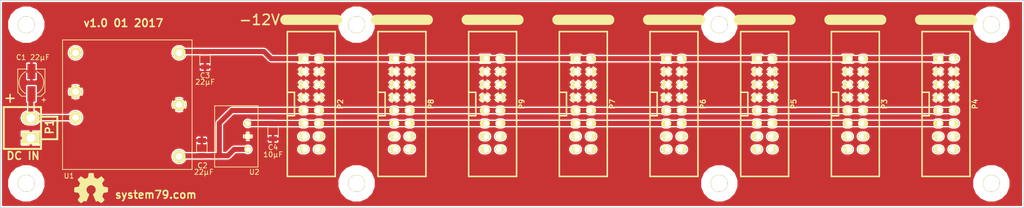
<source format=kicad_pcb>
(kicad_pcb (version 4) (host pcbnew 4.0.2-stable)

  (general
    (links 109)
    (no_connects 0)
    (area 38.024999 76.124999 238.835001 116.915001)
    (thickness 1.6)
    (drawings 17)
    (tracks 72)
    (zones 0)
    (modules 24)
    (nets 39)
  )

  (page A4)
  (layers
    (0 F.Cu signal)
    (31 B.Cu signal)
    (32 B.Adhes user)
    (33 F.Adhes user)
    (34 B.Paste user)
    (35 F.Paste user)
    (36 B.SilkS user)
    (37 F.SilkS user)
    (38 B.Mask user)
    (39 F.Mask user)
    (40 Dwgs.User user)
    (41 Cmts.User user)
    (42 Eco1.User user)
    (43 Eco2.User user)
    (44 Edge.Cuts user)
    (45 Margin user)
    (46 B.CrtYd user)
    (47 F.CrtYd user)
    (48 B.Fab user)
    (49 F.Fab user)
  )

  (setup
    (last_trace_width 1)
    (user_trace_width 0.25)
    (user_trace_width 0.5)
    (user_trace_width 0.8)
    (user_trace_width 1)
    (trace_clearance 0.2)
    (zone_clearance 0.254)
    (zone_45_only no)
    (trace_min 0.2)
    (segment_width 0.2)
    (edge_width 0.15)
    (via_size 0.6)
    (via_drill 0.4)
    (via_min_size 0.4)
    (via_min_drill 0.3)
    (uvia_size 0.3)
    (uvia_drill 0.1)
    (uvias_allowed no)
    (uvia_min_size 0.2)
    (uvia_min_drill 0.1)
    (pcb_text_width 0.3)
    (pcb_text_size 1.5 1.5)
    (mod_edge_width 0.15)
    (mod_text_size 1 1)
    (mod_text_width 0.15)
    (pad_size 3.302 3.302)
    (pad_drill 3.175)
    (pad_to_mask_clearance 0.2)
    (aux_axis_origin 0 0)
    (visible_elements 7FFFFF7F)
    (pcbplotparams
      (layerselection 0x00030_80000001)
      (usegerberextensions false)
      (excludeedgelayer true)
      (linewidth 0.200000)
      (plotframeref false)
      (viasonmask false)
      (mode 1)
      (useauxorigin false)
      (hpglpennumber 1)
      (hpglpenspeed 20)
      (hpglpendiameter 15)
      (hpglpenoverlay 2)
      (psnegative false)
      (psa4output false)
      (plotreference true)
      (plotvalue true)
      (plotinvisibletext false)
      (padsonsilk false)
      (subtractmaskfromsilk false)
      (outputformat 1)
      (mirror false)
      (drillshape 1)
      (scaleselection 1)
      (outputdirectory ""))
  )

  (net 0 "")
  (net 1 "Net-(C1-Pad1)")
  (net 2 GND)
  (net 3 +12V)
  (net 4 -12V)
  (net 5 +5V)
  (net 6 "Net-(U1-Pad3)")
  (net 7 "Net-(P2-Pad16)")
  (net 8 "Net-(P2-Pad15)")
  (net 9 "Net-(P2-Pad13)")
  (net 10 "Net-(P2-Pad14)")
  (net 11 "Net-(P3-Pad16)")
  (net 12 "Net-(P3-Pad15)")
  (net 13 "Net-(P3-Pad13)")
  (net 14 "Net-(P3-Pad14)")
  (net 15 "Net-(P4-Pad16)")
  (net 16 "Net-(P4-Pad15)")
  (net 17 "Net-(P4-Pad13)")
  (net 18 "Net-(P4-Pad14)")
  (net 19 "Net-(P5-Pad16)")
  (net 20 "Net-(P5-Pad15)")
  (net 21 "Net-(P5-Pad13)")
  (net 22 "Net-(P5-Pad14)")
  (net 23 "Net-(P6-Pad16)")
  (net 24 "Net-(P6-Pad15)")
  (net 25 "Net-(P6-Pad13)")
  (net 26 "Net-(P6-Pad14)")
  (net 27 "Net-(P7-Pad16)")
  (net 28 "Net-(P7-Pad15)")
  (net 29 "Net-(P7-Pad13)")
  (net 30 "Net-(P7-Pad14)")
  (net 31 "Net-(P8-Pad16)")
  (net 32 "Net-(P8-Pad15)")
  (net 33 "Net-(P8-Pad13)")
  (net 34 "Net-(P8-Pad14)")
  (net 35 "Net-(P9-Pad16)")
  (net 36 "Net-(P9-Pad15)")
  (net 37 "Net-(P9-Pad13)")
  (net 38 "Net-(P9-Pad14)")

  (net_class Default "This is the default net class."
    (clearance 0.2)
    (trace_width 0.25)
    (via_dia 0.6)
    (via_drill 0.4)
    (uvia_dia 0.3)
    (uvia_drill 0.1)
    (add_net +12V)
    (add_net +5V)
    (add_net -12V)
    (add_net GND)
    (add_net "Net-(C1-Pad1)")
    (add_net "Net-(P2-Pad13)")
    (add_net "Net-(P2-Pad14)")
    (add_net "Net-(P2-Pad15)")
    (add_net "Net-(P2-Pad16)")
    (add_net "Net-(P3-Pad13)")
    (add_net "Net-(P3-Pad14)")
    (add_net "Net-(P3-Pad15)")
    (add_net "Net-(P3-Pad16)")
    (add_net "Net-(P4-Pad13)")
    (add_net "Net-(P4-Pad14)")
    (add_net "Net-(P4-Pad15)")
    (add_net "Net-(P4-Pad16)")
    (add_net "Net-(P5-Pad13)")
    (add_net "Net-(P5-Pad14)")
    (add_net "Net-(P5-Pad15)")
    (add_net "Net-(P5-Pad16)")
    (add_net "Net-(P6-Pad13)")
    (add_net "Net-(P6-Pad14)")
    (add_net "Net-(P6-Pad15)")
    (add_net "Net-(P6-Pad16)")
    (add_net "Net-(P7-Pad13)")
    (add_net "Net-(P7-Pad14)")
    (add_net "Net-(P7-Pad15)")
    (add_net "Net-(P7-Pad16)")
    (add_net "Net-(P8-Pad13)")
    (add_net "Net-(P8-Pad14)")
    (add_net "Net-(P8-Pad15)")
    (add_net "Net-(P8-Pad16)")
    (add_net "Net-(P9-Pad13)")
    (add_net "Net-(P9-Pad14)")
    (add_net "Net-(P9-Pad15)")
    (add_net "Net-(P9-Pad16)")
    (add_net "Net-(U1-Pad3)")
  )

  (module MyModules:HOLE-0.125-INCH (layer F.Cu) (tedit 5869CF4E) (tstamp 586A6E87)
    (at 107.95 112.395)
    (fp_text reference HOLE-0.125-INCH (at 0 -5) (layer F.SilkS) hide
      (effects (font (size 1.5 1.5) (thickness 0.15)))
    )
    (fp_text value VAL** (at 0 5) (layer F.SilkS) hide
      (effects (font (size 1.5 1.5) (thickness 0.15)))
    )
    (pad "" thru_hole circle (at 0 -0.3175) (size 3.302 3.302) (drill 3.175) (layers *.Cu *.Mask F.SilkS)
      (clearance 1.905))
  )

  (module MyModules:HOLE-0.125-INCH (layer F.Cu) (tedit 5869CF53) (tstamp 586A6E83)
    (at 179.07 112.395)
    (fp_text reference HOLE-0.125-INCH (at 0 -5) (layer F.SilkS) hide
      (effects (font (size 1.5 1.5) (thickness 0.15)))
    )
    (fp_text value VAL** (at 0 5) (layer F.SilkS) hide
      (effects (font (size 1.5 1.5) (thickness 0.15)))
    )
    (pad "" thru_hole circle (at 0 -0.3175) (size 3.302 3.302) (drill 3.175) (layers *.Cu *.Mask F.SilkS)
      (clearance 1.905))
  )

  (module MyModules:HOLE-0.125-INCH (layer F.Cu) (tedit 5869CF30) (tstamp 586A6E7D)
    (at 179.07 81.28)
    (fp_text reference HOLE-0.125-INCH (at 0 -5) (layer F.SilkS) hide
      (effects (font (size 1.5 1.5) (thickness 0.15)))
    )
    (fp_text value VAL** (at 0 5) (layer F.SilkS) hide
      (effects (font (size 1.5 1.5) (thickness 0.15)))
    )
    (pad "" thru_hole circle (at 0 -0.3175) (size 3.302 3.302) (drill 3.175) (layers *.Cu *.Mask F.SilkS)
      (clearance 1.905))
  )

  (module MyModules:HOLE-0.125-INCH (layer F.Cu) (tedit 5869CF39) (tstamp 586A6E79)
    (at 107.95 81.28)
    (fp_text reference HOLE-0.125-INCH (at 0 -5) (layer F.SilkS) hide
      (effects (font (size 1.5 1.5) (thickness 0.15)))
    )
    (fp_text value VAL** (at 0 5) (layer F.SilkS) hide
      (effects (font (size 1.5 1.5) (thickness 0.15)))
    )
    (pad "" thru_hole circle (at 0 -0.3175) (size 3.302 3.302) (drill 3.175) (layers *.Cu *.Mask F.SilkS)
      (clearance 1.905))
  )

  (module MyModules:HOLE-0.125-INCH (layer F.Cu) (tedit 5869CF48) (tstamp 586A6E4C)
    (at 43.18 113.03)
    (fp_text reference HOLE-0.125-INCH (at 0 -5) (layer F.SilkS) hide
      (effects (font (size 1.5 1.5) (thickness 0.15)))
    )
    (fp_text value VAL** (at 0 5) (layer F.SilkS) hide
      (effects (font (size 1.5 1.5) (thickness 0.15)))
    )
    (pad "" thru_hole circle (at 0 -0.9525) (size 3.302 3.302) (drill 3.175) (layers *.Cu *.Mask F.SilkS)
      (clearance 1.905))
  )

  (module MyModules:HOLE-0.125-INCH (layer F.Cu) (tedit 5869CF57) (tstamp 586A6E1E)
    (at 232.41 112.395)
    (fp_text reference HOLE-0.125-INCH (at 0 -5) (layer F.SilkS) hide
      (effects (font (size 1.5 1.5) (thickness 0.15)))
    )
    (fp_text value VAL** (at 0 5) (layer F.SilkS) hide
      (effects (font (size 1.5 1.5) (thickness 0.15)))
    )
    (pad "" thru_hole circle (at 0 -0.3175) (size 3.302 3.302) (drill 3.175) (layers *.Cu *.Mask F.SilkS)
      (clearance 1.905))
  )

  (module MyModules:HOLE-0.125-INCH (layer F.Cu) (tedit 5869CF10) (tstamp 586A6E13)
    (at 232.41 80.645)
    (fp_text reference HOLE-0.125-INCH (at 0 -5) (layer F.SilkS) hide
      (effects (font (size 1.5 1.5) (thickness 0.15)))
    )
    (fp_text value VAL** (at 0 5) (layer F.SilkS) hide
      (effects (font (size 1.5 1.5) (thickness 0.15)))
    )
    (pad "" thru_hole circle (at 0 0.3175) (size 3.302 3.302) (drill 3.175) (layers *.Cu *.Mask F.SilkS)
      (clearance 1.905))
  )

  (module Capacitors_SMD:c_elec_5x5.3 (layer F.Cu) (tedit 586A7CCC) (tstamp 5869D9C8)
    (at 44.196 92.329 90)
    (descr "SMT capacitor, aluminium electrolytic, 5x5.3")
    (path /586A1DC4)
    (attr smd)
    (fp_text reference C1 (at 4.953 -2.032 180) (layer F.SilkS)
      (effects (font (size 1 1) (thickness 0.15)))
    )
    (fp_text value 22μF (at 4.953 1.651 180) (layer F.SilkS)
      (effects (font (size 1 1) (thickness 0.15)))
    )
    (fp_text user + (at -1.3716 -0.0762 90) (layer F.Fab)
      (effects (font (size 1 1) (thickness 0.15)))
    )
    (fp_line (start 2.5146 2.4892) (end 2.5146 -2.54) (layer F.Fab) (width 0.15))
    (fp_line (start -1.8415 2.4892) (end 2.5146 2.4892) (layer F.Fab) (width 0.15))
    (fp_line (start -2.5146 1.8161) (end -1.8415 2.4892) (layer F.Fab) (width 0.15))
    (fp_line (start -2.5146 -1.8669) (end -2.5146 1.8161) (layer F.Fab) (width 0.15))
    (fp_line (start -1.8415 -2.54) (end -2.5146 -1.8669) (layer F.Fab) (width 0.15))
    (fp_line (start 2.5146 -2.54) (end -1.8415 -2.54) (layer F.Fab) (width 0.15))
    (fp_arc (start 0 0) (end 2.1463 1.0922) (angle 126.0493302) (layer F.SilkS) (width 0.15))
    (fp_arc (start 0 0) (end -2.1463 -1.143) (angle 123.9080412) (layer F.SilkS) (width 0.15))
    (fp_line (start 2.667 -2.6924) (end 2.667 -1.143) (layer F.SilkS) (width 0.15))
    (fp_line (start 2.667 2.6416) (end 2.667 1.0922) (layer F.SilkS) (width 0.15))
    (fp_line (start -2.667 1.8796) (end -2.667 1.0922) (layer F.SilkS) (width 0.15))
    (fp_line (start -2.667 -1.9304) (end -2.667 -1.143) (layer F.SilkS) (width 0.15))
    (fp_text user + (at -3.3782 2.3368 90) (layer F.SilkS)
      (effects (font (size 1 1) (thickness 0.15)))
    )
    (fp_line (start 3.95 -3.0254) (end -3.95 -3.0254) (layer F.CrtYd) (width 0.05))
    (fp_line (start -3.95 -3.0254) (end -3.95 2.9746) (layer F.CrtYd) (width 0.05))
    (fp_line (start -3.95 2.9746) (end 3.95 2.9746) (layer F.CrtYd) (width 0.05))
    (fp_line (start 3.95 2.9746) (end 3.95 -3.0254) (layer F.CrtYd) (width 0.05))
    (fp_line (start 2.667 -2.6924) (end -1.905 -2.6924) (layer F.SilkS) (width 0.15))
    (fp_line (start -1.905 -2.6924) (end -2.667 -1.9304) (layer F.SilkS) (width 0.15))
    (fp_line (start -2.667 1.8796) (end -1.905 2.6416) (layer F.SilkS) (width 0.15))
    (fp_line (start -1.905 2.6416) (end 2.667 2.6416) (layer F.SilkS) (width 0.15))
    (pad 1 smd rect (at -2.2 0 270) (size 3 1.6) (layers F.Cu F.Paste F.Mask)
      (net 1 "Net-(C1-Pad1)"))
    (pad 2 smd rect (at 2.2 0 270) (size 3 1.6) (layers F.Cu F.Paste F.Mask)
      (net 2 GND))
    (model Capacitors_SMD.3dshapes/c_elec_5x5.3.wrl
      (at (xyz 0 0 0))
      (scale (xyz 1 1 1))
      (rotate (xyz 0 0 180))
    )
  )

  (module Capacitors_SMD:C_1206 (layer F.Cu) (tedit 586A7CFB) (tstamp 5869D9D8)
    (at 77.597 105.156 90)
    (descr "Capacitor SMD 1206, reflow soldering, AVX (see smccp.pdf)")
    (tags "capacitor 1206")
    (path /586A2C2A)
    (attr smd)
    (fp_text reference C2 (at -3.429 0.127 180) (layer F.SilkS)
      (effects (font (size 1 1) (thickness 0.15)))
    )
    (fp_text value 22μF (at -4.699 0.381 180) (layer F.SilkS)
      (effects (font (size 1 1) (thickness 0.15)))
    )
    (fp_line (start -1.6 0.8) (end -1.6 -0.8) (layer F.Fab) (width 0.15))
    (fp_line (start 1.6 0.8) (end -1.6 0.8) (layer F.Fab) (width 0.15))
    (fp_line (start 1.6 -0.8) (end 1.6 0.8) (layer F.Fab) (width 0.15))
    (fp_line (start -1.6 -0.8) (end 1.6 -0.8) (layer F.Fab) (width 0.15))
    (fp_line (start -2.3 -1.15) (end 2.3 -1.15) (layer F.CrtYd) (width 0.05))
    (fp_line (start -2.3 1.15) (end 2.3 1.15) (layer F.CrtYd) (width 0.05))
    (fp_line (start -2.3 -1.15) (end -2.3 1.15) (layer F.CrtYd) (width 0.05))
    (fp_line (start 2.3 -1.15) (end 2.3 1.15) (layer F.CrtYd) (width 0.05))
    (fp_line (start 1 -1.025) (end -1 -1.025) (layer F.SilkS) (width 0.15))
    (fp_line (start -1 1.025) (end 1 1.025) (layer F.SilkS) (width 0.15))
    (pad 1 smd rect (at -1.5 0 90) (size 1 1.6) (layers F.Cu F.Paste F.Mask)
      (net 3 +12V))
    (pad 2 smd rect (at 1.5 0 90) (size 1 1.6) (layers F.Cu F.Paste F.Mask)
      (net 2 GND))
    (model Capacitors_SMD.3dshapes/C_1206.wrl
      (at (xyz 0 0 0))
      (scale (xyz 1 1 1))
      (rotate (xyz 0 0 0))
    )
  )

  (module Capacitors_SMD:C_1206 (layer F.Cu) (tedit 586A7D1D) (tstamp 5869D9E8)
    (at 78.232 87.757 90)
    (descr "Capacitor SMD 1206, reflow soldering, AVX (see smccp.pdf)")
    (tags "capacitor 1206")
    (path /586A1E1D)
    (attr smd)
    (fp_text reference C3 (at -3.175 0 180) (layer F.SilkS)
      (effects (font (size 1 1) (thickness 0.15)))
    )
    (fp_text value 22μF (at -4.445 0 180) (layer F.SilkS)
      (effects (font (size 1 1) (thickness 0.15)))
    )
    (fp_line (start -1.6 0.8) (end -1.6 -0.8) (layer F.Fab) (width 0.15))
    (fp_line (start 1.6 0.8) (end -1.6 0.8) (layer F.Fab) (width 0.15))
    (fp_line (start 1.6 -0.8) (end 1.6 0.8) (layer F.Fab) (width 0.15))
    (fp_line (start -1.6 -0.8) (end 1.6 -0.8) (layer F.Fab) (width 0.15))
    (fp_line (start -2.3 -1.15) (end 2.3 -1.15) (layer F.CrtYd) (width 0.05))
    (fp_line (start -2.3 1.15) (end 2.3 1.15) (layer F.CrtYd) (width 0.05))
    (fp_line (start -2.3 -1.15) (end -2.3 1.15) (layer F.CrtYd) (width 0.05))
    (fp_line (start 2.3 -1.15) (end 2.3 1.15) (layer F.CrtYd) (width 0.05))
    (fp_line (start 1 -1.025) (end -1 -1.025) (layer F.SilkS) (width 0.15))
    (fp_line (start -1 1.025) (end 1 1.025) (layer F.SilkS) (width 0.15))
    (pad 1 smd rect (at -1.5 0 90) (size 1 1.6) (layers F.Cu F.Paste F.Mask)
      (net 2 GND))
    (pad 2 smd rect (at 1.5 0 90) (size 1 1.6) (layers F.Cu F.Paste F.Mask)
      (net 4 -12V))
    (model Capacitors_SMD.3dshapes/C_1206.wrl
      (at (xyz 0 0 0))
      (scale (xyz 1 1 1))
      (rotate (xyz 0 0 0))
    )
  )

  (module Capacitors_SMD:C_1206 (layer F.Cu) (tedit 586A7D11) (tstamp 5869D9F8)
    (at 91.567 101.854 270)
    (descr "Capacitor SMD 1206, reflow soldering, AVX (see smccp.pdf)")
    (tags "capacitor 1206")
    (path /586A353F)
    (attr smd)
    (fp_text reference C4 (at 3.175 0 360) (layer F.SilkS)
      (effects (font (size 1 1) (thickness 0.15)))
    )
    (fp_text value 10μF (at 4.572 0 360) (layer F.SilkS)
      (effects (font (size 1 1) (thickness 0.15)))
    )
    (fp_line (start -1.6 0.8) (end -1.6 -0.8) (layer F.Fab) (width 0.15))
    (fp_line (start 1.6 0.8) (end -1.6 0.8) (layer F.Fab) (width 0.15))
    (fp_line (start 1.6 -0.8) (end 1.6 0.8) (layer F.Fab) (width 0.15))
    (fp_line (start -1.6 -0.8) (end 1.6 -0.8) (layer F.Fab) (width 0.15))
    (fp_line (start -2.3 -1.15) (end 2.3 -1.15) (layer F.CrtYd) (width 0.05))
    (fp_line (start -2.3 1.15) (end 2.3 1.15) (layer F.CrtYd) (width 0.05))
    (fp_line (start -2.3 -1.15) (end -2.3 1.15) (layer F.CrtYd) (width 0.05))
    (fp_line (start 2.3 -1.15) (end 2.3 1.15) (layer F.CrtYd) (width 0.05))
    (fp_line (start 1 -1.025) (end -1 -1.025) (layer F.SilkS) (width 0.15))
    (fp_line (start -1 1.025) (end 1 1.025) (layer F.SilkS) (width 0.15))
    (pad 1 smd rect (at -1.5 0 270) (size 1 1.6) (layers F.Cu F.Paste F.Mask)
      (net 5 +5V))
    (pad 2 smd rect (at 1.5 0 270) (size 1 1.6) (layers F.Cu F.Paste F.Mask)
      (net 2 GND))
    (model Capacitors_SMD.3dshapes/C_1206.wrl
      (at (xyz 0 0 0))
      (scale (xyz 1 1 1))
      (rotate (xyz 0 0 0))
    )
  )

  (module MyModules:BMP15-DIP6 (layer F.Cu) (tedit 5869D1AE) (tstamp 5869DB26)
    (at 62.992 96.647)
    (path /586A1EE1)
    (fp_text reference U1 (at -11.43 13.97) (layer F.SilkS)
      (effects (font (size 1 1) (thickness 0.15)))
    )
    (fp_text value BPM15 (at 0 5.08 180) (layer F.Fab) hide
      (effects (font (size 1 1) (thickness 0.15)))
    )
    (fp_line (start -12.7 -12.7) (end 12.7 -12.7) (layer F.SilkS) (width 0.15))
    (fp_line (start 12.7 -12.7) (end 12.7 12.7) (layer F.SilkS) (width 0.15))
    (fp_line (start 12.7 12.7) (end -12.7 12.7) (layer F.SilkS) (width 0.15))
    (fp_line (start -12.7 12.7) (end -12.7 -12.7) (layer F.SilkS) (width 0.15))
    (pad 1 thru_hole circle (at -10.16 2.54) (size 2.54 2.54) (drill 1.27) (layers *.Cu *.Mask F.SilkS)
      (net 1 "Net-(C1-Pad1)"))
    (pad 2 thru_hole circle (at -10.16 -2.54) (size 2.54 2.54) (drill 1.27) (layers *.Cu *.Mask F.SilkS)
      (net 2 GND))
    (pad 3 thru_hole circle (at -10.16 -10.16) (size 2.54 2.54) (drill 1.27) (layers *.Cu *.Mask F.SilkS)
      (net 6 "Net-(U1-Pad3)"))
    (pad 4 thru_hole circle (at 10.16 -10.16) (size 2.54 2.54) (drill 1.27) (layers *.Cu *.Mask F.SilkS)
      (net 4 -12V))
    (pad 5 thru_hole circle (at 10.16 0) (size 2.54 2.54) (drill 1.27) (layers *.Cu *.Mask F.SilkS)
      (net 2 GND))
    (pad 6 thru_hole circle (at 10.16 10.16) (size 2.54 2.54) (drill 1.27) (layers *.Cu *.Mask F.SilkS)
      (net 3 +12V))
    (model "E:/Documents/KiCad/MyLibs/MyModules/3D models/VRML2/BPM15.wrl"
      (at (xyz 0 0 0))
      (scale (xyz 0.3937 0.3937 0.3937))
      (rotate (xyz 0 0 180))
    )
  )

  (module MyModules:R-78E-0.5 (layer F.Cu) (tedit 586A7CF8) (tstamp 5869DB32)
    (at 86.614 102.87 90)
    (path /586A2F9C)
    (fp_text reference U2 (at -6.985 1.27 180) (layer F.SilkS)
      (effects (font (size 1 1) (thickness 0.15)))
    )
    (fp_text value R-78E5.0-0.5 (at 0.5 3.5 90) (layer F.SilkS) hide
      (effects (font (size 1.5 1.5) (thickness 0.15)))
    )
    (fp_line (start 0 2) (end -6 2) (layer F.SilkS) (width 0.15))
    (fp_line (start -6 2) (end -6 -6.5) (layer F.SilkS) (width 0.15))
    (fp_line (start -6 -6.5) (end 6 -6.5) (layer F.SilkS) (width 0.15))
    (fp_line (start 6 -6.5) (end 6 2) (layer F.SilkS) (width 0.15))
    (fp_line (start 6 2) (end 0 2) (layer F.SilkS) (width 0.15))
    (pad 2 thru_hole circle (at 0 0 90) (size 1.4 1.4) (drill 0.75) (layers *.Cu *.Mask F.SilkS)
      (net 2 GND))
    (pad 1 thru_hole circle (at -2.54 0 90) (size 1.4 1.4) (drill 0.75) (layers *.Cu *.Mask F.SilkS)
      (net 3 +12V))
    (pad 3 thru_hole circle (at 2.54 0 90) (size 1.4 1.4) (drill 0.75) (layers *.Cu *.Mask F.SilkS)
      (net 5 +5V))
    (model "E:/Documents/KiCad/MyLibs/MyModules/3D models/VRML2/RE-78E.wrl"
      (at (xyz 0 0 0))
      (scale (xyz 0.3937 0.3937 0.3937))
      (rotate (xyz 0 0 0))
    )
  )

  (module w_conn_strip:vasch_strip_8x2 (layer F.Cu) (tedit 0) (tstamp 5869DB18)
    (at 134.62 96.52 270)
    (descr "Box header 8x2pin 2.54mm")
    (tags "CONN DEV")
    (path /586A4A41)
    (fp_text reference P9 (at 0 -5.7 270) (layer F.SilkS)
      (effects (font (size 1 1) (thickness 0.2032)))
    )
    (fp_text value CONN_02X08 (at 0 5.7 270) (layer F.SilkS) hide
      (effects (font (size 1 1) (thickness 0.2032)))
    )
    (fp_line (start -14.2 4.7) (end 14.2 4.7) (layer F.SilkS) (width 0.3048))
    (fp_line (start 14.2 -4.7) (end -14.2 -4.7) (layer F.SilkS) (width 0.3048))
    (fp_line (start -14.2 -4.7) (end -14.2 4.7) (layer F.SilkS) (width 0.3048))
    (fp_line (start 14.2 -4.7) (end 14.2 4.7) (layer F.SilkS) (width 0.3048))
    (fp_line (start 2.3 4.7) (end 2.3 3.3) (layer F.SilkS) (width 0.29972))
    (fp_line (start 2.3 3.3) (end -2.3 3.3) (layer F.SilkS) (width 0.29972))
    (fp_line (start -2.3 3.3) (end -2.3 4.7) (layer F.SilkS) (width 0.29972))
    (pad 16 thru_hole oval (at 8.89 -1.27 270) (size 1.5 2) (drill 1 (offset 0 -0.25)) (layers *.Cu *.Mask F.SilkS)
      (net 35 "Net-(P9-Pad16)"))
    (pad 15 thru_hole oval (at 8.89 1.27 270) (size 1.5 2) (drill 1 (offset 0 0.25)) (layers *.Cu *.Mask F.SilkS)
      (net 36 "Net-(P9-Pad15)"))
    (pad 13 thru_hole oval (at 6.35 1.27 270) (size 1.5 2) (drill 1 (offset 0 0.25)) (layers *.Cu *.Mask F.SilkS)
      (net 37 "Net-(P9-Pad13)"))
    (pad 14 thru_hole oval (at 6.35 -1.27 270) (size 1.5 2) (drill 1 (offset 0 -0.25)) (layers *.Cu *.Mask F.SilkS)
      (net 38 "Net-(P9-Pad14)"))
    (pad 12 thru_hole oval (at 3.81 -1.27 270) (size 1.5 2) (drill 1 (offset 0 -0.25)) (layers *.Cu *.Mask F.SilkS)
      (net 5 +5V))
    (pad 11 thru_hole oval (at 3.81 1.27 270) (size 1.5 2) (drill 1 (offset 0 0.25)) (layers *.Cu *.Mask F.SilkS)
      (net 5 +5V))
    (pad 9 thru_hole oval (at 1.27 1.27 270) (size 1.5 2) (drill 1 (offset 0 0.25)) (layers *.Cu *.Mask F.SilkS)
      (net 3 +12V))
    (pad 10 thru_hole oval (at 1.27 -1.27 270) (size 1.5 2) (drill 1 (offset 0 -0.25)) (layers *.Cu *.Mask F.SilkS)
      (net 3 +12V))
    (pad 8 thru_hole oval (at -1.27 -1.27 270) (size 1.5 2) (drill 1 (offset 0 -0.25)) (layers *.Cu *.Mask F.SilkS)
      (net 2 GND))
    (pad 7 thru_hole oval (at -1.27 1.27 270) (size 1.5 2) (drill 1 (offset 0 0.25)) (layers *.Cu *.Mask F.SilkS)
      (net 2 GND))
    (pad 1 thru_hole rect (at -8.89 1.27 270) (size 1.5 2) (drill 1 (offset 0 0.25)) (layers *.Cu *.Mask F.SilkS)
      (net 4 -12V))
    (pad 2 thru_hole oval (at -8.89 -1.27 270) (size 1.5 2) (drill 1 (offset 0 -0.25)) (layers *.Cu *.Mask F.SilkS)
      (net 4 -12V))
    (pad 3 thru_hole oval (at -6.35 1.27 270) (size 1.5 2) (drill 1 (offset 0 0.25)) (layers *.Cu *.Mask F.SilkS)
      (net 2 GND))
    (pad 4 thru_hole oval (at -6.35 -1.27 270) (size 1.5 2) (drill 1 (offset 0 -0.25)) (layers *.Cu *.Mask F.SilkS)
      (net 2 GND))
    (pad 5 thru_hole oval (at -3.81 1.27 270) (size 1.5 2) (drill 1 (offset 0 0.25)) (layers *.Cu *.Mask F.SilkS)
      (net 2 GND))
    (pad 6 thru_hole oval (at -3.81 -1.27 270) (size 1.5 2) (drill 1 (offset 0 -0.25)) (layers *.Cu *.Mask F.SilkS)
      (net 2 GND))
    (model walter/conn_strip/vasch_strip_8x2.wrl
      (at (xyz 0 0 0))
      (scale (xyz 1 1 1))
      (rotate (xyz 0 0 0))
    )
  )

  (module w_conn_strip:vasch_strip_8x2 (layer F.Cu) (tedit 0) (tstamp 5869DAF4)
    (at 116.84 96.52 270)
    (descr "Box header 8x2pin 2.54mm")
    (tags "CONN DEV")
    (path /586A4743)
    (fp_text reference P8 (at 0 -5.7 270) (layer F.SilkS)
      (effects (font (size 1 1) (thickness 0.2032)))
    )
    (fp_text value CONN_02X08 (at 0 5.7 270) (layer F.SilkS) hide
      (effects (font (size 1 1) (thickness 0.2032)))
    )
    (fp_line (start -14.2 4.7) (end 14.2 4.7) (layer F.SilkS) (width 0.3048))
    (fp_line (start 14.2 -4.7) (end -14.2 -4.7) (layer F.SilkS) (width 0.3048))
    (fp_line (start -14.2 -4.7) (end -14.2 4.7) (layer F.SilkS) (width 0.3048))
    (fp_line (start 14.2 -4.7) (end 14.2 4.7) (layer F.SilkS) (width 0.3048))
    (fp_line (start 2.3 4.7) (end 2.3 3.3) (layer F.SilkS) (width 0.29972))
    (fp_line (start 2.3 3.3) (end -2.3 3.3) (layer F.SilkS) (width 0.29972))
    (fp_line (start -2.3 3.3) (end -2.3 4.7) (layer F.SilkS) (width 0.29972))
    (pad 16 thru_hole oval (at 8.89 -1.27 270) (size 1.5 2) (drill 1 (offset 0 -0.25)) (layers *.Cu *.Mask F.SilkS)
      (net 31 "Net-(P8-Pad16)"))
    (pad 15 thru_hole oval (at 8.89 1.27 270) (size 1.5 2) (drill 1 (offset 0 0.25)) (layers *.Cu *.Mask F.SilkS)
      (net 32 "Net-(P8-Pad15)"))
    (pad 13 thru_hole oval (at 6.35 1.27 270) (size 1.5 2) (drill 1 (offset 0 0.25)) (layers *.Cu *.Mask F.SilkS)
      (net 33 "Net-(P8-Pad13)"))
    (pad 14 thru_hole oval (at 6.35 -1.27 270) (size 1.5 2) (drill 1 (offset 0 -0.25)) (layers *.Cu *.Mask F.SilkS)
      (net 34 "Net-(P8-Pad14)"))
    (pad 12 thru_hole oval (at 3.81 -1.27 270) (size 1.5 2) (drill 1 (offset 0 -0.25)) (layers *.Cu *.Mask F.SilkS)
      (net 5 +5V))
    (pad 11 thru_hole oval (at 3.81 1.27 270) (size 1.5 2) (drill 1 (offset 0 0.25)) (layers *.Cu *.Mask F.SilkS)
      (net 5 +5V))
    (pad 9 thru_hole oval (at 1.27 1.27 270) (size 1.5 2) (drill 1 (offset 0 0.25)) (layers *.Cu *.Mask F.SilkS)
      (net 3 +12V))
    (pad 10 thru_hole oval (at 1.27 -1.27 270) (size 1.5 2) (drill 1 (offset 0 -0.25)) (layers *.Cu *.Mask F.SilkS)
      (net 3 +12V))
    (pad 8 thru_hole oval (at -1.27 -1.27 270) (size 1.5 2) (drill 1 (offset 0 -0.25)) (layers *.Cu *.Mask F.SilkS)
      (net 2 GND))
    (pad 7 thru_hole oval (at -1.27 1.27 270) (size 1.5 2) (drill 1 (offset 0 0.25)) (layers *.Cu *.Mask F.SilkS)
      (net 2 GND))
    (pad 1 thru_hole rect (at -8.89 1.27 270) (size 1.5 2) (drill 1 (offset 0 0.25)) (layers *.Cu *.Mask F.SilkS)
      (net 4 -12V))
    (pad 2 thru_hole oval (at -8.89 -1.27 270) (size 1.5 2) (drill 1 (offset 0 -0.25)) (layers *.Cu *.Mask F.SilkS)
      (net 4 -12V))
    (pad 3 thru_hole oval (at -6.35 1.27 270) (size 1.5 2) (drill 1 (offset 0 0.25)) (layers *.Cu *.Mask F.SilkS)
      (net 2 GND))
    (pad 4 thru_hole oval (at -6.35 -1.27 270) (size 1.5 2) (drill 1 (offset 0 -0.25)) (layers *.Cu *.Mask F.SilkS)
      (net 2 GND))
    (pad 5 thru_hole oval (at -3.81 1.27 270) (size 1.5 2) (drill 1 (offset 0 0.25)) (layers *.Cu *.Mask F.SilkS)
      (net 2 GND))
    (pad 6 thru_hole oval (at -3.81 -1.27 270) (size 1.5 2) (drill 1 (offset 0 -0.25)) (layers *.Cu *.Mask F.SilkS)
      (net 2 GND))
    (model walter/conn_strip/vasch_strip_8x2.wrl
      (at (xyz 0 0 0))
      (scale (xyz 1 1 1))
      (rotate (xyz 0 0 0))
    )
  )

  (module w_conn_strip:vasch_strip_8x2 (layer F.Cu) (tedit 0) (tstamp 5869DAD0)
    (at 152.4 96.52 270)
    (descr "Box header 8x2pin 2.54mm")
    (tags "CONN DEV")
    (path /586A4BB8)
    (fp_text reference P7 (at 0 -5.7 270) (layer F.SilkS)
      (effects (font (size 1 1) (thickness 0.2032)))
    )
    (fp_text value CONN_02X08 (at 0 5.7 270) (layer F.SilkS) hide
      (effects (font (size 1 1) (thickness 0.2032)))
    )
    (fp_line (start -14.2 4.7) (end 14.2 4.7) (layer F.SilkS) (width 0.3048))
    (fp_line (start 14.2 -4.7) (end -14.2 -4.7) (layer F.SilkS) (width 0.3048))
    (fp_line (start -14.2 -4.7) (end -14.2 4.7) (layer F.SilkS) (width 0.3048))
    (fp_line (start 14.2 -4.7) (end 14.2 4.7) (layer F.SilkS) (width 0.3048))
    (fp_line (start 2.3 4.7) (end 2.3 3.3) (layer F.SilkS) (width 0.29972))
    (fp_line (start 2.3 3.3) (end -2.3 3.3) (layer F.SilkS) (width 0.29972))
    (fp_line (start -2.3 3.3) (end -2.3 4.7) (layer F.SilkS) (width 0.29972))
    (pad 16 thru_hole oval (at 8.89 -1.27 270) (size 1.5 2) (drill 1 (offset 0 -0.25)) (layers *.Cu *.Mask F.SilkS)
      (net 27 "Net-(P7-Pad16)"))
    (pad 15 thru_hole oval (at 8.89 1.27 270) (size 1.5 2) (drill 1 (offset 0 0.25)) (layers *.Cu *.Mask F.SilkS)
      (net 28 "Net-(P7-Pad15)"))
    (pad 13 thru_hole oval (at 6.35 1.27 270) (size 1.5 2) (drill 1 (offset 0 0.25)) (layers *.Cu *.Mask F.SilkS)
      (net 29 "Net-(P7-Pad13)"))
    (pad 14 thru_hole oval (at 6.35 -1.27 270) (size 1.5 2) (drill 1 (offset 0 -0.25)) (layers *.Cu *.Mask F.SilkS)
      (net 30 "Net-(P7-Pad14)"))
    (pad 12 thru_hole oval (at 3.81 -1.27 270) (size 1.5 2) (drill 1 (offset 0 -0.25)) (layers *.Cu *.Mask F.SilkS)
      (net 5 +5V))
    (pad 11 thru_hole oval (at 3.81 1.27 270) (size 1.5 2) (drill 1 (offset 0 0.25)) (layers *.Cu *.Mask F.SilkS)
      (net 5 +5V))
    (pad 9 thru_hole oval (at 1.27 1.27 270) (size 1.5 2) (drill 1 (offset 0 0.25)) (layers *.Cu *.Mask F.SilkS)
      (net 3 +12V))
    (pad 10 thru_hole oval (at 1.27 -1.27 270) (size 1.5 2) (drill 1 (offset 0 -0.25)) (layers *.Cu *.Mask F.SilkS)
      (net 3 +12V))
    (pad 8 thru_hole oval (at -1.27 -1.27 270) (size 1.5 2) (drill 1 (offset 0 -0.25)) (layers *.Cu *.Mask F.SilkS)
      (net 2 GND))
    (pad 7 thru_hole oval (at -1.27 1.27 270) (size 1.5 2) (drill 1 (offset 0 0.25)) (layers *.Cu *.Mask F.SilkS)
      (net 2 GND))
    (pad 1 thru_hole rect (at -8.89 1.27 270) (size 1.5 2) (drill 1 (offset 0 0.25)) (layers *.Cu *.Mask F.SilkS)
      (net 4 -12V))
    (pad 2 thru_hole oval (at -8.89 -1.27 270) (size 1.5 2) (drill 1 (offset 0 -0.25)) (layers *.Cu *.Mask F.SilkS)
      (net 4 -12V))
    (pad 3 thru_hole oval (at -6.35 1.27 270) (size 1.5 2) (drill 1 (offset 0 0.25)) (layers *.Cu *.Mask F.SilkS)
      (net 2 GND))
    (pad 4 thru_hole oval (at -6.35 -1.27 270) (size 1.5 2) (drill 1 (offset 0 -0.25)) (layers *.Cu *.Mask F.SilkS)
      (net 2 GND))
    (pad 5 thru_hole oval (at -3.81 1.27 270) (size 1.5 2) (drill 1 (offset 0 0.25)) (layers *.Cu *.Mask F.SilkS)
      (net 2 GND))
    (pad 6 thru_hole oval (at -3.81 -1.27 270) (size 1.5 2) (drill 1 (offset 0 -0.25)) (layers *.Cu *.Mask F.SilkS)
      (net 2 GND))
    (model walter/conn_strip/vasch_strip_8x2.wrl
      (at (xyz 0 0 0))
      (scale (xyz 1 1 1))
      (rotate (xyz 0 0 0))
    )
  )

  (module w_conn_strip:vasch_strip_8x2 (layer F.Cu) (tedit 0) (tstamp 5869DAAC)
    (at 170.18 96.52 270)
    (descr "Box header 8x2pin 2.54mm")
    (tags "CONN DEV")
    (path /586A48D2)
    (fp_text reference P6 (at 0 -5.7 270) (layer F.SilkS)
      (effects (font (size 1 1) (thickness 0.2032)))
    )
    (fp_text value CONN_02X08 (at 0 5.7 270) (layer F.SilkS) hide
      (effects (font (size 1 1) (thickness 0.2032)))
    )
    (fp_line (start -14.2 4.7) (end 14.2 4.7) (layer F.SilkS) (width 0.3048))
    (fp_line (start 14.2 -4.7) (end -14.2 -4.7) (layer F.SilkS) (width 0.3048))
    (fp_line (start -14.2 -4.7) (end -14.2 4.7) (layer F.SilkS) (width 0.3048))
    (fp_line (start 14.2 -4.7) (end 14.2 4.7) (layer F.SilkS) (width 0.3048))
    (fp_line (start 2.3 4.7) (end 2.3 3.3) (layer F.SilkS) (width 0.29972))
    (fp_line (start 2.3 3.3) (end -2.3 3.3) (layer F.SilkS) (width 0.29972))
    (fp_line (start -2.3 3.3) (end -2.3 4.7) (layer F.SilkS) (width 0.29972))
    (pad 16 thru_hole oval (at 8.89 -1.27 270) (size 1.5 2) (drill 1 (offset 0 -0.25)) (layers *.Cu *.Mask F.SilkS)
      (net 23 "Net-(P6-Pad16)"))
    (pad 15 thru_hole oval (at 8.89 1.27 270) (size 1.5 2) (drill 1 (offset 0 0.25)) (layers *.Cu *.Mask F.SilkS)
      (net 24 "Net-(P6-Pad15)"))
    (pad 13 thru_hole oval (at 6.35 1.27 270) (size 1.5 2) (drill 1 (offset 0 0.25)) (layers *.Cu *.Mask F.SilkS)
      (net 25 "Net-(P6-Pad13)"))
    (pad 14 thru_hole oval (at 6.35 -1.27 270) (size 1.5 2) (drill 1 (offset 0 -0.25)) (layers *.Cu *.Mask F.SilkS)
      (net 26 "Net-(P6-Pad14)"))
    (pad 12 thru_hole oval (at 3.81 -1.27 270) (size 1.5 2) (drill 1 (offset 0 -0.25)) (layers *.Cu *.Mask F.SilkS)
      (net 5 +5V))
    (pad 11 thru_hole oval (at 3.81 1.27 270) (size 1.5 2) (drill 1 (offset 0 0.25)) (layers *.Cu *.Mask F.SilkS)
      (net 5 +5V))
    (pad 9 thru_hole oval (at 1.27 1.27 270) (size 1.5 2) (drill 1 (offset 0 0.25)) (layers *.Cu *.Mask F.SilkS)
      (net 3 +12V))
    (pad 10 thru_hole oval (at 1.27 -1.27 270) (size 1.5 2) (drill 1 (offset 0 -0.25)) (layers *.Cu *.Mask F.SilkS)
      (net 3 +12V))
    (pad 8 thru_hole oval (at -1.27 -1.27 270) (size 1.5 2) (drill 1 (offset 0 -0.25)) (layers *.Cu *.Mask F.SilkS)
      (net 2 GND))
    (pad 7 thru_hole oval (at -1.27 1.27 270) (size 1.5 2) (drill 1 (offset 0 0.25)) (layers *.Cu *.Mask F.SilkS)
      (net 2 GND))
    (pad 1 thru_hole rect (at -8.89 1.27 270) (size 1.5 2) (drill 1 (offset 0 0.25)) (layers *.Cu *.Mask F.SilkS)
      (net 4 -12V))
    (pad 2 thru_hole oval (at -8.89 -1.27 270) (size 1.5 2) (drill 1 (offset 0 -0.25)) (layers *.Cu *.Mask F.SilkS)
      (net 4 -12V))
    (pad 3 thru_hole oval (at -6.35 1.27 270) (size 1.5 2) (drill 1 (offset 0 0.25)) (layers *.Cu *.Mask F.SilkS)
      (net 2 GND))
    (pad 4 thru_hole oval (at -6.35 -1.27 270) (size 1.5 2) (drill 1 (offset 0 -0.25)) (layers *.Cu *.Mask F.SilkS)
      (net 2 GND))
    (pad 5 thru_hole oval (at -3.81 1.27 270) (size 1.5 2) (drill 1 (offset 0 0.25)) (layers *.Cu *.Mask F.SilkS)
      (net 2 GND))
    (pad 6 thru_hole oval (at -3.81 -1.27 270) (size 1.5 2) (drill 1 (offset 0 -0.25)) (layers *.Cu *.Mask F.SilkS)
      (net 2 GND))
    (model walter/conn_strip/vasch_strip_8x2.wrl
      (at (xyz 0 0 0))
      (scale (xyz 1 1 1))
      (rotate (xyz 0 0 0))
    )
  )

  (module w_conn_strip:vasch_strip_8x2 (layer F.Cu) (tedit 0) (tstamp 5869DA88)
    (at 187.96 96.52 270)
    (descr "Box header 8x2pin 2.54mm")
    (tags "CONN DEV")
    (path /586A49EF)
    (fp_text reference P5 (at 0 -5.7 270) (layer F.SilkS)
      (effects (font (size 1 1) (thickness 0.2032)))
    )
    (fp_text value CONN_02X08 (at 0 5.7 270) (layer F.SilkS) hide
      (effects (font (size 1 1) (thickness 0.2032)))
    )
    (fp_line (start -14.2 4.7) (end 14.2 4.7) (layer F.SilkS) (width 0.3048))
    (fp_line (start 14.2 -4.7) (end -14.2 -4.7) (layer F.SilkS) (width 0.3048))
    (fp_line (start -14.2 -4.7) (end -14.2 4.7) (layer F.SilkS) (width 0.3048))
    (fp_line (start 14.2 -4.7) (end 14.2 4.7) (layer F.SilkS) (width 0.3048))
    (fp_line (start 2.3 4.7) (end 2.3 3.3) (layer F.SilkS) (width 0.29972))
    (fp_line (start 2.3 3.3) (end -2.3 3.3) (layer F.SilkS) (width 0.29972))
    (fp_line (start -2.3 3.3) (end -2.3 4.7) (layer F.SilkS) (width 0.29972))
    (pad 16 thru_hole oval (at 8.89 -1.27 270) (size 1.5 2) (drill 1 (offset 0 -0.25)) (layers *.Cu *.Mask F.SilkS)
      (net 19 "Net-(P5-Pad16)"))
    (pad 15 thru_hole oval (at 8.89 1.27 270) (size 1.5 2) (drill 1 (offset 0 0.25)) (layers *.Cu *.Mask F.SilkS)
      (net 20 "Net-(P5-Pad15)"))
    (pad 13 thru_hole oval (at 6.35 1.27 270) (size 1.5 2) (drill 1 (offset 0 0.25)) (layers *.Cu *.Mask F.SilkS)
      (net 21 "Net-(P5-Pad13)"))
    (pad 14 thru_hole oval (at 6.35 -1.27 270) (size 1.5 2) (drill 1 (offset 0 -0.25)) (layers *.Cu *.Mask F.SilkS)
      (net 22 "Net-(P5-Pad14)"))
    (pad 12 thru_hole oval (at 3.81 -1.27 270) (size 1.5 2) (drill 1 (offset 0 -0.25)) (layers *.Cu *.Mask F.SilkS)
      (net 5 +5V))
    (pad 11 thru_hole oval (at 3.81 1.27 270) (size 1.5 2) (drill 1 (offset 0 0.25)) (layers *.Cu *.Mask F.SilkS)
      (net 5 +5V))
    (pad 9 thru_hole oval (at 1.27 1.27 270) (size 1.5 2) (drill 1 (offset 0 0.25)) (layers *.Cu *.Mask F.SilkS)
      (net 3 +12V))
    (pad 10 thru_hole oval (at 1.27 -1.27 270) (size 1.5 2) (drill 1 (offset 0 -0.25)) (layers *.Cu *.Mask F.SilkS)
      (net 3 +12V))
    (pad 8 thru_hole oval (at -1.27 -1.27 270) (size 1.5 2) (drill 1 (offset 0 -0.25)) (layers *.Cu *.Mask F.SilkS)
      (net 2 GND))
    (pad 7 thru_hole oval (at -1.27 1.27 270) (size 1.5 2) (drill 1 (offset 0 0.25)) (layers *.Cu *.Mask F.SilkS)
      (net 2 GND))
    (pad 1 thru_hole rect (at -8.89 1.27 270) (size 1.5 2) (drill 1 (offset 0 0.25)) (layers *.Cu *.Mask F.SilkS)
      (net 4 -12V))
    (pad 2 thru_hole oval (at -8.89 -1.27 270) (size 1.5 2) (drill 1 (offset 0 -0.25)) (layers *.Cu *.Mask F.SilkS)
      (net 4 -12V))
    (pad 3 thru_hole oval (at -6.35 1.27 270) (size 1.5 2) (drill 1 (offset 0 0.25)) (layers *.Cu *.Mask F.SilkS)
      (net 2 GND))
    (pad 4 thru_hole oval (at -6.35 -1.27 270) (size 1.5 2) (drill 1 (offset 0 -0.25)) (layers *.Cu *.Mask F.SilkS)
      (net 2 GND))
    (pad 5 thru_hole oval (at -3.81 1.27 270) (size 1.5 2) (drill 1 (offset 0 0.25)) (layers *.Cu *.Mask F.SilkS)
      (net 2 GND))
    (pad 6 thru_hole oval (at -3.81 -1.27 270) (size 1.5 2) (drill 1 (offset 0 -0.25)) (layers *.Cu *.Mask F.SilkS)
      (net 2 GND))
    (model walter/conn_strip/vasch_strip_8x2.wrl
      (at (xyz 0 0 0))
      (scale (xyz 1 1 1))
      (rotate (xyz 0 0 0))
    )
  )

  (module w_conn_strip:vasch_strip_8x2 (layer F.Cu) (tedit 0) (tstamp 5869DA64)
    (at 223.52 96.52 270)
    (descr "Box header 8x2pin 2.54mm")
    (tags "CONN DEV")
    (path /586A4B66)
    (fp_text reference P4 (at 0 -5.7 270) (layer F.SilkS)
      (effects (font (size 1 1) (thickness 0.2032)))
    )
    (fp_text value CONN_02X08 (at 0 5.7 270) (layer F.SilkS) hide
      (effects (font (size 1 1) (thickness 0.2032)))
    )
    (fp_line (start -14.2 4.7) (end 14.2 4.7) (layer F.SilkS) (width 0.3048))
    (fp_line (start 14.2 -4.7) (end -14.2 -4.7) (layer F.SilkS) (width 0.3048))
    (fp_line (start -14.2 -4.7) (end -14.2 4.7) (layer F.SilkS) (width 0.3048))
    (fp_line (start 14.2 -4.7) (end 14.2 4.7) (layer F.SilkS) (width 0.3048))
    (fp_line (start 2.3 4.7) (end 2.3 3.3) (layer F.SilkS) (width 0.29972))
    (fp_line (start 2.3 3.3) (end -2.3 3.3) (layer F.SilkS) (width 0.29972))
    (fp_line (start -2.3 3.3) (end -2.3 4.7) (layer F.SilkS) (width 0.29972))
    (pad 16 thru_hole oval (at 8.89 -1.27 270) (size 1.5 2) (drill 1 (offset 0 -0.25)) (layers *.Cu *.Mask F.SilkS)
      (net 15 "Net-(P4-Pad16)"))
    (pad 15 thru_hole oval (at 8.89 1.27 270) (size 1.5 2) (drill 1 (offset 0 0.25)) (layers *.Cu *.Mask F.SilkS)
      (net 16 "Net-(P4-Pad15)"))
    (pad 13 thru_hole oval (at 6.35 1.27 270) (size 1.5 2) (drill 1 (offset 0 0.25)) (layers *.Cu *.Mask F.SilkS)
      (net 17 "Net-(P4-Pad13)"))
    (pad 14 thru_hole oval (at 6.35 -1.27 270) (size 1.5 2) (drill 1 (offset 0 -0.25)) (layers *.Cu *.Mask F.SilkS)
      (net 18 "Net-(P4-Pad14)"))
    (pad 12 thru_hole oval (at 3.81 -1.27 270) (size 1.5 2) (drill 1 (offset 0 -0.25)) (layers *.Cu *.Mask F.SilkS)
      (net 5 +5V))
    (pad 11 thru_hole oval (at 3.81 1.27 270) (size 1.5 2) (drill 1 (offset 0 0.25)) (layers *.Cu *.Mask F.SilkS)
      (net 5 +5V))
    (pad 9 thru_hole oval (at 1.27 1.27 270) (size 1.5 2) (drill 1 (offset 0 0.25)) (layers *.Cu *.Mask F.SilkS)
      (net 3 +12V))
    (pad 10 thru_hole oval (at 1.27 -1.27 270) (size 1.5 2) (drill 1 (offset 0 -0.25)) (layers *.Cu *.Mask F.SilkS)
      (net 3 +12V))
    (pad 8 thru_hole oval (at -1.27 -1.27 270) (size 1.5 2) (drill 1 (offset 0 -0.25)) (layers *.Cu *.Mask F.SilkS)
      (net 2 GND))
    (pad 7 thru_hole oval (at -1.27 1.27 270) (size 1.5 2) (drill 1 (offset 0 0.25)) (layers *.Cu *.Mask F.SilkS)
      (net 2 GND))
    (pad 1 thru_hole rect (at -8.89 1.27 270) (size 1.5 2) (drill 1 (offset 0 0.25)) (layers *.Cu *.Mask F.SilkS)
      (net 4 -12V))
    (pad 2 thru_hole oval (at -8.89 -1.27 270) (size 1.5 2) (drill 1 (offset 0 -0.25)) (layers *.Cu *.Mask F.SilkS)
      (net 4 -12V))
    (pad 3 thru_hole oval (at -6.35 1.27 270) (size 1.5 2) (drill 1 (offset 0 0.25)) (layers *.Cu *.Mask F.SilkS)
      (net 2 GND))
    (pad 4 thru_hole oval (at -6.35 -1.27 270) (size 1.5 2) (drill 1 (offset 0 -0.25)) (layers *.Cu *.Mask F.SilkS)
      (net 2 GND))
    (pad 5 thru_hole oval (at -3.81 1.27 270) (size 1.5 2) (drill 1 (offset 0 0.25)) (layers *.Cu *.Mask F.SilkS)
      (net 2 GND))
    (pad 6 thru_hole oval (at -3.81 -1.27 270) (size 1.5 2) (drill 1 (offset 0 -0.25)) (layers *.Cu *.Mask F.SilkS)
      (net 2 GND))
    (model walter/conn_strip/vasch_strip_8x2.wrl
      (at (xyz 0 0 0))
      (scale (xyz 1 1 1))
      (rotate (xyz 0 0 0))
    )
  )

  (module w_conn_strip:vasch_strip_8x2 (layer F.Cu) (tedit 0) (tstamp 5869DA40)
    (at 205.74 96.52 270)
    (descr "Box header 8x2pin 2.54mm")
    (tags "CONN DEV")
    (path /586A4880)
    (fp_text reference P3 (at 0 -5.7 270) (layer F.SilkS)
      (effects (font (size 1 1) (thickness 0.2032)))
    )
    (fp_text value CONN_02X08 (at 0 5.7 270) (layer F.SilkS) hide
      (effects (font (size 1 1) (thickness 0.2032)))
    )
    (fp_line (start -14.2 4.7) (end 14.2 4.7) (layer F.SilkS) (width 0.3048))
    (fp_line (start 14.2 -4.7) (end -14.2 -4.7) (layer F.SilkS) (width 0.3048))
    (fp_line (start -14.2 -4.7) (end -14.2 4.7) (layer F.SilkS) (width 0.3048))
    (fp_line (start 14.2 -4.7) (end 14.2 4.7) (layer F.SilkS) (width 0.3048))
    (fp_line (start 2.3 4.7) (end 2.3 3.3) (layer F.SilkS) (width 0.29972))
    (fp_line (start 2.3 3.3) (end -2.3 3.3) (layer F.SilkS) (width 0.29972))
    (fp_line (start -2.3 3.3) (end -2.3 4.7) (layer F.SilkS) (width 0.29972))
    (pad 16 thru_hole oval (at 8.89 -1.27 270) (size 1.5 2) (drill 1 (offset 0 -0.25)) (layers *.Cu *.Mask F.SilkS)
      (net 11 "Net-(P3-Pad16)"))
    (pad 15 thru_hole oval (at 8.89 1.27 270) (size 1.5 2) (drill 1 (offset 0 0.25)) (layers *.Cu *.Mask F.SilkS)
      (net 12 "Net-(P3-Pad15)"))
    (pad 13 thru_hole oval (at 6.35 1.27 270) (size 1.5 2) (drill 1 (offset 0 0.25)) (layers *.Cu *.Mask F.SilkS)
      (net 13 "Net-(P3-Pad13)"))
    (pad 14 thru_hole oval (at 6.35 -1.27 270) (size 1.5 2) (drill 1 (offset 0 -0.25)) (layers *.Cu *.Mask F.SilkS)
      (net 14 "Net-(P3-Pad14)"))
    (pad 12 thru_hole oval (at 3.81 -1.27 270) (size 1.5 2) (drill 1 (offset 0 -0.25)) (layers *.Cu *.Mask F.SilkS)
      (net 5 +5V))
    (pad 11 thru_hole oval (at 3.81 1.27 270) (size 1.5 2) (drill 1 (offset 0 0.25)) (layers *.Cu *.Mask F.SilkS)
      (net 5 +5V))
    (pad 9 thru_hole oval (at 1.27 1.27 270) (size 1.5 2) (drill 1 (offset 0 0.25)) (layers *.Cu *.Mask F.SilkS)
      (net 3 +12V))
    (pad 10 thru_hole oval (at 1.27 -1.27 270) (size 1.5 2) (drill 1 (offset 0 -0.25)) (layers *.Cu *.Mask F.SilkS)
      (net 3 +12V))
    (pad 8 thru_hole oval (at -1.27 -1.27 270) (size 1.5 2) (drill 1 (offset 0 -0.25)) (layers *.Cu *.Mask F.SilkS)
      (net 2 GND))
    (pad 7 thru_hole oval (at -1.27 1.27 270) (size 1.5 2) (drill 1 (offset 0 0.25)) (layers *.Cu *.Mask F.SilkS)
      (net 2 GND))
    (pad 1 thru_hole rect (at -8.89 1.27 270) (size 1.5 2) (drill 1 (offset 0 0.25)) (layers *.Cu *.Mask F.SilkS)
      (net 4 -12V))
    (pad 2 thru_hole oval (at -8.89 -1.27 270) (size 1.5 2) (drill 1 (offset 0 -0.25)) (layers *.Cu *.Mask F.SilkS)
      (net 4 -12V))
    (pad 3 thru_hole oval (at -6.35 1.27 270) (size 1.5 2) (drill 1 (offset 0 0.25)) (layers *.Cu *.Mask F.SilkS)
      (net 2 GND))
    (pad 4 thru_hole oval (at -6.35 -1.27 270) (size 1.5 2) (drill 1 (offset 0 -0.25)) (layers *.Cu *.Mask F.SilkS)
      (net 2 GND))
    (pad 5 thru_hole oval (at -3.81 1.27 270) (size 1.5 2) (drill 1 (offset 0 0.25)) (layers *.Cu *.Mask F.SilkS)
      (net 2 GND))
    (pad 6 thru_hole oval (at -3.81 -1.27 270) (size 1.5 2) (drill 1 (offset 0 -0.25)) (layers *.Cu *.Mask F.SilkS)
      (net 2 GND))
    (model walter/conn_strip/vasch_strip_8x2.wrl
      (at (xyz 0 0 0))
      (scale (xyz 1 1 1))
      (rotate (xyz 0 0 0))
    )
  )

  (module w_conn_strip:vasch_strip_8x2 (layer F.Cu) (tedit 0) (tstamp 5869DA1C)
    (at 99.06 96.52 270)
    (descr "Box header 8x2pin 2.54mm")
    (tags "CONN DEV")
    (path /586A1EAA)
    (fp_text reference P2 (at 0 -5.7 270) (layer F.SilkS)
      (effects (font (size 1 1) (thickness 0.2032)))
    )
    (fp_text value CONN_02X08 (at 0 5.7 270) (layer F.SilkS) hide
      (effects (font (size 1 1) (thickness 0.2032)))
    )
    (fp_line (start -14.2 4.7) (end 14.2 4.7) (layer F.SilkS) (width 0.3048))
    (fp_line (start 14.2 -4.7) (end -14.2 -4.7) (layer F.SilkS) (width 0.3048))
    (fp_line (start -14.2 -4.7) (end -14.2 4.7) (layer F.SilkS) (width 0.3048))
    (fp_line (start 14.2 -4.7) (end 14.2 4.7) (layer F.SilkS) (width 0.3048))
    (fp_line (start 2.3 4.7) (end 2.3 3.3) (layer F.SilkS) (width 0.29972))
    (fp_line (start 2.3 3.3) (end -2.3 3.3) (layer F.SilkS) (width 0.29972))
    (fp_line (start -2.3 3.3) (end -2.3 4.7) (layer F.SilkS) (width 0.29972))
    (pad 16 thru_hole oval (at 8.89 -1.27 270) (size 1.5 2) (drill 1 (offset 0 -0.25)) (layers *.Cu *.Mask F.SilkS)
      (net 7 "Net-(P2-Pad16)"))
    (pad 15 thru_hole oval (at 8.89 1.27 270) (size 1.5 2) (drill 1 (offset 0 0.25)) (layers *.Cu *.Mask F.SilkS)
      (net 8 "Net-(P2-Pad15)"))
    (pad 13 thru_hole oval (at 6.35 1.27 270) (size 1.5 2) (drill 1 (offset 0 0.25)) (layers *.Cu *.Mask F.SilkS)
      (net 9 "Net-(P2-Pad13)"))
    (pad 14 thru_hole oval (at 6.35 -1.27 270) (size 1.5 2) (drill 1 (offset 0 -0.25)) (layers *.Cu *.Mask F.SilkS)
      (net 10 "Net-(P2-Pad14)"))
    (pad 12 thru_hole oval (at 3.81 -1.27 270) (size 1.5 2) (drill 1 (offset 0 -0.25)) (layers *.Cu *.Mask F.SilkS)
      (net 5 +5V))
    (pad 11 thru_hole oval (at 3.81 1.27 270) (size 1.5 2) (drill 1 (offset 0 0.25)) (layers *.Cu *.Mask F.SilkS)
      (net 5 +5V))
    (pad 9 thru_hole oval (at 1.27 1.27 270) (size 1.5 2) (drill 1 (offset 0 0.25)) (layers *.Cu *.Mask F.SilkS)
      (net 3 +12V))
    (pad 10 thru_hole oval (at 1.27 -1.27 270) (size 1.5 2) (drill 1 (offset 0 -0.25)) (layers *.Cu *.Mask F.SilkS)
      (net 3 +12V))
    (pad 8 thru_hole oval (at -1.27 -1.27 270) (size 1.5 2) (drill 1 (offset 0 -0.25)) (layers *.Cu *.Mask F.SilkS)
      (net 2 GND))
    (pad 7 thru_hole oval (at -1.27 1.27 270) (size 1.5 2) (drill 1 (offset 0 0.25)) (layers *.Cu *.Mask F.SilkS)
      (net 2 GND))
    (pad 1 thru_hole rect (at -8.89 1.27 270) (size 1.5 2) (drill 1 (offset 0 0.25)) (layers *.Cu *.Mask F.SilkS)
      (net 4 -12V))
    (pad 2 thru_hole oval (at -8.89 -1.27 270) (size 1.5 2) (drill 1 (offset 0 -0.25)) (layers *.Cu *.Mask F.SilkS)
      (net 4 -12V))
    (pad 3 thru_hole oval (at -6.35 1.27 270) (size 1.5 2) (drill 1 (offset 0 0.25)) (layers *.Cu *.Mask F.SilkS)
      (net 2 GND))
    (pad 4 thru_hole oval (at -6.35 -1.27 270) (size 1.5 2) (drill 1 (offset 0 -0.25)) (layers *.Cu *.Mask F.SilkS)
      (net 2 GND))
    (pad 5 thru_hole oval (at -3.81 1.27 270) (size 1.5 2) (drill 1 (offset 0 0.25)) (layers *.Cu *.Mask F.SilkS)
      (net 2 GND))
    (pad 6 thru_hole oval (at -3.81 -1.27 270) (size 1.5 2) (drill 1 (offset 0 -0.25)) (layers *.Cu *.Mask F.SilkS)
      (net 2 GND))
    (model walter/conn_strip/vasch_strip_8x2.wrl
      (at (xyz 0 0 0))
      (scale (xyz 1 1 1))
      (rotate (xyz 0 0 0))
    )
  )

  (module MyModules:HOLE-0.125-INCH (layer F.Cu) (tedit 5869CF40) (tstamp 586A6DFE)
    (at 43.18 81.28)
    (fp_text reference HOLE-0.125-INCH (at 0 -5) (layer F.SilkS) hide
      (effects (font (size 1.5 1.5) (thickness 0.15)))
    )
    (fp_text value VAL** (at 0 5) (layer F.SilkS) hide
      (effects (font (size 1.5 1.5) (thickness 0.15)))
    )
    (pad "" thru_hole circle (at 0 -0.3175) (size 3.302 3.302) (drill 3.175) (layers *.Cu *.Mask F.SilkS)
      (clearance 1.905))
  )

  (module w_conn_kk156:kk156_26-60-4020 (layer F.Cu) (tedit 586A7C2C) (tstamp 586A0D19)
    (at 44.069 101.219 270)
    (descr "2 pin vert. connector, Molex KK156 series")
    (path /586A1F68)
    (fp_text reference P1 (at -0.254 -3.683 450) (layer F.SilkS)
      (effects (font (thickness 0.3048)))
    )
    (fp_text value CONN_01X02 (at 0 7 270) (layer F.SilkS) hide
      (effects (font (thickness 0.3048)))
    )
    (fp_line (start -2.2 -2) (end -2.2 -5.2) (layer F.SilkS) (width 0.381))
    (fp_line (start -2.2 -5.2) (end 2.2 -5.2) (layer F.SilkS) (width 0.381))
    (fp_line (start 2.2 -5.2) (end 2.2 -2) (layer F.SilkS) (width 0.381))
    (fp_line (start -4.1 5.3) (end 4.1 5.3) (layer F.SilkS) (width 0.381))
    (fp_line (start -4.1 -2) (end 4.1 -2) (layer F.SilkS) (width 0.381))
    (fp_line (start 4.1 -2) (end 4.1 5.3) (layer F.SilkS) (width 0.381))
    (fp_line (start -4.1 5.3) (end -4.1 -2) (layer F.SilkS) (width 0.381))
    (pad 2 thru_hole oval (at -1.98 0 270) (size 2.5 3.5) (drill 1.7) (layers *.Cu *.Mask F.SilkS)
      (net 1 "Net-(C1-Pad1)"))
    (pad 1 thru_hole rect (at 1.98 0 270) (size 2.5 3.5) (drill 1.7) (layers *.Cu *.Mask F.SilkS)
      (net 2 GND))
    (model walter/conn_kk156/26-60-4020.wrl
      (at (xyz 0 0 0))
      (scale (xyz 1 1 1))
      (rotate (xyz 0 0 0))
    )
  )

  (module Symbols:OSHW-Symbol_6.7x6mm_SilkScreen (layer F.Cu) (tedit 0) (tstamp 586AADF6)
    (at 55.88 113.03)
    (descr "Open Source Hardware Symbol")
    (tags "Logo Symbol OSHW")
    (attr virtual)
    (fp_text reference REF*** (at 0 0) (layer F.SilkS) hide
      (effects (font (size 1 1) (thickness 0.15)))
    )
    (fp_text value OSHW-Symbol_6.7x6mm_SilkScreen (at 0.75 0) (layer F.Fab) hide
      (effects (font (size 1 1) (thickness 0.15)))
    )
    (fp_poly (pts (xy 0.555814 -2.531069) (xy 0.639635 -2.086445) (xy 0.94892 -1.958947) (xy 1.258206 -1.831449)
      (xy 1.629246 -2.083754) (xy 1.733157 -2.154004) (xy 1.827087 -2.216728) (xy 1.906652 -2.269062)
      (xy 1.96747 -2.308143) (xy 2.005157 -2.331107) (xy 2.015421 -2.336058) (xy 2.03391 -2.323324)
      (xy 2.07342 -2.288118) (xy 2.129522 -2.234938) (xy 2.197787 -2.168282) (xy 2.273786 -2.092646)
      (xy 2.353092 -2.012528) (xy 2.431275 -1.932426) (xy 2.503907 -1.856836) (xy 2.566559 -1.790255)
      (xy 2.614803 -1.737182) (xy 2.64421 -1.702113) (xy 2.651241 -1.690377) (xy 2.641123 -1.66874)
      (xy 2.612759 -1.621338) (xy 2.569129 -1.552807) (xy 2.513218 -1.467785) (xy 2.448006 -1.370907)
      (xy 2.410219 -1.31565) (xy 2.341343 -1.214752) (xy 2.28014 -1.123701) (xy 2.229578 -1.04703)
      (xy 2.192628 -0.989272) (xy 2.172258 -0.954957) (xy 2.169197 -0.947746) (xy 2.176136 -0.927252)
      (xy 2.195051 -0.879487) (xy 2.223087 -0.811168) (xy 2.257391 -0.729011) (xy 2.295109 -0.63973)
      (xy 2.333387 -0.550042) (xy 2.36937 -0.466662) (xy 2.400206 -0.396306) (xy 2.423039 -0.34569)
      (xy 2.435017 -0.321529) (xy 2.435724 -0.320578) (xy 2.454531 -0.315964) (xy 2.504618 -0.305672)
      (xy 2.580793 -0.290713) (xy 2.677865 -0.272099) (xy 2.790643 -0.250841) (xy 2.856442 -0.238582)
      (xy 2.97695 -0.215638) (xy 3.085797 -0.193805) (xy 3.177476 -0.174278) (xy 3.246481 -0.158252)
      (xy 3.287304 -0.146921) (xy 3.295511 -0.143326) (xy 3.303548 -0.118994) (xy 3.310033 -0.064041)
      (xy 3.31497 0.015108) (xy 3.318364 0.112026) (xy 3.320218 0.220287) (xy 3.320538 0.333465)
      (xy 3.319327 0.445135) (xy 3.31659 0.548868) (xy 3.312331 0.638241) (xy 3.306555 0.706826)
      (xy 3.299267 0.748197) (xy 3.294895 0.75681) (xy 3.268764 0.767133) (xy 3.213393 0.781892)
      (xy 3.136107 0.799352) (xy 3.04423 0.81778) (xy 3.012158 0.823741) (xy 2.857524 0.852066)
      (xy 2.735375 0.874876) (xy 2.641673 0.89308) (xy 2.572384 0.907583) (xy 2.523471 0.919292)
      (xy 2.490897 0.929115) (xy 2.470628 0.937956) (xy 2.458626 0.946724) (xy 2.456947 0.948457)
      (xy 2.440184 0.976371) (xy 2.414614 1.030695) (xy 2.382788 1.104777) (xy 2.34726 1.191965)
      (xy 2.310583 1.285608) (xy 2.275311 1.379052) (xy 2.243996 1.465647) (xy 2.219193 1.53874)
      (xy 2.203454 1.591678) (xy 2.199332 1.617811) (xy 2.199676 1.618726) (xy 2.213641 1.640086)
      (xy 2.245322 1.687084) (xy 2.291391 1.754827) (xy 2.348518 1.838423) (xy 2.413373 1.932982)
      (xy 2.431843 1.959854) (xy 2.497699 2.057275) (xy 2.55565 2.146163) (xy 2.602538 2.221412)
      (xy 2.635207 2.27792) (xy 2.6505 2.310581) (xy 2.651241 2.314593) (xy 2.638392 2.335684)
      (xy 2.602888 2.377464) (xy 2.549293 2.435445) (xy 2.482171 2.505135) (xy 2.406087 2.582045)
      (xy 2.325604 2.661683) (xy 2.245287 2.739561) (xy 2.169699 2.811186) (xy 2.103405 2.87207)
      (xy 2.050969 2.917721) (xy 2.016955 2.94365) (xy 2.007545 2.947883) (xy 1.985643 2.937912)
      (xy 1.9408 2.91102) (xy 1.880321 2.871736) (xy 1.833789 2.840117) (xy 1.749475 2.782098)
      (xy 1.649626 2.713784) (xy 1.549473 2.645579) (xy 1.495627 2.609075) (xy 1.313371 2.4858)
      (xy 1.160381 2.56852) (xy 1.090682 2.604759) (xy 1.031414 2.632926) (xy 0.991311 2.648991)
      (xy 0.981103 2.651226) (xy 0.968829 2.634722) (xy 0.944613 2.588082) (xy 0.910263 2.515609)
      (xy 0.867588 2.421606) (xy 0.818394 2.310374) (xy 0.76449 2.186215) (xy 0.707684 2.053432)
      (xy 0.649782 1.916327) (xy 0.592593 1.779202) (xy 0.537924 1.646358) (xy 0.487584 1.522098)
      (xy 0.44338 1.410725) (xy 0.407119 1.316539) (xy 0.380609 1.243844) (xy 0.365658 1.196941)
      (xy 0.363254 1.180833) (xy 0.382311 1.160286) (xy 0.424036 1.126933) (xy 0.479706 1.087702)
      (xy 0.484378 1.084599) (xy 0.628264 0.969423) (xy 0.744283 0.835053) (xy 0.83143 0.685784)
      (xy 0.888699 0.525913) (xy 0.915086 0.359737) (xy 0.909585 0.191552) (xy 0.87119 0.025655)
      (xy 0.798895 -0.133658) (xy 0.777626 -0.168513) (xy 0.666996 -0.309263) (xy 0.536302 -0.422286)
      (xy 0.390064 -0.506997) (xy 0.232808 -0.562806) (xy 0.069057 -0.589126) (xy -0.096667 -0.58537)
      (xy -0.259838 -0.55095) (xy -0.415935 -0.485277) (xy -0.560433 -0.387765) (xy -0.605131 -0.348187)
      (xy -0.718888 -0.224297) (xy -0.801782 -0.093876) (xy -0.858644 0.052315) (xy -0.890313 0.197088)
      (xy -0.898131 0.35986) (xy -0.872062 0.52344) (xy -0.814755 0.682298) (xy -0.728856 0.830906)
      (xy -0.617014 0.963735) (xy -0.481877 1.075256) (xy -0.464117 1.087011) (xy -0.40785 1.125508)
      (xy -0.365077 1.158863) (xy -0.344628 1.18016) (xy -0.344331 1.180833) (xy -0.348721 1.203871)
      (xy -0.366124 1.256157) (xy -0.394732 1.33339) (xy -0.432735 1.431268) (xy -0.478326 1.545491)
      (xy -0.529697 1.671758) (xy -0.585038 1.805767) (xy -0.642542 1.943218) (xy -0.700399 2.079808)
      (xy -0.756802 2.211237) (xy -0.809942 2.333205) (xy -0.85801 2.441409) (xy -0.899199 2.531549)
      (xy -0.931699 2.599323) (xy -0.953703 2.64043) (xy -0.962564 2.651226) (xy -0.98964 2.642819)
      (xy -1.040303 2.620272) (xy -1.105817 2.587613) (xy -1.141841 2.56852) (xy -1.294832 2.4858)
      (xy -1.477088 2.609075) (xy -1.570125 2.672228) (xy -1.671985 2.741727) (xy -1.767438 2.807165)
      (xy -1.81525 2.840117) (xy -1.882495 2.885273) (xy -1.939436 2.921057) (xy -1.978646 2.942938)
      (xy -1.991381 2.947563) (xy -2.009917 2.935085) (xy -2.050941 2.900252) (xy -2.110475 2.846678)
      (xy -2.184542 2.777983) (xy -2.269165 2.697781) (xy -2.322685 2.646286) (xy -2.416319 2.554286)
      (xy -2.497241 2.471999) (xy -2.562177 2.402945) (xy -2.607858 2.350644) (xy -2.631011 2.318616)
      (xy -2.633232 2.312116) (xy -2.622924 2.287394) (xy -2.594439 2.237405) (xy -2.550937 2.167212)
      (xy -2.495577 2.081875) (xy -2.43152 1.986456) (xy -2.413303 1.959854) (xy -2.346927 1.863167)
      (xy -2.287378 1.776117) (xy -2.237984 1.703595) (xy -2.202075 1.650493) (xy -2.182981 1.621703)
      (xy -2.181136 1.618726) (xy -2.183895 1.595782) (xy -2.198538 1.545336) (xy -2.222513 1.474041)
      (xy -2.253266 1.388547) (xy -2.288244 1.295507) (xy -2.324893 1.201574) (xy -2.360661 1.113399)
      (xy -2.392994 1.037634) (xy -2.419338 0.980931) (xy -2.437142 0.949943) (xy -2.438407 0.948457)
      (xy -2.449294 0.939601) (xy -2.467682 0.930843) (xy -2.497606 0.921277) (xy -2.543103 0.909996)
      (xy -2.608209 0.896093) (xy -2.696961 0.878663) (xy -2.813393 0.856798) (xy -2.961542 0.829591)
      (xy -2.993618 0.823741) (xy -3.088686 0.805374) (xy -3.171565 0.787405) (xy -3.23493 0.771569)
      (xy -3.271458 0.7596) (xy -3.276356 0.75681) (xy -3.284427 0.732072) (xy -3.290987 0.67679)
      (xy -3.296033 0.597389) (xy -3.299559 0.500296) (xy -3.301561 0.391938) (xy -3.302036 0.27874)
      (xy -3.300977 0.167128) (xy -3.298382 0.063529) (xy -3.294246 -0.025632) (xy -3.288563 -0.093928)
      (xy -3.281331 -0.134934) (xy -3.276971 -0.143326) (xy -3.252698 -0.151792) (xy -3.197426 -0.165565)
      (xy -3.116662 -0.18345) (xy -3.015912 -0.204252) (xy -2.900683 -0.226777) (xy -2.837902 -0.238582)
      (xy -2.718787 -0.260849) (xy -2.612565 -0.281021) (xy -2.524427 -0.298085) (xy -2.459566 -0.311031)
      (xy -2.423174 -0.318845) (xy -2.417184 -0.320578) (xy -2.407061 -0.34011) (xy -2.385662 -0.387157)
      (xy -2.355839 -0.454997) (xy -2.320445 -0.536909) (xy -2.282332 -0.626172) (xy -2.244353 -0.716065)
      (xy -2.20936 -0.799865) (xy -2.180206 -0.870853) (xy -2.159743 -0.922306) (xy -2.150823 -0.947503)
      (xy -2.150657 -0.948604) (xy -2.160769 -0.968481) (xy -2.189117 -1.014223) (xy -2.232723 -1.081283)
      (xy -2.288606 -1.165116) (xy -2.353787 -1.261174) (xy -2.391679 -1.31635) (xy -2.460725 -1.417519)
      (xy -2.52205 -1.50937) (xy -2.572663 -1.587256) (xy -2.609571 -1.646531) (xy -2.629782 -1.682549)
      (xy -2.632701 -1.690623) (xy -2.620153 -1.709416) (xy -2.585463 -1.749543) (xy -2.533063 -1.806507)
      (xy -2.467384 -1.875815) (xy -2.392856 -1.952969) (xy -2.313913 -2.033475) (xy -2.234983 -2.112837)
      (xy -2.1605 -2.18656) (xy -2.094894 -2.250148) (xy -2.042596 -2.299106) (xy -2.008039 -2.328939)
      (xy -1.996478 -2.336058) (xy -1.977654 -2.326047) (xy -1.932631 -2.297922) (xy -1.865787 -2.254546)
      (xy -1.781499 -2.198782) (xy -1.684144 -2.133494) (xy -1.610707 -2.083754) (xy -1.239667 -1.831449)
      (xy -0.621095 -2.086445) (xy -0.537275 -2.531069) (xy -0.453454 -2.975693) (xy 0.471994 -2.975693)
      (xy 0.555814 -2.531069)) (layer F.SilkS) (width 0.01))
  )

  (gr_text "v1.0 01 2017" (at 62.23 80.645) (layer F.SilkS) (tstamp 586AAE07)
    (effects (font (size 1.5 1.5) (thickness 0.3)))
  )
  (gr_text system79.com (at 68.58 114.3) (layer F.SilkS) (tstamp 586AAE02)
    (effects (font (size 1.5 1.5) (thickness 0.3)))
  )
  (gr_text "DC IN" (at 42.545 106.68) (layer F.SilkS)
    (effects (font (size 1.5 1.5) (thickness 0.3)))
  )
  (gr_text + (at 40.005 95.25) (layer F.SilkS)
    (effects (font (size 2 2) (thickness 0.3)))
  )
  (gr_text -12V (at 88.9 80.01) (layer F.SilkS)
    (effects (font (size 2 2) (thickness 0.3)))
  )
  (gr_line (start 218.44 80.01) (end 228.6 80.01) (angle 90) (layer F.SilkS) (width 2) (tstamp 586A938D))
  (gr_line (start 200.66 80.01) (end 210.82 80.01) (angle 90) (layer F.SilkS) (width 2) (tstamp 586A938C))
  (gr_line (start 182.88 80.01) (end 193.04 80.01) (angle 90) (layer F.SilkS) (width 2) (tstamp 586A938B))
  (gr_line (start 165.1 80.01) (end 175.26 80.01) (angle 90) (layer F.SilkS) (width 2) (tstamp 586A938A))
  (gr_line (start 147.32 80.01) (end 157.48 80.01) (angle 90) (layer F.SilkS) (width 2) (tstamp 586A9389))
  (gr_line (start 129.54 80.01) (end 139.7 80.01) (angle 90) (layer F.SilkS) (width 2) (tstamp 586A9388))
  (gr_line (start 111.76 80.01) (end 121.92 80.01) (angle 90) (layer F.SilkS) (width 2) (tstamp 586A9387))
  (gr_line (start 93.98 80.01) (end 104.14 80.01) (angle 90) (layer F.SilkS) (width 2))
  (gr_line (start 38.1 116.84) (end 38.1 76.2) (layer Edge.Cuts) (width 0.15))
  (gr_line (start 238.76 116.84) (end 38.1 116.84) (layer Edge.Cuts) (width 0.15))
  (gr_line (start 238.76 76.2) (end 238.76 116.84) (angle 90) (layer Edge.Cuts) (width 0.15))
  (gr_line (start 38.1 76.2) (end 238.76 76.2) (angle 90) (layer Edge.Cuts) (width 0.15))

  (segment (start 44.069 99.239) (end 44.069 94.656) (width 1) (layer F.Cu) (net 1))
  (segment (start 44.069 94.656) (end 44.196 94.529) (width 1) (layer F.Cu) (net 1))
  (segment (start 52.832 99.187) (end 44.121 99.187) (width 1) (layer F.Cu) (net 1))
  (segment (start 44.121 99.187) (end 44.069 99.239) (width 1) (layer F.Cu) (net 1))
  (segment (start 77.597 106.656) (end 79.732 106.656) (width 1) (layer F.Cu) (net 3))
  (segment (start 79.732 106.656) (end 79.756 106.68) (width 1) (layer F.Cu) (net 3))
  (segment (start 73.152 106.807) (end 73.279 106.68) (width 1) (layer F.Cu) (net 3))
  (segment (start 73.279 106.68) (end 77.573 106.68) (width 1) (layer F.Cu) (net 3))
  (segment (start 77.573 106.68) (end 77.597 106.656) (width 1) (layer F.Cu) (net 3))
  (segment (start 79.8195 106.656) (end 81.026 106.656) (width 1) (layer F.Cu) (net 3))
  (segment (start 81.026 106.656) (end 81.026 100.2665) (width 1) (layer F.Cu) (net 3))
  (segment (start 83.5025 97.79) (end 97.79 97.79) (width 1) (layer F.Cu) (net 3))
  (segment (start 81.026 100.2665) (end 83.5025 97.79) (width 1) (layer F.Cu) (net 3))
  (segment (start 222.25 97.79) (end 224.79 97.79) (width 1) (layer F.Cu) (net 3))
  (segment (start 207.01 97.79) (end 222.25 97.79) (width 1) (layer F.Cu) (net 3))
  (segment (start 204.47 97.79) (end 207.01 97.79) (width 1) (layer F.Cu) (net 3))
  (segment (start 189.23 97.79) (end 204.47 97.79) (width 1) (layer F.Cu) (net 3))
  (segment (start 186.69 97.79) (end 189.23 97.79) (width 1) (layer F.Cu) (net 3))
  (segment (start 171.45 97.79) (end 186.69 97.79) (width 1) (layer F.Cu) (net 3))
  (segment (start 168.91 97.79) (end 171.45 97.79) (width 1) (layer F.Cu) (net 3))
  (segment (start 153.67 97.79) (end 168.91 97.79) (width 1) (layer F.Cu) (net 3))
  (segment (start 151.13 97.79) (end 153.67 97.79) (width 1) (layer F.Cu) (net 3))
  (segment (start 135.89 97.79) (end 151.13 97.79) (width 1) (layer F.Cu) (net 3))
  (segment (start 133.35 97.79) (end 135.89 97.79) (width 1) (layer F.Cu) (net 3))
  (segment (start 118.11 97.79) (end 133.35 97.79) (width 1) (layer F.Cu) (net 3))
  (segment (start 115.57 97.79) (end 118.11 97.79) (width 1) (layer F.Cu) (net 3))
  (segment (start 100.33 97.79) (end 115.57 97.79) (width 1) (layer F.Cu) (net 3))
  (segment (start 97.79 97.79) (end 100.33 97.79) (width 1) (layer F.Cu) (net 3))
  (segment (start 79.8195 106.656) (end 82.701 106.656) (width 1) (layer F.Cu) (net 3))
  (segment (start 82.701 106.656) (end 83.947 105.41) (width 1) (layer F.Cu) (net 3))
  (segment (start 83.947 105.41) (end 86.614 105.41) (width 1) (layer F.Cu) (net 3) (status 20))
  (segment (start 78.232 86.257) (end 78.208 86.233) (width 1) (layer F.Cu) (net 4))
  (segment (start 78.208 86.233) (end 73.406 86.233) (width 1) (layer F.Cu) (net 4))
  (segment (start 73.406 86.233) (end 73.152 86.487) (width 1) (layer F.Cu) (net 4))
  (segment (start 78.232 86.257) (end 78.256 86.233) (width 1) (layer F.Cu) (net 4))
  (segment (start 78.256 86.233) (end 89.789 86.233) (width 1) (layer F.Cu) (net 4))
  (segment (start 89.789 86.233) (end 91.186 87.63) (width 1) (layer F.Cu) (net 4))
  (segment (start 91.186 87.63) (end 97.79 87.63) (width 1) (layer F.Cu) (net 4))
  (segment (start 222.25 87.63) (end 224.79 87.63) (width 1) (layer F.Cu) (net 4))
  (segment (start 207.01 87.63) (end 222.25 87.63) (width 1) (layer F.Cu) (net 4))
  (segment (start 204.47 87.63) (end 207.01 87.63) (width 1) (layer F.Cu) (net 4))
  (segment (start 189.23 87.63) (end 204.47 87.63) (width 1) (layer F.Cu) (net 4))
  (segment (start 186.69 87.63) (end 189.23 87.63) (width 1) (layer F.Cu) (net 4))
  (segment (start 171.45 87.63) (end 186.69 87.63) (width 1) (layer F.Cu) (net 4))
  (segment (start 168.91 87.63) (end 171.45 87.63) (width 1) (layer F.Cu) (net 4))
  (segment (start 153.67 87.63) (end 168.91 87.63) (width 1) (layer F.Cu) (net 4))
  (segment (start 151.13 87.63) (end 153.67 87.63) (width 1) (layer F.Cu) (net 4))
  (segment (start 135.89 87.63) (end 151.13 87.63) (width 1) (layer F.Cu) (net 4))
  (segment (start 133.35 87.63) (end 135.89 87.63) (width 1) (layer F.Cu) (net 4))
  (segment (start 118.11 87.63) (end 133.35 87.63) (width 1) (layer F.Cu) (net 4))
  (segment (start 115.57 87.63) (end 118.11 87.63) (width 1) (layer F.Cu) (net 4))
  (segment (start 100.33 87.63) (end 115.57 87.63) (width 1) (layer F.Cu) (net 4))
  (segment (start 97.79 87.63) (end 100.33 87.63) (width 1) (layer F.Cu) (net 4))
  (segment (start 222.25 100.33) (end 224.79 100.33) (width 1) (layer F.Cu) (net 5))
  (segment (start 207.01 100.33) (end 222.25 100.33) (width 1) (layer F.Cu) (net 5))
  (segment (start 204.47 100.33) (end 207.01 100.33) (width 1) (layer F.Cu) (net 5))
  (segment (start 189.23 100.33) (end 204.47 100.33) (width 1) (layer F.Cu) (net 5))
  (segment (start 186.69 100.33) (end 189.23 100.33) (width 1) (layer F.Cu) (net 5))
  (segment (start 171.45 100.33) (end 186.69 100.33) (width 1) (layer F.Cu) (net 5))
  (segment (start 168.91 100.33) (end 171.45 100.33) (width 1) (layer F.Cu) (net 5))
  (segment (start 153.67 100.33) (end 168.91 100.33) (width 1) (layer F.Cu) (net 5))
  (segment (start 151.13 100.33) (end 153.67 100.33) (width 1) (layer F.Cu) (net 5))
  (segment (start 135.89 100.33) (end 151.13 100.33) (width 1) (layer F.Cu) (net 5))
  (segment (start 133.35 100.33) (end 135.89 100.33) (width 1) (layer F.Cu) (net 5))
  (segment (start 118.11 100.33) (end 133.35 100.33) (width 1) (layer F.Cu) (net 5))
  (segment (start 115.57 100.33) (end 118.11 100.33) (width 1) (layer F.Cu) (net 5))
  (segment (start 100.33 100.33) (end 115.57 100.33) (width 1) (layer F.Cu) (net 5))
  (segment (start 97.79 100.33) (end 100.33 100.33) (width 1) (layer F.Cu) (net 5))
  (segment (start 91.567 100.354) (end 97.766 100.354) (width 1) (layer F.Cu) (net 5) (status 10))
  (segment (start 97.766 100.354) (end 97.79 100.33) (width 1) (layer F.Cu) (net 5))
  (segment (start 86.614 100.33) (end 91.543 100.33) (width 1) (layer F.Cu) (net 5) (status 10))
  (segment (start 91.543 100.33) (end 91.567 100.354) (width 1) (layer F.Cu) (net 5) (status 30))

  (zone (net 2) (net_name GND) (layer F.Cu) (tstamp 586A6EDE) (hatch edge 0.508)
    (connect_pads (clearance 0.254))
    (min_thickness 0.2032)
    (fill yes (arc_segments 16) (thermal_gap 0.254) (thermal_bridge_width 0.5048))
    (polygon
      (pts
        (xy 238.76 116.84) (xy 38.1 116.84) (xy 38.1 76.2) (xy 238.76 76.2) (xy 238.76 116.84)
      )
    )
    (filled_polygon
      (pts
        (xy 238.3294 116.4094) (xy 38.5306 116.4094) (xy 38.5306 112.80185) (xy 39.521766 112.80185) (xy 40.077429 114.146657)
        (xy 41.105431 115.176455) (xy 42.449266 115.734464) (xy 43.90435 115.735734) (xy 45.249157 115.180071) (xy 46.278955 114.152069)
        (xy 46.836964 112.808234) (xy 46.836969 112.80185) (xy 104.291766 112.80185) (xy 104.847429 114.146657) (xy 105.875431 115.176455)
        (xy 107.219266 115.734464) (xy 108.67435 115.735734) (xy 110.019157 115.180071) (xy 111.048955 114.152069) (xy 111.606964 112.808234)
        (xy 111.606969 112.80185) (xy 175.411766 112.80185) (xy 175.967429 114.146657) (xy 176.995431 115.176455) (xy 178.339266 115.734464)
        (xy 179.79435 115.735734) (xy 181.139157 115.180071) (xy 182.168955 114.152069) (xy 182.726964 112.808234) (xy 182.726969 112.80185)
        (xy 228.751766 112.80185) (xy 229.307429 114.146657) (xy 230.335431 115.176455) (xy 231.679266 115.734464) (xy 233.13435 115.735734)
        (xy 234.479157 115.180071) (xy 235.508955 114.152069) (xy 236.066964 112.808234) (xy 236.068234 111.35315) (xy 235.512571 110.008343)
        (xy 234.484569 108.978545) (xy 233.140734 108.420536) (xy 231.68565 108.419266) (xy 230.340843 108.974929) (xy 229.311045 110.002931)
        (xy 228.753036 111.346766) (xy 228.751766 112.80185) (xy 182.726969 112.80185) (xy 182.728234 111.35315) (xy 182.172571 110.008343)
        (xy 181.144569 108.978545) (xy 179.800734 108.420536) (xy 178.34565 108.419266) (xy 177.000843 108.974929) (xy 175.971045 110.002931)
        (xy 175.413036 111.346766) (xy 175.411766 112.80185) (xy 111.606969 112.80185) (xy 111.608234 111.35315) (xy 111.052571 110.008343)
        (xy 110.024569 108.978545) (xy 108.680734 108.420536) (xy 107.22565 108.419266) (xy 105.880843 108.974929) (xy 104.851045 110.002931)
        (xy 104.293036 111.346766) (xy 104.291766 112.80185) (xy 46.836969 112.80185) (xy 46.838234 111.35315) (xy 46.282571 110.008343)
        (xy 45.254569 108.978545) (xy 43.910734 108.420536) (xy 42.45565 108.419266) (xy 41.110843 108.974929) (xy 40.081045 110.002931)
        (xy 39.523036 111.346766) (xy 39.521766 112.80185) (xy 38.5306 112.80185) (xy 38.5306 107.128933) (xy 71.526119 107.128933)
        (xy 71.77308 107.726625) (xy 72.22997 108.184313) (xy 72.82723 108.432317) (xy 73.473933 108.432881) (xy 74.071625 108.18592)
        (xy 74.529313 107.72903) (xy 74.609632 107.5356) (xy 77.572995 107.5356) (xy 77.573 107.535601) (xy 77.658639 107.518566)
        (xy 78.397 107.518566) (xy 78.43402 107.5116) (xy 79.635341 107.5116) (xy 79.756 107.535601) (xy 79.876659 107.5116)
        (xy 82.700995 107.5116) (xy 82.701 107.511601) (xy 83.028424 107.446471) (xy 83.306001 107.261001) (xy 84.301401 106.2656)
        (xy 85.976566 106.2656) (xy 86.01527 106.304372) (xy 86.403107 106.465416) (xy 86.823051 106.465782) (xy 87.211168 106.305416)
        (xy 87.508372 106.00873) (xy 87.669416 105.620893) (xy 87.669599 105.41) (xy 96.157842 105.41) (xy 96.242001 105.833095)
        (xy 96.481665 106.191777) (xy 96.840347 106.431441) (xy 97.263442 106.5156) (xy 97.816558 106.5156) (xy 98.239653 106.431441)
        (xy 98.598335 106.191777) (xy 98.837999 105.833095) (xy 98.922158 105.41) (xy 99.197842 105.41) (xy 99.282001 105.833095)
        (xy 99.521665 106.191777) (xy 99.880347 106.431441) (xy 100.303442 106.5156) (xy 100.856558 106.5156) (xy 101.279653 106.431441)
        (xy 101.638335 106.191777) (xy 101.877999 105.833095) (xy 101.962158 105.41) (xy 113.937842 105.41) (xy 114.022001 105.833095)
        (xy 114.261665 106.191777) (xy 114.620347 106.431441) (xy 115.043442 106.5156) (xy 115.596558 106.5156) (xy 116.019653 106.431441)
        (xy 116.378335 106.191777) (xy 116.617999 105.833095) (xy 116.702158 105.41) (xy 116.977842 105.41) (xy 117.062001 105.833095)
        (xy 117.301665 106.191777) (xy 117.660347 106.431441) (xy 118.083442 106.5156) (xy 118.636558 106.5156) (xy 119.059653 106.431441)
        (xy 119.418335 106.191777) (xy 119.657999 105.833095) (xy 119.742158 105.41) (xy 131.717842 105.41) (xy 131.802001 105.833095)
        (xy 132.041665 106.191777) (xy 132.400347 106.431441) (xy 132.823442 106.5156) (xy 133.376558 106.5156) (xy 133.799653 106.431441)
        (xy 134.158335 106.191777) (xy 134.397999 105.833095) (xy 134.482158 105.41) (xy 134.757842 105.41) (xy 134.842001 105.833095)
        (xy 135.081665 106.191777) (xy 135.440347 106.431441) (xy 135.863442 106.5156) (xy 136.416558 106.5156) (xy 136.839653 106.431441)
        (xy 137.198335 106.191777) (xy 137.437999 105.833095) (xy 137.522158 105.41) (xy 149.497842 105.41) (xy 149.582001 105.833095)
        (xy 149.821665 106.191777) (xy 150.180347 106.431441) (xy 150.603442 106.5156) (xy 151.156558 106.5156) (xy 151.579653 106.431441)
        (xy 151.938335 106.191777) (xy 152.177999 105.833095) (xy 152.262158 105.41) (xy 152.537842 105.41) (xy 152.622001 105.833095)
        (xy 152.861665 106.191777) (xy 153.220347 106.431441) (xy 153.643442 106.5156) (xy 154.196558 106.5156) (xy 154.619653 106.431441)
        (xy 154.978335 106.191777) (xy 155.217999 105.833095) (xy 155.302158 105.41) (xy 167.277842 105.41) (xy 167.362001 105.833095)
        (xy 167.601665 106.191777) (xy 167.960347 106.431441) (xy 168.383442 106.5156) (xy 168.936558 106.5156) (xy 169.359653 106.431441)
        (xy 169.718335 106.191777) (xy 169.957999 105.833095) (xy 170.042158 105.41) (xy 170.317842 105.41) (xy 170.402001 105.833095)
        (xy 170.641665 106.191777) (xy 171.000347 106.431441) (xy 171.423442 106.5156) (xy 171.976558 106.5156) (xy 172.399653 106.431441)
        (xy 172.758335 106.191777) (xy 172.997999 105.833095) (xy 173.082158 105.41) (xy 185.057842 105.41) (xy 185.142001 105.833095)
        (xy 185.381665 106.191777) (xy 185.740347 106.431441) (xy 186.163442 106.5156) (xy 186.716558 106.5156) (xy 187.139653 106.431441)
        (xy 187.498335 106.191777) (xy 187.737999 105.833095) (xy 187.822158 105.41) (xy 188.097842 105.41) (xy 188.182001 105.833095)
        (xy 188.421665 106.191777) (xy 188.780347 106.431441) (xy 189.203442 106.5156) (xy 189.756558 106.5156) (xy 190.179653 106.431441)
        (xy 190.538335 106.191777) (xy 190.777999 105.833095) (xy 190.862158 105.41) (xy 202.837842 105.41) (xy 202.922001 105.833095)
        (xy 203.161665 106.191777) (xy 203.520347 106.431441) (xy 203.943442 106.5156) (xy 204.496558 106.5156) (xy 204.919653 106.431441)
        (xy 205.278335 106.191777) (xy 205.517999 105.833095) (xy 205.602158 105.41) (xy 205.877842 105.41) (xy 205.962001 105.833095)
        (xy 206.201665 106.191777) (xy 206.560347 106.431441) (xy 206.983442 106.5156) (xy 207.536558 106.5156) (xy 207.959653 106.431441)
        (xy 208.318335 106.191777) (xy 208.557999 105.833095) (xy 208.642158 105.41) (xy 220.617842 105.41) (xy 220.702001 105.833095)
        (xy 220.941665 106.191777) (xy 221.300347 106.431441) (xy 221.723442 106.5156) (xy 222.276558 106.5156) (xy 222.699653 106.431441)
        (xy 223.058335 106.191777) (xy 223.297999 105.833095) (xy 223.382158 105.41) (xy 223.657842 105.41) (xy 223.742001 105.833095)
        (xy 223.981665 106.191777) (xy 224.340347 106.431441) (xy 224.763442 106.5156) (xy 225.316558 106.5156) (xy 225.739653 106.431441)
        (xy 226.098335 106.191777) (xy 226.337999 105.833095) (xy 226.422158 105.41) (xy 226.337999 104.986905) (xy 226.098335 104.628223)
        (xy 225.739653 104.388559) (xy 225.316558 104.3044) (xy 224.763442 104.3044) (xy 224.340347 104.388559) (xy 223.981665 104.628223)
        (xy 223.742001 104.986905) (xy 223.657842 105.41) (xy 223.382158 105.41) (xy 223.297999 104.986905) (xy 223.058335 104.628223)
        (xy 222.699653 104.388559) (xy 222.276558 104.3044) (xy 221.723442 104.3044) (xy 221.300347 104.388559) (xy 220.941665 104.628223)
        (xy 220.702001 104.986905) (xy 220.617842 105.41) (xy 208.642158 105.41) (xy 208.557999 104.986905) (xy 208.318335 104.628223)
        (xy 207.959653 104.388559) (xy 207.536558 104.3044) (xy 206.983442 104.3044) (xy 206.560347 104.388559) (xy 206.201665 104.628223)
        (xy 205.962001 104.986905) (xy 205.877842 105.41) (xy 205.602158 105.41) (xy 205.517999 104.986905) (xy 205.278335 104.628223)
        (xy 204.919653 104.388559) (xy 204.496558 104.3044) (xy 203.943442 104.3044) (xy 203.520347 104.388559) (xy 203.161665 104.628223)
        (xy 202.922001 104.986905) (xy 202.837842 105.41) (xy 190.862158 105.41) (xy 190.777999 104.986905) (xy 190.538335 104.628223)
        (xy 190.179653 104.388559) (xy 189.756558 104.3044) (xy 189.203442 104.3044) (xy 188.780347 104.388559) (xy 188.421665 104.628223)
        (xy 188.182001 104.986905) (xy 188.097842 105.41) (xy 187.822158 105.41) (xy 187.737999 104.986905) (xy 187.498335 104.628223)
        (xy 187.139653 104.388559) (xy 186.716558 104.3044) (xy 186.163442 104.3044) (xy 185.740347 104.388559) (xy 185.381665 104.628223)
        (xy 185.142001 104.986905) (xy 185.057842 105.41) (xy 173.082158 105.41) (xy 172.997999 104.986905) (xy 172.758335 104.628223)
        (xy 172.399653 104.388559) (xy 171.976558 104.3044) (xy 171.423442 104.3044) (xy 171.000347 104.388559) (xy 170.641665 104.628223)
        (xy 170.402001 104.986905) (xy 170.317842 105.41) (xy 170.042158 105.41) (xy 169.957999 104.986905) (xy 169.718335 104.628223)
        (xy 169.359653 104.388559) (xy 168.936558 104.3044) (xy 168.383442 104.3044) (xy 167.960347 104.388559) (xy 167.601665 104.628223)
        (xy 167.362001 104.986905) (xy 167.277842 105.41) (xy 155.302158 105.41) (xy 155.217999 104.986905) (xy 154.978335 104.628223)
        (xy 154.619653 104.388559) (xy 154.196558 104.3044) (xy 153.643442 104.3044) (xy 153.220347 104.388559) (xy 152.861665 104.628223)
        (xy 152.622001 104.986905) (xy 152.537842 105.41) (xy 152.262158 105.41) (xy 152.177999 104.986905) (xy 151.938335 104.628223)
        (xy 151.579653 104.388559) (xy 151.156558 104.3044) (xy 150.603442 104.3044) (xy 150.180347 104.388559) (xy 149.821665 104.628223)
        (xy 149.582001 104.986905) (xy 149.497842 105.41) (xy 137.522158 105.41) (xy 137.437999 104.986905) (xy 137.198335 104.628223)
        (xy 136.839653 104.388559) (xy 136.416558 104.3044) (xy 135.863442 104.3044) (xy 135.440347 104.388559) (xy 135.081665 104.628223)
        (xy 134.842001 104.986905) (xy 134.757842 105.41) (xy 134.482158 105.41) (xy 134.397999 104.986905) (xy 134.158335 104.628223)
        (xy 133.799653 104.388559) (xy 133.376558 104.3044) (xy 132.823442 104.3044) (xy 132.400347 104.388559) (xy 132.041665 104.628223)
        (xy 131.802001 104.986905) (xy 131.717842 105.41) (xy 119.742158 105.41) (xy 119.657999 104.986905) (xy 119.418335 104.628223)
        (xy 119.059653 104.388559) (xy 118.636558 104.3044) (xy 118.083442 104.3044) (xy 117.660347 104.388559) (xy 117.301665 104.628223)
        (xy 117.062001 104.986905) (xy 116.977842 105.41) (xy 116.702158 105.41) (xy 116.617999 104.986905) (xy 116.378335 104.628223)
        (xy 116.019653 104.388559) (xy 115.596558 104.3044) (xy 115.043442 104.3044) (xy 114.620347 104.388559) (xy 114.261665 104.628223)
        (xy 114.022001 104.986905) (xy 113.937842 105.41) (xy 101.962158 105.41) (xy 101.877999 104.986905) (xy 101.638335 104.628223)
        (xy 101.279653 104.388559) (xy 100.856558 104.3044) (xy 100.303442 104.3044) (xy 99.880347 104.388559) (xy 99.521665 104.628223)
        (xy 99.282001 104.986905) (xy 99.197842 105.41) (xy 98.922158 105.41) (xy 98.837999 104.986905) (xy 98.598335 104.628223)
        (xy 98.239653 104.388559) (xy 97.816558 104.3044) (xy 97.263442 104.3044) (xy 96.840347 104.388559) (xy 96.481665 104.628223)
        (xy 96.242001 104.986905) (xy 96.157842 105.41) (xy 87.669599 105.41) (xy 87.669782 105.200949) (xy 87.509416 104.812832)
        (xy 87.21273 104.515628) (xy 86.824893 104.354584) (xy 86.404949 104.354218) (xy 86.016832 104.514584) (xy 85.976946 104.5544)
        (xy 83.947005 104.5544) (xy 83.947 104.554399) (xy 83.619576 104.619529) (xy 83.341999 104.804999) (xy 83.341997 104.805002)
        (xy 82.346598 105.8004) (xy 81.8816 105.8004) (xy 81.8816 103.666624) (xy 86.03064 103.666624) (xy 86.109619 103.820778)
        (xy 86.511859 103.941423) (xy 86.92965 103.898954) (xy 87.118381 103.820778) (xy 87.19736 103.666624) (xy 87.124437 103.5937)
        (xy 90.4114 103.5937) (xy 90.4114 103.924733) (xy 90.465537 104.055431) (xy 90.565569 104.155463) (xy 90.696267 104.2096)
        (xy 91.3273 104.2096) (xy 91.4162 104.1207) (xy 91.4162 103.5048) (xy 91.7178 103.5048) (xy 91.7178 104.1207)
        (xy 91.8067 104.2096) (xy 92.437733 104.2096) (xy 92.568431 104.155463) (xy 92.668463 104.055431) (xy 92.7226 103.924733)
        (xy 92.7226 103.5937) (xy 92.6337 103.5048) (xy 91.7178 103.5048) (xy 91.4162 103.5048) (xy 90.5003 103.5048)
        (xy 90.4114 103.5937) (xy 87.124437 103.5937) (xy 86.614 103.083263) (xy 86.03064 103.666624) (xy 81.8816 103.666624)
        (xy 81.8816 102.767859) (xy 85.542577 102.767859) (xy 85.585046 103.18565) (xy 85.663222 103.374381) (xy 85.817376 103.45336)
        (xy 86.400737 102.87) (xy 86.827263 102.87) (xy 87.410624 103.45336) (xy 87.564778 103.374381) (xy 87.685423 102.972141)
        (xy 87.666224 102.783267) (xy 90.4114 102.783267) (xy 90.4114 103.1143) (xy 90.5003 103.2032) (xy 91.4162 103.2032)
        (xy 91.4162 102.5873) (xy 91.7178 102.5873) (xy 91.7178 103.2032) (xy 92.6337 103.2032) (xy 92.7226 103.1143)
        (xy 92.7226 102.87) (xy 96.157842 102.87) (xy 96.242001 103.293095) (xy 96.481665 103.651777) (xy 96.840347 103.891441)
        (xy 97.263442 103.9756) (xy 97.816558 103.9756) (xy 98.239653 103.891441) (xy 98.598335 103.651777) (xy 98.837999 103.293095)
        (xy 98.922158 102.87) (xy 99.197842 102.87) (xy 99.282001 103.293095) (xy 99.521665 103.651777) (xy 99.880347 103.891441)
        (xy 100.303442 103.9756) (xy 100.856558 103.9756) (xy 101.279653 103.891441) (xy 101.638335 103.651777) (xy 101.877999 103.293095)
        (xy 101.962158 102.87) (xy 113.937842 102.87) (xy 114.022001 103.293095) (xy 114.261665 103.651777) (xy 114.620347 103.891441)
        (xy 115.043442 103.9756) (xy 115.596558 103.9756) (xy 116.019653 103.891441) (xy 116.378335 103.651777) (xy 116.617999 103.293095)
        (xy 116.702158 102.87) (xy 116.977842 102.87) (xy 117.062001 103.293095) (xy 117.301665 103.651777) (xy 117.660347 103.891441)
        (xy 118.083442 103.9756) (xy 118.636558 103.9756) (xy 119.059653 103.891441) (xy 119.418335 103.651777) (xy 119.657999 103.293095)
        (xy 119.742158 102.87) (xy 131.717842 102.87) (xy 131.802001 103.293095) (xy 132.041665 103.651777) (xy 132.400347 103.891441)
        (xy 132.823442 103.9756) (xy 133.376558 103.9756) (xy 133.799653 103.891441) (xy 134.158335 103.651777) (xy 134.397999 103.293095)
        (xy 134.482158 102.87) (xy 134.757842 102.87) (xy 134.842001 103.293095) (xy 135.081665 103.651777) (xy 135.440347 103.891441)
        (xy 135.863442 103.9756) (xy 136.416558 103.9756) (xy 136.839653 103.891441) (xy 137.198335 103.651777) (xy 137.437999 103.293095)
        (xy 137.522158 102.87) (xy 149.497842 102.87) (xy 149.582001 103.293095) (xy 149.821665 103.651777) (xy 150.180347 103.891441)
        (xy 150.603442 103.9756) (xy 151.156558 103.9756) (xy 151.579653 103.891441) (xy 151.938335 103.651777) (xy 152.177999 103.293095)
        (xy 152.262158 102.87) (xy 152.537842 102.87) (xy 152.622001 103.293095) (xy 152.861665 103.651777) (xy 153.220347 103.891441)
        (xy 153.643442 103.9756) (xy 154.196558 103.9756) (xy 154.619653 103.891441) (xy 154.978335 103.651777) (xy 155.217999 103.293095)
        (xy 155.302158 102.87) (xy 167.277842 102.87) (xy 167.362001 103.293095) (xy 167.601665 103.651777) (xy 167.960347 103.891441)
        (xy 168.383442 103.9756) (xy 168.936558 103.9756) (xy 169.359653 103.891441) (xy 169.718335 103.651777) (xy 169.957999 103.293095)
        (xy 170.042158 102.87) (xy 170.317842 102.87) (xy 170.402001 103.293095) (xy 170.641665 103.651777) (xy 171.000347 103.891441)
        (xy 171.423442 103.9756) (xy 171.976558 103.9756) (xy 172.399653 103.891441) (xy 172.758335 103.651777) (xy 172.997999 103.293095)
        (xy 173.082158 102.87) (xy 185.057842 102.87) (xy 185.142001 103.293095) (xy 185.381665 103.651777) (xy 185.740347 103.891441)
        (xy 186.163442 103.9756) (xy 186.716558 103.9756) (xy 187.139653 103.891441) (xy 187.498335 103.651777) (xy 187.737999 103.293095)
        (xy 187.822158 102.87) (xy 188.097842 102.87) (xy 188.182001 103.293095) (xy 188.421665 103.651777) (xy 188.780347 103.891441)
        (xy 189.203442 103.9756) (xy 189.756558 103.9756) (xy 190.179653 103.891441) (xy 190.538335 103.651777) (xy 190.777999 103.293095)
        (xy 190.862158 102.87) (xy 202.837842 102.87) (xy 202.922001 103.293095) (xy 203.161665 103.651777) (xy 203.520347 103.891441)
        (xy 203.943442 103.9756) (xy 204.496558 103.9756) (xy 204.919653 103.891441) (xy 205.278335 103.651777) (xy 205.517999 103.293095)
        (xy 205.602158 102.87) (xy 205.877842 102.87) (xy 205.962001 103.293095) (xy 206.201665 103.651777) (xy 206.560347 103.891441)
        (xy 206.983442 103.9756) (xy 207.536558 103.9756) (xy 207.959653 103.891441) (xy 208.318335 103.651777) (xy 208.557999 103.293095)
        (xy 208.642158 102.87) (xy 220.617842 102.87) (xy 220.702001 103.293095) (xy 220.941665 103.651777) (xy 221.300347 103.891441)
        (xy 221.723442 103.9756) (xy 222.276558 103.9756) (xy 222.699653 103.891441) (xy 223.058335 103.651777) (xy 223.297999 103.293095)
        (xy 223.382158 102.87) (xy 223.657842 102.87) (xy 223.742001 103.293095) (xy 223.981665 103.651777) (xy 224.340347 103.891441)
        (xy 224.763442 103.9756) (xy 225.316558 103.9756) (xy 225.739653 103.891441) (xy 226.098335 103.651777) (xy 226.337999 103.293095)
        (xy 226.422158 102.87) (xy 226.337999 102.446905) (xy 226.098335 102.088223) (xy 225.739653 101.848559) (xy 225.316558 101.7644)
        (xy 224.763442 101.7644) (xy 224.340347 101.848559) (xy 223.981665 102.088223) (xy 223.742001 102.446905) (xy 223.657842 102.87)
        (xy 223.382158 102.87) (xy 223.297999 102.446905) (xy 223.058335 102.088223) (xy 222.699653 101.848559) (xy 222.276558 101.7644)
        (xy 221.723442 101.7644) (xy 221.300347 101.848559) (xy 220.941665 102.088223) (xy 220.702001 102.446905) (xy 220.617842 102.87)
        (xy 208.642158 102.87) (xy 208.557999 102.446905) (xy 208.318335 102.088223) (xy 207.959653 101.848559) (xy 207.536558 101.7644)
        (xy 206.983442 101.7644) (xy 206.560347 101.848559) (xy 206.201665 102.088223) (xy 205.962001 102.446905) (xy 205.877842 102.87)
        (xy 205.602158 102.87) (xy 205.517999 102.446905) (xy 205.278335 102.088223) (xy 204.919653 101.848559) (xy 204.496558 101.7644)
        (xy 203.943442 101.7644) (xy 203.520347 101.848559) (xy 203.161665 102.088223) (xy 202.922001 102.446905) (xy 202.837842 102.87)
        (xy 190.862158 102.87) (xy 190.777999 102.446905) (xy 190.538335 102.088223) (xy 190.179653 101.848559) (xy 189.756558 101.7644)
        (xy 189.203442 101.7644) (xy 188.780347 101.848559) (xy 188.421665 102.088223) (xy 188.182001 102.446905) (xy 188.097842 102.87)
        (xy 187.822158 102.87) (xy 187.737999 102.446905) (xy 187.498335 102.088223) (xy 187.139653 101.848559) (xy 186.716558 101.7644)
        (xy 186.163442 101.7644) (xy 185.740347 101.848559) (xy 185.381665 102.088223) (xy 185.142001 102.446905) (xy 185.057842 102.87)
        (xy 173.082158 102.87) (xy 172.997999 102.446905) (xy 172.758335 102.088223) (xy 172.399653 101.848559) (xy 171.976558 101.7644)
        (xy 171.423442 101.7644) (xy 171.000347 101.848559) (xy 170.641665 102.088223) (xy 170.402001 102.446905) (xy 170.317842 102.87)
        (xy 170.042158 102.87) (xy 169.957999 102.446905) (xy 169.718335 102.088223) (xy 169.359653 101.848559) (xy 168.936558 101.7644)
        (xy 168.383442 101.7644) (xy 167.960347 101.848559) (xy 167.601665 102.088223) (xy 167.362001 102.446905) (xy 167.277842 102.87)
        (xy 155.302158 102.87) (xy 155.217999 102.446905) (xy 154.978335 102.088223) (xy 154.619653 101.848559) (xy 154.196558 101.7644)
        (xy 153.643442 101.7644) (xy 153.220347 101.848559) (xy 152.861665 102.088223) (xy 152.622001 102.446905) (xy 152.537842 102.87)
        (xy 152.262158 102.87) (xy 152.177999 102.446905) (xy 151.938335 102.088223) (xy 151.579653 101.848559) (xy 151.156558 101.7644)
        (xy 150.603442 101.7644) (xy 150.180347 101.848559) (xy 149.821665 102.088223) (xy 149.582001 102.446905) (xy 149.497842 102.87)
        (xy 137.522158 102.87) (xy 137.437999 102.446905) (xy 137.198335 102.088223) (xy 136.839653 101.848559) (xy 136.416558 101.7644)
        (xy 135.863442 101.7644) (xy 135.440347 101.848559) (xy 135.081665 102.088223) (xy 134.842001 102.446905) (xy 134.757842 102.87)
        (xy 134.482158 102.87) (xy 134.397999 102.446905) (xy 134.158335 102.088223) (xy 133.799653 101.848559) (xy 133.376558 101.7644)
        (xy 132.823442 101.7644) (xy 132.400347 101.848559) (xy 132.041665 102.088223) (xy 131.802001 102.446905) (xy 131.717842 102.87)
        (xy 119.742158 102.87) (xy 119.657999 102.446905) (xy 119.418335 102.088223) (xy 119.059653 101.848559) (xy 118.636558 101.7644)
        (xy 118.083442 101.7644) (xy 117.660347 101.848559) (xy 117.301665 102.088223) (xy 117.062001 102.446905) (xy 116.977842 102.87)
        (xy 116.702158 102.87) (xy 116.617999 102.446905) (xy 116.378335 102.088223) (xy 116.019653 101.848559) (xy 115.596558 101.7644)
        (xy 115.043442 101.7644) (xy 114.620347 101.848559) (xy 114.261665 102.088223) (xy 114.022001 102.446905) (xy 113.937842 102.87)
        (xy 101.962158 102.87) (xy 101.877999 102.446905) (xy 101.638335 102.088223) (xy 101.279653 101.848559) (xy 100.856558 101.7644)
        (xy 100.303442 101.7644) (xy 99.880347 101.848559) (xy 99.521665 102.088223) (xy 99.282001 102.446905) (xy 99.197842 102.87)
        (xy 98.922158 102.87) (xy 98.837999 102.446905) (xy 98.598335 102.088223) (xy 98.239653 101.848559) (xy 97.816558 101.7644)
        (xy 97.263442 101.7644) (xy 96.840347 101.848559) (xy 96.481665 102.088223) (xy 96.242001 102.446905) (xy 96.157842 102.87)
        (xy 92.7226 102.87) (xy 92.7226 102.783267) (xy 92.668463 102.652569) (xy 92.568431 102.552537) (xy 92.437733 102.4984)
        (xy 91.8067 102.4984) (xy 91.7178 102.5873) (xy 91.4162 102.5873) (xy 91.3273 102.4984) (xy 90.696267 102.4984)
        (xy 90.565569 102.552537) (xy 90.465537 102.652569) (xy 90.4114 102.783267) (xy 87.666224 102.783267) (xy 87.642954 102.55435)
        (xy 87.564778 102.365619) (xy 87.410624 102.28664) (xy 86.827263 102.87) (xy 86.400737 102.87) (xy 85.817376 102.28664)
        (xy 85.663222 102.365619) (xy 85.542577 102.767859) (xy 81.8816 102.767859) (xy 81.8816 102.073376) (xy 86.03064 102.073376)
        (xy 86.614 102.656737) (xy 87.19736 102.073376) (xy 87.118381 101.919222) (xy 86.716141 101.798577) (xy 86.29835 101.841046)
        (xy 86.109619 101.919222) (xy 86.03064 102.073376) (xy 81.8816 102.073376) (xy 81.8816 100.620902) (xy 81.96345 100.539051)
        (xy 85.558218 100.539051) (xy 85.718584 100.927168) (xy 86.01527 101.224372) (xy 86.403107 101.385416) (xy 86.823051 101.385782)
        (xy 87.211168 101.225416) (xy 87.251054 101.1856) (xy 90.622428 101.1856) (xy 90.625942 101.188001) (xy 90.767 101.216566)
        (xy 92.367 101.216566) (xy 92.40402 101.2096) (xy 96.628067 101.2096) (xy 96.840347 101.351441) (xy 97.263442 101.4356)
        (xy 97.816558 101.4356) (xy 98.239653 101.351441) (xy 98.487851 101.1856) (xy 99.632149 101.1856) (xy 99.880347 101.351441)
        (xy 100.303442 101.4356) (xy 100.856558 101.4356) (xy 101.279653 101.351441) (xy 101.527851 101.1856) (xy 114.372149 101.1856)
        (xy 114.620347 101.351441) (xy 115.043442 101.4356) (xy 115.596558 101.4356) (xy 116.019653 101.351441) (xy 116.267851 101.1856)
        (xy 117.412149 101.1856) (xy 117.660347 101.351441) (xy 118.083442 101.4356) (xy 118.636558 101.4356) (xy 119.059653 101.351441)
        (xy 119.307851 101.1856) (xy 132.152149 101.1856) (xy 132.400347 101.351441) (xy 132.823442 101.4356) (xy 133.376558 101.4356)
        (xy 133.799653 101.351441) (xy 134.047851 101.1856) (xy 135.192149 101.1856) (xy 135.440347 101.351441) (xy 135.863442 101.4356)
        (xy 136.416558 101.4356) (xy 136.839653 101.351441) (xy 137.087851 101.1856) (xy 149.932149 101.1856) (xy 150.180347 101.351441)
        (xy 150.603442 101.4356) (xy 151.156558 101.4356) (xy 151.579653 101.351441) (xy 151.827851 101.1856) (xy 152.972149 101.1856)
        (xy 153.220347 101.351441) (xy 153.643442 101.4356) (xy 154.196558 101.4356) (xy 154.619653 101.351441) (xy 154.867851 101.1856)
        (xy 167.712149 101.1856) (xy 167.960347 101.351441) (xy 168.383442 101.4356) (xy 168.936558 101.4356) (xy 169.359653 101.351441)
        (xy 169.607851 101.1856) (xy 170.752149 101.1856) (xy 171.000347 101.351441) (xy 171.423442 101.4356) (xy 171.976558 101.4356)
        (xy 172.399653 101.351441) (xy 172.647851 101.1856) (xy 185.492149 101.1856) (xy 185.740347 101.351441) (xy 186.163442 101.4356)
        (xy 186.716558 101.4356) (xy 187.139653 101.351441) (xy 187.387851 101.1856) (xy 188.532149 101.1856) (xy 188.780347 101.351441)
        (xy 189.203442 101.4356) (xy 189.756558 101.4356) (xy 190.179653 101.351441) (xy 190.427851 101.1856) (xy 203.272149 101.1856)
        (xy 203.520347 101.351441) (xy 203.943442 101.4356) (xy 204.496558 101.4356) (xy 204.919653 101.351441) (xy 205.167851 101.1856)
        (xy 206.312149 101.1856) (xy 206.560347 101.351441) (xy 206.983442 101.4356) (xy 207.536558 101.4356) (xy 207.959653 101.351441)
        (xy 208.207851 101.1856) (xy 221.052149 101.1856) (xy 221.300347 101.351441) (xy 221.723442 101.4356) (xy 222.276558 101.4356)
        (xy 222.699653 101.351441) (xy 222.947851 101.1856) (xy 224.092149 101.1856) (xy 224.340347 101.351441) (xy 224.763442 101.4356)
        (xy 225.316558 101.4356) (xy 225.739653 101.351441) (xy 226.098335 101.111777) (xy 226.337999 100.753095) (xy 226.422158 100.33)
        (xy 226.337999 99.906905) (xy 226.098335 99.548223) (xy 225.739653 99.308559) (xy 225.316558 99.2244) (xy 224.763442 99.2244)
        (xy 224.340347 99.308559) (xy 224.092149 99.4744) (xy 222.947851 99.4744) (xy 222.699653 99.308559) (xy 222.276558 99.2244)
        (xy 221.723442 99.2244) (xy 221.300347 99.308559) (xy 221.052149 99.4744) (xy 208.207851 99.4744) (xy 207.959653 99.308559)
        (xy 207.536558 99.2244) (xy 206.983442 99.2244) (xy 206.560347 99.308559) (xy 206.312149 99.4744) (xy 205.167851 99.4744)
        (xy 204.919653 99.308559) (xy 204.496558 99.2244) (xy 203.943442 99.2244) (xy 203.520347 99.308559) (xy 203.272149 99.4744)
        (xy 190.427851 99.4744) (xy 190.179653 99.308559) (xy 189.756558 99.2244) (xy 189.203442 99.2244) (xy 188.780347 99.308559)
        (xy 188.532149 99.4744) (xy 187.387851 99.4744) (xy 187.139653 99.308559) (xy 186.716558 99.2244) (xy 186.163442 99.2244)
        (xy 185.740347 99.308559) (xy 185.492149 99.4744) (xy 172.647851 99.4744) (xy 172.399653 99.308559) (xy 171.976558 99.2244)
        (xy 171.423442 99.2244) (xy 171.000347 99.308559) (xy 170.752149 99.4744) (xy 169.607851 99.4744) (xy 169.359653 99.308559)
        (xy 168.936558 99.2244) (xy 168.383442 99.2244) (xy 167.960347 99.308559) (xy 167.712149 99.4744) (xy 154.867851 99.4744)
        (xy 154.619653 99.308559) (xy 154.196558 99.2244) (xy 153.643442 99.2244) (xy 153.220347 99.308559) (xy 152.972149 99.4744)
        (xy 151.827851 99.4744) (xy 151.579653 99.308559) (xy 151.156558 99.2244) (xy 150.603442 99.2244) (xy 150.180347 99.308559)
        (xy 149.932149 99.4744) (xy 137.087851 99.4744) (xy 136.839653 99.308559) (xy 136.416558 99.2244) (xy 135.863442 99.2244)
        (xy 135.440347 99.308559) (xy 135.192149 99.4744) (xy 134.047851 99.4744) (xy 133.799653 99.308559) (xy 133.376558 99.2244)
        (xy 132.823442 99.2244) (xy 132.400347 99.308559) (xy 132.152149 99.4744) (xy 119.307851 99.4744) (xy 119.059653 99.308559)
        (xy 118.636558 99.2244) (xy 118.083442 99.2244) (xy 117.660347 99.308559) (xy 117.412149 99.4744) (xy 116.267851 99.4744)
        (xy 116.019653 99.308559) (xy 115.596558 99.2244) (xy 115.043442 99.2244) (xy 114.620347 99.308559) (xy 114.372149 99.4744)
        (xy 101.527851 99.4744) (xy 101.279653 99.308559) (xy 100.856558 99.2244) (xy 100.303442 99.2244) (xy 99.880347 99.308559)
        (xy 99.632149 99.4744) (xy 98.487851 99.4744) (xy 98.239653 99.308559) (xy 97.816558 99.2244) (xy 97.263442 99.2244)
        (xy 96.840347 99.308559) (xy 96.55623 99.4984) (xy 92.401399 99.4984) (xy 92.367 99.491434) (xy 91.628639 99.491434)
        (xy 91.543 99.474399) (xy 91.542995 99.4744) (xy 87.251434 99.4744) (xy 87.21273 99.435628) (xy 86.824893 99.274584)
        (xy 86.404949 99.274218) (xy 86.016832 99.434584) (xy 85.719628 99.73127) (xy 85.558584 100.119107) (xy 85.558218 100.539051)
        (xy 81.96345 100.539051) (xy 83.856901 98.6456) (xy 96.592149 98.6456) (xy 96.840347 98.811441) (xy 97.263442 98.8956)
        (xy 97.816558 98.8956) (xy 98.239653 98.811441) (xy 98.487851 98.6456) (xy 99.632149 98.6456) (xy 99.880347 98.811441)
        (xy 100.303442 98.8956) (xy 100.856558 98.8956) (xy 101.279653 98.811441) (xy 101.527851 98.6456) (xy 114.372149 98.6456)
        (xy 114.620347 98.811441) (xy 115.043442 98.8956) (xy 115.596558 98.8956) (xy 116.019653 98.811441) (xy 116.267851 98.6456)
        (xy 117.412149 98.6456) (xy 117.660347 98.811441) (xy 118.083442 98.8956) (xy 118.636558 98.8956) (xy 119.059653 98.811441)
        (xy 119.307851 98.6456) (xy 132.152149 98.6456) (xy 132.400347 98.811441) (xy 132.823442 98.8956) (xy 133.376558 98.8956)
        (xy 133.799653 98.811441) (xy 134.047851 98.6456) (xy 135.192149 98.6456) (xy 135.440347 98.811441) (xy 135.863442 98.8956)
        (xy 136.416558 98.8956) (xy 136.839653 98.811441) (xy 137.087851 98.6456) (xy 149.932149 98.6456) (xy 150.180347 98.811441)
        (xy 150.603442 98.8956) (xy 151.156558 98.8956) (xy 151.579653 98.811441) (xy 151.827851 98.6456) (xy 152.972149 98.6456)
        (xy 153.220347 98.811441) (xy 153.643442 98.8956) (xy 154.196558 98.8956) (xy 154.619653 98.811441) (xy 154.867851 98.6456)
        (xy 167.712149 98.6456) (xy 167.960347 98.811441) (xy 168.383442 98.8956) (xy 168.936558 98.8956) (xy 169.359653 98.811441)
        (xy 169.607851 98.6456) (xy 170.752149 98.6456) (xy 171.000347 98.811441) (xy 171.423442 98.8956) (xy 171.976558 98.8956)
        (xy 172.399653 98.811441) (xy 172.647851 98.6456) (xy 185.492149 98.6456) (xy 185.740347 98.811441) (xy 186.163442 98.8956)
        (xy 186.716558 98.8956) (xy 187.139653 98.811441) (xy 187.387851 98.6456) (xy 188.532149 98.6456) (xy 188.780347 98.811441)
        (xy 189.203442 98.8956) (xy 189.756558 98.8956) (xy 190.179653 98.811441) (xy 190.427851 98.6456) (xy 203.272149 98.6456)
        (xy 203.520347 98.811441) (xy 203.943442 98.8956) (xy 204.496558 98.8956) (xy 204.919653 98.811441) (xy 205.167851 98.6456)
        (xy 206.312149 98.6456) (xy 206.560347 98.811441) (xy 206.983442 98.8956) (xy 207.536558 98.8956) (xy 207.959653 98.811441)
        (xy 208.207851 98.6456) (xy 221.052149 98.6456) (xy 221.300347 98.811441) (xy 221.723442 98.8956) (xy 222.276558 98.8956)
        (xy 222.699653 98.811441) (xy 222.947851 98.6456) (xy 224.092149 98.6456) (xy 224.340347 98.811441) (xy 224.763442 98.8956)
        (xy 225.316558 98.8956) (xy 225.739653 98.811441) (xy 226.098335 98.571777) (xy 226.337999 98.213095) (xy 226.422158 97.79)
        (xy 226.337999 97.366905) (xy 226.098335 97.008223) (xy 225.739653 96.768559) (xy 225.316558 96.6844) (xy 224.763442 96.6844)
        (xy 224.340347 96.768559) (xy 224.092149 96.9344) (xy 222.947851 96.9344) (xy 222.699653 96.768559) (xy 222.276558 96.6844)
        (xy 221.723442 96.6844) (xy 221.300347 96.768559) (xy 221.052149 96.9344) (xy 208.207851 96.9344) (xy 207.959653 96.768559)
        (xy 207.536558 96.6844) (xy 206.983442 96.6844) (xy 206.560347 96.768559) (xy 206.312149 96.9344) (xy 205.167851 96.9344)
        (xy 204.919653 96.768559) (xy 204.496558 96.6844) (xy 203.943442 96.6844) (xy 203.520347 96.768559) (xy 203.272149 96.9344)
        (xy 190.427851 96.9344) (xy 190.179653 96.768559) (xy 189.756558 96.6844) (xy 189.203442 96.6844) (xy 188.780347 96.768559)
        (xy 188.532149 96.9344) (xy 187.387851 96.9344) (xy 187.139653 96.768559) (xy 186.716558 96.6844) (xy 186.163442 96.6844)
        (xy 185.740347 96.768559) (xy 185.492149 96.9344) (xy 172.647851 96.9344) (xy 172.399653 96.768559) (xy 171.976558 96.6844)
        (xy 171.423442 96.6844) (xy 171.000347 96.768559) (xy 170.752149 96.9344) (xy 169.607851 96.9344) (xy 169.359653 96.768559)
        (xy 168.936558 96.6844) (xy 168.383442 96.6844) (xy 167.960347 96.768559) (xy 167.712149 96.9344) (xy 154.867851 96.9344)
        (xy 154.619653 96.768559) (xy 154.196558 96.6844) (xy 153.643442 96.6844) (xy 153.220347 96.768559) (xy 152.972149 96.9344)
        (xy 151.827851 96.9344) (xy 151.579653 96.768559) (xy 151.156558 96.6844) (xy 150.603442 96.6844) (xy 150.180347 96.768559)
        (xy 149.932149 96.9344) (xy 137.087851 96.9344) (xy 136.839653 96.768559) (xy 136.416558 96.6844) (xy 135.863442 96.6844)
        (xy 135.440347 96.768559) (xy 135.192149 96.9344) (xy 134.047851 96.9344) (xy 133.799653 96.768559) (xy 133.376558 96.6844)
        (xy 132.823442 96.6844) (xy 132.400347 96.768559) (xy 132.152149 96.9344) (xy 119.307851 96.9344) (xy 119.059653 96.768559)
        (xy 118.636558 96.6844) (xy 118.083442 96.6844) (xy 117.660347 96.768559) (xy 117.412149 96.9344) (xy 116.267851 96.9344)
        (xy 116.019653 96.768559) (xy 115.596558 96.6844) (xy 115.043442 96.6844) (xy 114.620347 96.768559) (xy 114.372149 96.9344)
        (xy 101.527851 96.9344) (xy 101.279653 96.768559) (xy 100.856558 96.6844) (xy 100.303442 96.6844) (xy 99.880347 96.768559)
        (xy 99.632149 96.9344) (xy 98.487851 96.9344) (xy 98.239653 96.768559) (xy 97.816558 96.6844) (xy 97.263442 96.6844)
        (xy 96.840347 96.768559) (xy 96.592149 96.9344) (xy 83.502505 96.9344) (xy 83.5025 96.934399) (xy 83.175076 96.999529)
        (xy 82.897499 97.184999) (xy 82.897497 97.185002) (xy 80.420999 99.661499) (xy 80.235529 99.939076) (xy 80.170399 100.2665)
        (xy 80.1704 100.266505) (xy 80.1704 105.8004) (xy 79.8195 105.8004) (xy 79.775752 105.809102) (xy 79.732 105.800399)
        (xy 79.731995 105.8004) (xy 78.431399 105.8004) (xy 78.397 105.793434) (xy 76.797 105.793434) (xy 76.665223 105.81823)
        (xy 76.655634 105.8244) (xy 74.468055 105.8244) (xy 74.07403 105.429687) (xy 73.47677 105.181683) (xy 72.830067 105.181119)
        (xy 72.232375 105.42808) (xy 71.774687 105.88497) (xy 71.526683 106.48223) (xy 71.526119 107.128933) (xy 38.5306 107.128933)
        (xy 38.5306 103.4387) (xy 41.9634 103.4387) (xy 41.9634 104.519733) (xy 42.017537 104.650431) (xy 42.117569 104.750463)
        (xy 42.248267 104.8046) (xy 43.8293 104.8046) (xy 43.9182 104.7157) (xy 43.9182 103.3498) (xy 44.2198 103.3498)
        (xy 44.2198 104.7157) (xy 44.3087 104.8046) (xy 45.889733 104.8046) (xy 46.020431 104.750463) (xy 46.120463 104.650431)
        (xy 46.1746 104.519733) (xy 46.1746 103.8957) (xy 76.4414 103.8957) (xy 76.4414 104.226733) (xy 76.495537 104.357431)
        (xy 76.595569 104.457463) (xy 76.726267 104.5116) (xy 77.3573 104.5116) (xy 77.4462 104.4227) (xy 77.4462 103.8068)
        (xy 77.7478 103.8068) (xy 77.7478 104.4227) (xy 77.8367 104.5116) (xy 78.467733 104.5116) (xy 78.598431 104.457463)
        (xy 78.698463 104.357431) (xy 78.7526 104.226733) (xy 78.7526 103.8957) (xy 78.6637 103.8068) (xy 77.7478 103.8068)
        (xy 77.4462 103.8068) (xy 76.5303 103.8068) (xy 76.4414 103.8957) (xy 46.1746 103.8957) (xy 46.1746 103.4387)
        (xy 46.0857 103.3498) (xy 44.2198 103.3498) (xy 43.9182 103.3498) (xy 42.0523 103.3498) (xy 41.9634 103.4387)
        (xy 38.5306 103.4387) (xy 38.5306 103.085267) (xy 76.4414 103.085267) (xy 76.4414 103.4163) (xy 76.5303 103.5052)
        (xy 77.4462 103.5052) (xy 77.4462 102.8893) (xy 77.7478 102.8893) (xy 77.7478 103.5052) (xy 78.6637 103.5052)
        (xy 78.7526 103.4163) (xy 78.7526 103.085267) (xy 78.698463 102.954569) (xy 78.598431 102.854537) (xy 78.467733 102.8004)
        (xy 77.8367 102.8004) (xy 77.7478 102.8893) (xy 77.4462 102.8893) (xy 77.3573 102.8004) (xy 76.726267 102.8004)
        (xy 76.595569 102.854537) (xy 76.495537 102.954569) (xy 76.4414 103.085267) (xy 38.5306 103.085267) (xy 38.5306 101.878267)
        (xy 41.9634 101.878267) (xy 41.9634 102.9593) (xy 42.0523 103.0482) (xy 43.9182 103.0482) (xy 43.9182 101.6823)
        (xy 44.2198 101.6823) (xy 44.2198 103.0482) (xy 46.0857 103.0482) (xy 46.1746 102.9593) (xy 46.1746 101.878267)
        (xy 46.120463 101.747569) (xy 46.020431 101.647537) (xy 45.889733 101.5934) (xy 44.3087 101.5934) (xy 44.2198 101.6823)
        (xy 43.9182 101.6823) (xy 43.8293 101.5934) (xy 42.248267 101.5934) (xy 42.117569 101.647537) (xy 42.017537 101.747569)
        (xy 41.9634 101.878267) (xy 38.5306 101.878267) (xy 38.5306 99.239) (xy 41.922149 99.239) (xy 42.044368 99.853437)
        (xy 42.392418 100.374331) (xy 42.913312 100.722381) (xy 43.527749 100.8446) (xy 44.610251 100.8446) (xy 45.224688 100.722381)
        (xy 45.745582 100.374331) (xy 45.967237 100.0426) (xy 51.426625 100.0426) (xy 51.45308 100.106625) (xy 51.90997 100.564313)
        (xy 52.50723 100.812317) (xy 53.153933 100.812881) (xy 53.751625 100.56592) (xy 54.209313 100.10903) (xy 54.457317 99.51177)
        (xy 54.457881 98.865067) (xy 54.21092 98.267375) (xy 53.801884 97.857624) (xy 72.154639 97.857624) (xy 72.303818 98.070979)
        (xy 72.913315 98.287171) (xy 73.559149 98.253661) (xy 74.000182 98.070979) (xy 74.149361 97.857624) (xy 73.152 96.860263)
        (xy 72.154639 97.857624) (xy 53.801884 97.857624) (xy 53.75403 97.809687) (xy 53.15677 97.561683) (xy 52.510067 97.561119)
        (xy 51.912375 97.80808) (xy 51.454687 98.26497) (xy 51.427103 98.3314) (xy 45.897747 98.3314) (xy 45.745582 98.103669)
        (xy 45.224688 97.755619) (xy 44.9246 97.695928) (xy 44.9246 96.408315) (xy 71.511829 96.408315) (xy 71.545339 97.054149)
        (xy 71.728021 97.495182) (xy 71.941376 97.644361) (xy 72.938737 96.647) (xy 73.365263 96.647) (xy 74.362624 97.644361)
        (xy 74.575979 97.495182) (xy 74.792171 96.885685) (xy 74.758661 96.239851) (xy 74.575979 95.798818) (xy 74.362624 95.649639)
        (xy 73.365263 96.647) (xy 72.938737 96.647) (xy 71.941376 95.649639) (xy 71.728021 95.798818) (xy 71.511829 96.408315)
        (xy 44.9246 96.408315) (xy 44.9246 96.391566) (xy 44.996 96.391566) (xy 45.127777 96.36677) (xy 45.248807 96.28889)
        (xy 45.330001 96.170058) (xy 45.358566 96.029) (xy 45.358566 95.317624) (xy 51.834639 95.317624) (xy 51.983818 95.530979)
        (xy 52.593315 95.747171) (xy 53.239149 95.713661) (xy 53.680182 95.530979) (xy 53.746328 95.436376) (xy 72.154639 95.436376)
        (xy 73.152 96.433737) (xy 74.015456 95.570281) (xy 96.231808 95.570281) (xy 96.44841 95.984069) (xy 96.793388 96.250254)
        (xy 97.213971 96.364159) (xy 97.3892 96.273435) (xy 97.3892 95.4008) (xy 97.6908 95.4008) (xy 97.6908 96.273435)
        (xy 97.866029 96.364159) (xy 98.286612 96.250254) (xy 98.63159 95.984069) (xy 98.848192 95.570281) (xy 99.271808 95.570281)
        (xy 99.48841 95.984069) (xy 99.833388 96.250254) (xy 100.253971 96.364159) (xy 100.4292 96.273435) (xy 100.4292 95.4008)
        (xy 100.7308 95.4008) (xy 100.7308 96.273435) (xy 100.906029 96.364159) (xy 101.326612 96.250254) (xy 101.67159 95.984069)
        (xy 101.888192 95.570281) (xy 114.011808 95.570281) (xy 114.22841 95.984069) (xy 114.573388 96.250254) (xy 114.993971 96.364159)
        (xy 115.1692 96.273435) (xy 115.1692 95.4008) (xy 115.4708 95.4008) (xy 115.4708 96.273435) (xy 115.646029 96.364159)
        (xy 116.066612 96.250254) (xy 116.41159 95.984069) (xy 116.628192 95.570281) (xy 117.051808 95.570281) (xy 117.26841 95.984069)
        (xy 117.613388 96.250254) (xy 118.033971 96.364159) (xy 118.2092 96.273435) (xy 118.2092 95.4008) (xy 118.5108 95.4008)
        (xy 118.5108 96.273435) (xy 118.686029 96.364159) (xy 119.106612 96.250254) (xy 119.45159 95.984069) (xy 119.668192 95.570281)
        (xy 131.791808 95.570281) (xy 132.00841 95.984069) (xy 132.353388 96.250254) (xy 132.773971 96.364159) (xy 132.9492 96.273435)
        (xy 132.9492 95.4008) (xy 133.2508 95.4008) (xy 133.2508 96.273435) (xy 133.426029 96.364159) (xy 133.846612 96.250254)
        (xy 134.19159 95.984069) (xy 134.408192 95.570281) (xy 134.831808 95.570281) (xy 135.04841 95.984069) (xy 135.393388 96.250254)
        (xy 135.813971 96.364159) (xy 135.9892 96.273435) (xy 135.9892 95.4008) (xy 136.2908 95.4008) (xy 136.2908 96.273435)
        (xy 136.466029 96.364159) (xy 136.886612 96.250254) (xy 137.23159 95.984069) (xy 137.448192 95.570281) (xy 149.571808 95.570281)
        (xy 149.78841 95.984069) (xy 150.133388 96.250254) (xy 150.553971 96.364159) (xy 150.7292 96.273435) (xy 150.7292 95.4008)
        (xy 151.0308 95.4008) (xy 151.0308 96.273435) (xy 151.206029 96.364159) (xy 151.626612 96.250254) (xy 151.97159 95.984069)
        (xy 152.188192 95.570281) (xy 152.611808 95.570281) (xy 152.82841 95.984069) (xy 153.173388 96.250254) (xy 153.593971 96.364159)
        (xy 153.7692 96.273435) (xy 153.7692 95.4008) (xy 154.0708 95.4008) (xy 154.0708 96.273435) (xy 154.246029 96.364159)
        (xy 154.666612 96.250254) (xy 155.01159 95.984069) (xy 155.228192 95.570281) (xy 167.351808 95.570281) (xy 167.56841 95.984069)
        (xy 167.913388 96.250254) (xy 168.333971 96.364159) (xy 168.5092 96.273435) (xy 168.5092 95.4008) (xy 168.8108 95.4008)
        (xy 168.8108 96.273435) (xy 168.986029 96.364159) (xy 169.406612 96.250254) (xy 169.75159 95.984069) (xy 169.968192 95.570281)
        (xy 170.391808 95.570281) (xy 170.60841 95.984069) (xy 170.953388 96.250254) (xy 171.373971 96.364159) (xy 171.5492 96.273435)
        (xy 171.5492 95.4008) (xy 171.8508 95.4008) (xy 171.8508 96.273435) (xy 172.026029 96.364159) (xy 172.446612 96.250254)
        (xy 172.79159 95.984069) (xy 173.008192 95.570281) (xy 185.131808 95.570281) (xy 185.34841 95.984069) (xy 185.693388 96.250254)
        (xy 186.113971 96.364159) (xy 186.2892 96.273435) (xy 186.2892 95.4008) (xy 186.5908 95.4008) (xy 186.5908 96.273435)
        (xy 186.766029 96.364159) (xy 187.186612 96.250254) (xy 187.53159 95.984069) (xy 187.748192 95.570281) (xy 188.171808 95.570281)
        (xy 188.38841 95.984069) (xy 188.733388 96.250254) (xy 189.153971 96.364159) (xy 189.3292 96.273435) (xy 189.3292 95.4008)
        (xy 189.6308 95.4008) (xy 189.6308 96.273435) (xy 189.806029 96.364159) (xy 190.226612 96.250254) (xy 190.57159 95.984069)
        (xy 190.788192 95.570281) (xy 202.911808 95.570281) (xy 203.12841 95.984069) (xy 203.473388 96.250254) (xy 203.893971 96.364159)
        (xy 204.0692 96.273435) (xy 204.0692 95.4008) (xy 204.3708 95.4008) (xy 204.3708 96.273435) (xy 204.546029 96.364159)
        (xy 204.966612 96.250254) (xy 205.31159 95.984069) (xy 205.528192 95.570281) (xy 205.951808 95.570281) (xy 206.16841 95.984069)
        (xy 206.513388 96.250254) (xy 206.933971 96.364159) (xy 207.1092 96.273435) (xy 207.1092 95.4008) (xy 207.4108 95.4008)
        (xy 207.4108 96.273435) (xy 207.586029 96.364159) (xy 208.006612 96.250254) (xy 208.35159 95.984069) (xy 208.568192 95.570281)
        (xy 220.691808 95.570281) (xy 220.90841 95.984069) (xy 221.253388 96.250254) (xy 221.673971 96.364159) (xy 221.8492 96.273435)
        (xy 221.8492 95.4008) (xy 222.1508 95.4008) (xy 222.1508 96.273435) (xy 222.326029 96.364159) (xy 222.746612 96.250254)
        (xy 223.09159 95.984069) (xy 223.308192 95.570281) (xy 223.731808 95.570281) (xy 223.94841 95.984069) (xy 224.293388 96.250254)
        (xy 224.713971 96.364159) (xy 224.8892 96.273435) (xy 224.8892 95.4008) (xy 225.1908 95.4008) (xy 225.1908 96.273435)
        (xy 225.366029 96.364159) (xy 225.786612 96.250254) (xy 226.13159 95.984069) (xy 226.348192 95.570281) (xy 226.295454 95.4008)
        (xy 225.1908 95.4008) (xy 224.8892 95.4008) (xy 223.784546 95.4008) (xy 223.731808 95.570281) (xy 223.308192 95.570281)
        (xy 223.255454 95.4008) (xy 222.1508 95.4008) (xy 221.8492 95.4008) (xy 220.744546 95.4008) (xy 220.691808 95.570281)
        (xy 208.568192 95.570281) (xy 208.515454 95.4008) (xy 207.4108 95.4008) (xy 207.1092 95.4008) (xy 206.004546 95.4008)
        (xy 205.951808 95.570281) (xy 205.528192 95.570281) (xy 205.475454 95.4008) (xy 204.3708 95.4008) (xy 204.0692 95.4008)
        (xy 202.964546 95.4008) (xy 202.911808 95.570281) (xy 190.788192 95.570281) (xy 190.735454 95.4008) (xy 189.6308 95.4008)
        (xy 189.3292 95.4008) (xy 188.224546 95.4008) (xy 188.171808 95.570281) (xy 187.748192 95.570281) (xy 187.695454 95.4008)
        (xy 186.5908 95.4008) (xy 186.2892 95.4008) (xy 185.184546 95.4008) (xy 185.131808 95.570281) (xy 173.008192 95.570281)
        (xy 172.955454 95.4008) (xy 171.8508 95.4008) (xy 171.5492 95.4008) (xy 170.444546 95.4008) (xy 170.391808 95.570281)
        (xy 169.968192 95.570281) (xy 169.915454 95.4008) (xy 168.8108 95.4008) (xy 168.5092 95.4008) (xy 167.404546 95.4008)
        (xy 167.351808 95.570281) (xy 155.228192 95.570281) (xy 155.175454 95.4008) (xy 154.0708 95.4008) (xy 153.7692 95.4008)
        (xy 152.664546 95.4008) (xy 152.611808 95.570281) (xy 152.188192 95.570281) (xy 152.135454 95.4008) (xy 151.0308 95.4008)
        (xy 150.7292 95.4008) (xy 149.624546 95.4008) (xy 149.571808 95.570281) (xy 137.448192 95.570281) (xy 137.395454 95.4008)
        (xy 136.2908 95.4008) (xy 135.9892 95.4008) (xy 134.884546 95.4008) (xy 134.831808 95.570281) (xy 134.408192 95.570281)
        (xy 134.355454 95.4008) (xy 133.2508 95.4008) (xy 132.9492 95.4008) (xy 131.844546 95.4008) (xy 131.791808 95.570281)
        (xy 119.668192 95.570281) (xy 119.615454 95.4008) (xy 118.5108 95.4008) (xy 118.2092 95.4008) (xy 117.104546 95.4008)
        (xy 117.051808 95.570281) (xy 116.628192 95.570281) (xy 116.575454 95.4008) (xy 115.4708 95.4008) (xy 115.1692 95.4008)
        (xy 114.064546 95.4008) (xy 114.011808 95.570281) (xy 101.888192 95.570281) (xy 101.835454 95.4008) (xy 100.7308 95.4008)
        (xy 100.4292 95.4008) (xy 99.324546 95.4008) (xy 99.271808 95.570281) (xy 98.848192 95.570281) (xy 98.795454 95.4008)
        (xy 97.6908 95.4008) (xy 97.3892 95.4008) (xy 96.284546 95.4008) (xy 96.231808 95.570281) (xy 74.015456 95.570281)
        (xy 74.149361 95.436376) (xy 74.000182 95.223021) (xy 73.390685 95.006829) (xy 72.744851 95.040339) (xy 72.303818 95.223021)
        (xy 72.154639 95.436376) (xy 53.746328 95.436376) (xy 53.829361 95.317624) (xy 52.832 94.320263) (xy 51.834639 95.317624)
        (xy 45.358566 95.317624) (xy 45.358566 93.868315) (xy 51.191829 93.868315) (xy 51.225339 94.514149) (xy 51.408021 94.955182)
        (xy 51.621376 95.104361) (xy 52.618737 94.107) (xy 53.045263 94.107) (xy 54.042624 95.104361) (xy 54.255979 94.955182)
        (xy 54.26501 94.929719) (xy 96.231808 94.929719) (xy 96.284546 95.0992) (xy 97.3892 95.0992) (xy 97.3892 94.226565)
        (xy 97.6908 94.226565) (xy 97.6908 95.0992) (xy 98.795454 95.0992) (xy 98.848192 94.929719) (xy 99.271808 94.929719)
        (xy 99.324546 95.0992) (xy 100.4292 95.0992) (xy 100.4292 94.226565) (xy 100.7308 94.226565) (xy 100.7308 95.0992)
        (xy 101.835454 95.0992) (xy 101.888192 94.929719) (xy 114.011808 94.929719) (xy 114.064546 95.0992) (xy 115.1692 95.0992)
        (xy 115.1692 94.226565) (xy 115.4708 94.226565) (xy 115.4708 95.0992) (xy 116.575454 95.0992) (xy 116.628192 94.929719)
        (xy 117.051808 94.929719) (xy 117.104546 95.0992) (xy 118.2092 95.0992) (xy 118.2092 94.226565) (xy 118.5108 94.226565)
        (xy 118.5108 95.0992) (xy 119.615454 95.0992) (xy 119.668192 94.929719) (xy 131.791808 94.929719) (xy 131.844546 95.0992)
        (xy 132.9492 95.0992) (xy 132.9492 94.226565) (xy 133.2508 94.226565) (xy 133.2508 95.0992) (xy 134.355454 95.0992)
        (xy 134.408192 94.929719) (xy 134.831808 94.929719) (xy 134.884546 95.0992) (xy 135.9892 95.0992) (xy 135.9892 94.226565)
        (xy 136.2908 94.226565) (xy 136.2908 95.0992) (xy 137.395454 95.0992) (xy 137.448192 94.929719) (xy 149.571808 94.929719)
        (xy 149.624546 95.0992) (xy 150.7292 95.0992) (xy 150.7292 94.226565) (xy 151.0308 94.226565) (xy 151.0308 95.0992)
        (xy 152.135454 95.0992) (xy 152.188192 94.929719) (xy 152.611808 94.929719) (xy 152.664546 95.0992) (xy 153.7692 95.0992)
        (xy 153.7692 94.226565) (xy 154.0708 94.226565) (xy 154.0708 95.0992) (xy 155.175454 95.0992) (xy 155.228192 94.929719)
        (xy 167.351808 94.929719) (xy 167.404546 95.0992) (xy 168.5092 95.0992) (xy 168.5092 94.226565) (xy 168.8108 94.226565)
        (xy 168.8108 95.0992) (xy 169.915454 95.0992) (xy 169.968192 94.929719) (xy 170.391808 94.929719) (xy 170.444546 95.0992)
        (xy 171.5492 95.0992) (xy 171.5492 94.226565) (xy 171.8508 94.226565) (xy 171.8508 95.0992) (xy 172.955454 95.0992)
        (xy 173.008192 94.929719) (xy 185.131808 94.929719) (xy 185.184546 95.0992) (xy 186.2892 95.0992) (xy 186.2892 94.226565)
        (xy 186.5908 94.226565) (xy 186.5908 95.0992) (xy 187.695454 95.0992) (xy 187.748192 94.929719) (xy 188.171808 94.929719)
        (xy 188.224546 95.0992) (xy 189.3292 95.0992) (xy 189.3292 94.226565) (xy 189.6308 94.226565) (xy 189.6308 95.0992)
        (xy 190.735454 95.0992) (xy 190.788192 94.929719) (xy 202.911808 94.929719) (xy 202.964546 95.0992) (xy 204.0692 95.0992)
        (xy 204.0692 94.226565) (xy 204.3708 94.226565) (xy 204.3708 95.0992) (xy 205.475454 95.0992) (xy 205.528192 94.929719)
        (xy 205.951808 94.929719) (xy 206.004546 95.0992) (xy 207.1092 95.0992) (xy 207.1092 94.226565) (xy 207.4108 94.226565)
        (xy 207.4108 95.0992) (xy 208.515454 95.0992) (xy 208.568192 94.929719) (xy 220.691808 94.929719) (xy 220.744546 95.0992)
        (xy 221.8492 95.0992) (xy 221.8492 94.226565) (xy 222.1508 94.226565) (xy 222.1508 95.0992) (xy 223.255454 95.0992)
        (xy 223.308192 94.929719) (xy 223.731808 94.929719) (xy 223.784546 95.0992) (xy 224.8892 95.0992) (xy 224.8892 94.226565)
        (xy 225.1908 94.226565) (xy 225.1908 95.0992) (xy 226.295454 95.0992) (xy 226.348192 94.929719) (xy 226.13159 94.515931)
        (xy 225.786612 94.249746) (xy 225.366029 94.135841) (xy 225.1908 94.226565) (xy 224.8892 94.226565) (xy 224.713971 94.135841)
        (xy 224.293388 94.249746) (xy 223.94841 94.515931) (xy 223.731808 94.929719) (xy 223.308192 94.929719) (xy 223.09159 94.515931)
        (xy 222.746612 94.249746) (xy 222.326029 94.135841) (xy 222.1508 94.226565) (xy 221.8492 94.226565) (xy 221.673971 94.135841)
        (xy 221.253388 94.249746) (xy 220.90841 94.515931) (xy 220.691808 94.929719) (xy 208.568192 94.929719) (xy 208.35159 94.515931)
        (xy 208.006612 94.249746) (xy 207.586029 94.135841) (xy 207.4108 94.226565) (xy 207.1092 94.226565) (xy 206.933971 94.135841)
        (xy 206.513388 94.249746) (xy 206.16841 94.515931) (xy 205.951808 94.929719) (xy 205.528192 94.929719) (xy 205.31159 94.515931)
        (xy 204.966612 94.249746) (xy 204.546029 94.135841) (xy 204.3708 94.226565) (xy 204.0692 94.226565) (xy 203.893971 94.135841)
        (xy 203.473388 94.249746) (xy 203.12841 94.515931) (xy 202.911808 94.929719) (xy 190.788192 94.929719) (xy 190.57159 94.515931)
        (xy 190.226612 94.249746) (xy 189.806029 94.135841) (xy 189.6308 94.226565) (xy 189.3292 94.226565) (xy 189.153971 94.135841)
        (xy 188.733388 94.249746) (xy 188.38841 94.515931) (xy 188.171808 94.929719) (xy 187.748192 94.929719) (xy 187.53159 94.515931)
        (xy 187.186612 94.249746) (xy 186.766029 94.135841) (xy 186.5908 94.226565) (xy 186.2892 94.226565) (xy 186.113971 94.135841)
        (xy 185.693388 94.249746) (xy 185.34841 94.515931) (xy 185.131808 94.929719) (xy 173.008192 94.929719) (xy 172.79159 94.515931)
        (xy 172.446612 94.249746) (xy 172.026029 94.135841) (xy 171.8508 94.226565) (xy 171.5492 94.226565) (xy 171.373971 94.135841)
        (xy 170.953388 94.249746) (xy 170.60841 94.515931) (xy 170.391808 94.929719) (xy 169.968192 94.929719) (xy 169.75159 94.515931)
        (xy 169.406612 94.249746) (xy 168.986029 94.135841) (xy 168.8108 94.226565) (xy 168.5092 94.226565) (xy 168.333971 94.135841)
        (xy 167.913388 94.249746) (xy 167.56841 94.515931) (xy 167.351808 94.929719) (xy 155.228192 94.929719) (xy 155.01159 94.515931)
        (xy 154.666612 94.249746) (xy 154.246029 94.135841) (xy 154.0708 94.226565) (xy 153.7692 94.226565) (xy 153.593971 94.135841)
        (xy 153.173388 94.249746) (xy 152.82841 94.515931) (xy 152.611808 94.929719) (xy 152.188192 94.929719) (xy 151.97159 94.515931)
        (xy 151.626612 94.249746) (xy 151.206029 94.135841) (xy 151.0308 94.226565) (xy 150.7292 94.226565) (xy 150.553971 94.135841)
        (xy 150.133388 94.249746) (xy 149.78841 94.515931) (xy 149.571808 94.929719) (xy 137.448192 94.929719) (xy 137.23159 94.515931)
        (xy 136.886612 94.249746) (xy 136.466029 94.135841) (xy 136.2908 94.226565) (xy 135.9892 94.226565) (xy 135.813971 94.135841)
        (xy 135.393388 94.249746) (xy 135.04841 94.515931) (xy 134.831808 94.929719) (xy 134.408192 94.929719) (xy 134.19159 94.515931)
        (xy 133.846612 94.249746) (xy 133.426029 94.135841) (xy 133.2508 94.226565) (xy 132.9492 94.226565) (xy 132.773971 94.135841)
        (xy 132.353388 94.249746) (xy 132.00841 94.515931) (xy 131.791808 94.929719) (xy 119.668192 94.929719) (xy 119.45159 94.515931)
        (xy 119.106612 94.249746) (xy 118.686029 94.135841) (xy 118.5108 94.226565) (xy 118.2092 94.226565) (xy 118.033971 94.135841)
        (xy 117.613388 94.249746) (xy 117.26841 94.515931) (xy 117.051808 94.929719) (xy 116.628192 94.929719) (xy 116.41159 94.515931)
        (xy 116.066612 94.249746) (xy 115.646029 94.135841) (xy 115.4708 94.226565) (xy 115.1692 94.226565) (xy 114.993971 94.135841)
        (xy 114.573388 94.249746) (xy 114.22841 94.515931) (xy 114.011808 94.929719) (xy 101.888192 94.929719) (xy 101.67159 94.515931)
        (xy 101.326612 94.249746) (xy 100.906029 94.135841) (xy 100.7308 94.226565) (xy 100.4292 94.226565) (xy 100.253971 94.135841)
        (xy 99.833388 94.249746) (xy 99.48841 94.515931) (xy 99.271808 94.929719) (xy 98.848192 94.929719) (xy 98.63159 94.515931)
        (xy 98.286612 94.249746) (xy 97.866029 94.135841) (xy 97.6908 94.226565) (xy 97.3892 94.226565) (xy 97.213971 94.135841)
        (xy 96.793388 94.249746) (xy 96.44841 94.515931) (xy 96.231808 94.929719) (xy 54.26501 94.929719) (xy 54.472171 94.345685)
        (xy 54.438661 93.699851) (xy 54.255979 93.258818) (xy 54.042624 93.109639) (xy 53.045263 94.107) (xy 52.618737 94.107)
        (xy 51.621376 93.109639) (xy 51.408021 93.258818) (xy 51.191829 93.868315) (xy 45.358566 93.868315) (xy 45.358566 93.029)
        (xy 45.33377 92.897223) (xy 45.333225 92.896376) (xy 51.834639 92.896376) (xy 52.832 93.893737) (xy 53.695456 93.030281)
        (xy 96.231808 93.030281) (xy 96.44841 93.444069) (xy 96.793388 93.710254) (xy 97.213971 93.824159) (xy 97.3892 93.733435)
        (xy 97.3892 92.8608) (xy 97.6908 92.8608) (xy 97.6908 93.733435) (xy 97.866029 93.824159) (xy 98.286612 93.710254)
        (xy 98.63159 93.444069) (xy 98.848192 93.030281) (xy 99.271808 93.030281) (xy 99.48841 93.444069) (xy 99.833388 93.710254)
        (xy 100.253971 93.824159) (xy 100.4292 93.733435) (xy 100.4292 92.8608) (xy 100.7308 92.8608) (xy 100.7308 93.733435)
        (xy 100.906029 93.824159) (xy 101.326612 93.710254) (xy 101.67159 93.444069) (xy 101.888192 93.030281) (xy 114.011808 93.030281)
        (xy 114.22841 93.444069) (xy 114.573388 93.710254) (xy 114.993971 93.824159) (xy 115.1692 93.733435) (xy 115.1692 92.8608)
        (xy 115.4708 92.8608) (xy 115.4708 93.733435) (xy 115.646029 93.824159) (xy 116.066612 93.710254) (xy 116.41159 93.444069)
        (xy 116.628192 93.030281) (xy 117.051808 93.030281) (xy 117.26841 93.444069) (xy 117.613388 93.710254) (xy 118.033971 93.824159)
        (xy 118.2092 93.733435) (xy 118.2092 92.8608) (xy 118.5108 92.8608) (xy 118.5108 93.733435) (xy 118.686029 93.824159)
        (xy 119.106612 93.710254) (xy 119.45159 93.444069) (xy 119.668192 93.030281) (xy 131.791808 93.030281) (xy 132.00841 93.444069)
        (xy 132.353388 93.710254) (xy 132.773971 93.824159) (xy 132.9492 93.733435) (xy 132.9492 92.8608) (xy 133.2508 92.8608)
        (xy 133.2508 93.733435) (xy 133.426029 93.824159) (xy 133.846612 93.710254) (xy 134.19159 93.444069) (xy 134.408192 93.030281)
        (xy 134.831808 93.030281) (xy 135.04841 93.444069) (xy 135.393388 93.710254) (xy 135.813971 93.824159) (xy 135.9892 93.733435)
        (xy 135.9892 92.8608) (xy 136.2908 92.8608) (xy 136.2908 93.733435) (xy 136.466029 93.824159) (xy 136.886612 93.710254)
        (xy 137.23159 93.444069) (xy 137.448192 93.030281) (xy 149.571808 93.030281) (xy 149.78841 93.444069) (xy 150.133388 93.710254)
        (xy 150.553971 93.824159) (xy 150.7292 93.733435) (xy 150.7292 92.8608) (xy 151.0308 92.8608) (xy 151.0308 93.733435)
        (xy 151.206029 93.824159) (xy 151.626612 93.710254) (xy 151.97159 93.444069) (xy 152.188192 93.030281) (xy 152.611808 93.030281)
        (xy 152.82841 93.444069) (xy 153.173388 93.710254) (xy 153.593971 93.824159) (xy 153.7692 93.733435) (xy 153.7692 92.8608)
        (xy 154.0708 92.8608) (xy 154.0708 93.733435) (xy 154.246029 93.824159) (xy 154.666612 93.710254) (xy 155.01159 93.444069)
        (xy 155.228192 93.030281) (xy 167.351808 93.030281) (xy 167.56841 93.444069) (xy 167.913388 93.710254) (xy 168.333971 93.824159)
        (xy 168.5092 93.733435) (xy 168.5092 92.8608) (xy 168.8108 92.8608) (xy 168.8108 93.733435) (xy 168.986029 93.824159)
        (xy 169.406612 93.710254) (xy 169.75159 93.444069) (xy 169.968192 93.030281) (xy 170.391808 93.030281) (xy 170.60841 93.444069)
        (xy 170.953388 93.710254) (xy 171.373971 93.824159) (xy 171.5492 93.733435) (xy 171.5492 92.8608) (xy 171.8508 92.8608)
        (xy 171.8508 93.733435) (xy 172.026029 93.824159) (xy 172.446612 93.710254) (xy 172.79159 93.444069) (xy 173.008192 93.030281)
        (xy 185.131808 93.030281) (xy 185.34841 93.444069) (xy 185.693388 93.710254) (xy 186.113971 93.824159) (xy 186.2892 93.733435)
        (xy 186.2892 92.8608) (xy 186.5908 92.8608) (xy 186.5908 93.733435) (xy 186.766029 93.824159) (xy 187.186612 93.710254)
        (xy 187.53159 93.444069) (xy 187.748192 93.030281) (xy 188.171808 93.030281) (xy 188.38841 93.444069) (xy 188.733388 93.710254)
        (xy 189.153971 93.824159) (xy 189.3292 93.733435) (xy 189.3292 92.8608) (xy 189.6308 92.8608) (xy 189.6308 93.733435)
        (xy 189.806029 93.824159) (xy 190.226612 93.710254) (xy 190.57159 93.444069) (xy 190.788192 93.030281) (xy 202.911808 93.030281)
        (xy 203.12841 93.444069) (xy 203.473388 93.710254) (xy 203.893971 93.824159) (xy 204.0692 93.733435) (xy 204.0692 92.8608)
        (xy 204.3708 92.8608) (xy 204.3708 93.733435) (xy 204.546029 93.824159) (xy 204.966612 93.710254) (xy 205.31159 93.444069)
        (xy 205.528192 93.030281) (xy 205.951808 93.030281) (xy 206.16841 93.444069) (xy 206.513388 93.710254) (xy 206.933971 93.824159)
        (xy 207.1092 93.733435) (xy 207.1092 92.8608) (xy 207.4108 92.8608) (xy 207.4108 93.733435) (xy 207.586029 93.824159)
        (xy 208.006612 93.710254) (xy 208.35159 93.444069) (xy 208.568192 93.030281) (xy 220.691808 93.030281) (xy 220.90841 93.444069)
        (xy 221.253388 93.710254) (xy 221.673971 93.824159) (xy 221.8492 93.733435) (xy 221.8492 92.8608) (xy 222.1508 92.8608)
        (xy 222.1508 93.733435) (xy 222.326029 93.824159) (xy 222.746612 93.710254) (xy 223.09159 93.444069) (xy 223.308192 93.030281)
        (xy 223.731808 93.030281) (xy 223.94841 93.444069) (xy 224.293388 93.710254) (xy 224.713971 93.824159) (xy 224.8892 93.733435)
        (xy 224.8892 92.8608) (xy 225.1908 92.8608) (xy 225.1908 93.733435) (xy 225.366029 93.824159) (xy 225.786612 93.710254)
        (xy 226.13159 93.444069) (xy 226.348192 93.030281) (xy 226.295454 92.8608) (xy 225.1908 92.8608) (xy 224.8892 92.8608)
        (xy 223.784546 92.8608) (xy 223.731808 93.030281) (xy 223.308192 93.030281) (xy 223.255454 92.8608) (xy 222.1508 92.8608)
        (xy 221.8492 92.8608) (xy 220.744546 92.8608) (xy 220.691808 93.030281) (xy 208.568192 93.030281) (xy 208.515454 92.8608)
        (xy 207.4108 92.8608) (xy 207.1092 92.8608) (xy 206.004546 92.8608) (xy 205.951808 93.030281) (xy 205.528192 93.030281)
        (xy 205.475454 92.8608) (xy 204.3708 92.8608) (xy 204.0692 92.8608) (xy 202.964546 92.8608) (xy 202.911808 93.030281)
        (xy 190.788192 93.030281) (xy 190.735454 92.8608) (xy 189.6308 92.8608) (xy 189.3292 92.8608) (xy 188.224546 92.8608)
        (xy 188.171808 93.030281) (xy 187.748192 93.030281) (xy 187.695454 92.8608) (xy 186.5908 92.8608) (xy 186.2892 92.8608)
        (xy 185.184546 92.8608) (xy 185.131808 93.030281) (xy 173.008192 93.030281) (xy 172.955454 92.8608) (xy 171.8508 92.8608)
        (xy 171.5492 92.8608) (xy 170.444546 92.8608) (xy 170.391808 93.030281) (xy 169.968192 93.030281) (xy 169.915454 92.8608)
        (xy 168.8108 92.8608) (xy 168.5092 92.8608) (xy 167.404546 92.8608) (xy 167.351808 93.030281) (xy 155.228192 93.030281)
        (xy 155.175454 92.8608) (xy 154.0708 92.8608) (xy 153.7692 92.8608) (xy 152.664546 92.8608) (xy 152.611808 93.030281)
        (xy 152.188192 93.030281) (xy 152.135454 92.8608) (xy 151.0308 92.8608) (xy 150.7292 92.8608) (xy 149.624546 92.8608)
        (xy 149.571808 93.030281) (xy 137.448192 93.030281) (xy 137.395454 92.8608) (xy 136.2908 92.8608) (xy 135.9892 92.8608)
        (xy 134.884546 92.8608) (xy 134.831808 93.030281) (xy 134.408192 93.030281) (xy 134.355454 92.8608) (xy 133.2508 92.8608)
        (xy 132.9492 92.8608) (xy 131.844546 92.8608) (xy 131.791808 93.030281) (xy 119.668192 93.030281) (xy 119.615454 92.8608)
        (xy 118.5108 92.8608) (xy 118.2092 92.8608) (xy 117.104546 92.8608) (xy 117.051808 93.030281) (xy 116.628192 93.030281)
        (xy 116.575454 92.8608) (xy 115.4708 92.8608) (xy 115.1692 92.8608) (xy 114.064546 92.8608) (xy 114.011808 93.030281)
        (xy 101.888192 93.030281) (xy 101.835454 92.8608) (xy 100.7308 92.8608) (xy 100.4292 92.8608) (xy 99.324546 92.8608)
        (xy 99.271808 93.030281) (xy 98.848192 93.030281) (xy 98.795454 92.8608) (xy 97.6908 92.8608) (xy 97.3892 92.8608)
        (xy 96.284546 92.8608) (xy 96.231808 93.030281) (xy 53.695456 93.030281) (xy 53.829361 92.896376) (xy 53.680182 92.683021)
        (xy 53.070685 92.466829) (xy 52.424851 92.500339) (xy 51.983818 92.683021) (xy 51.834639 92.896376) (xy 45.333225 92.896376)
        (xy 45.25589 92.776193) (xy 45.137058 92.694999) (xy 44.996 92.666434) (xy 43.396 92.666434) (xy 43.264223 92.69123)
        (xy 43.143193 92.76911) (xy 43.061999 92.887942) (xy 43.033434 93.029) (xy 43.033434 96.029) (xy 43.05823 96.160777)
        (xy 43.13611 96.281807) (xy 43.2134 96.334617) (xy 43.2134 97.695928) (xy 42.913312 97.755619) (xy 42.392418 98.103669)
        (xy 42.044368 98.624563) (xy 41.922149 99.239) (xy 38.5306 99.239) (xy 38.5306 92.389719) (xy 96.231808 92.389719)
        (xy 96.284546 92.5592) (xy 97.3892 92.5592) (xy 97.3892 91.686565) (xy 97.6908 91.686565) (xy 97.6908 92.5592)
        (xy 98.795454 92.5592) (xy 98.848192 92.389719) (xy 99.271808 92.389719) (xy 99.324546 92.5592) (xy 100.4292 92.5592)
        (xy 100.4292 91.686565) (xy 100.7308 91.686565) (xy 100.7308 92.5592) (xy 101.835454 92.5592) (xy 101.888192 92.389719)
        (xy 114.011808 92.389719) (xy 114.064546 92.5592) (xy 115.1692 92.5592) (xy 115.1692 91.686565) (xy 115.4708 91.686565)
        (xy 115.4708 92.5592) (xy 116.575454 92.5592) (xy 116.628192 92.389719) (xy 117.051808 92.389719) (xy 117.104546 92.5592)
        (xy 118.2092 92.5592) (xy 118.2092 91.686565) (xy 118.5108 91.686565) (xy 118.5108 92.5592) (xy 119.615454 92.5592)
        (xy 119.668192 92.389719) (xy 131.791808 92.389719) (xy 131.844546 92.5592) (xy 132.9492 92.5592) (xy 132.9492 91.686565)
        (xy 133.2508 91.686565) (xy 133.2508 92.5592) (xy 134.355454 92.5592) (xy 134.408192 92.389719) (xy 134.831808 92.389719)
        (xy 134.884546 92.5592) (xy 135.9892 92.5592) (xy 135.9892 91.686565) (xy 136.2908 91.686565) (xy 136.2908 92.5592)
        (xy 137.395454 92.5592) (xy 137.448192 92.389719) (xy 149.571808 92.389719) (xy 149.624546 92.5592) (xy 150.7292 92.5592)
        (xy 150.7292 91.686565) (xy 151.0308 91.686565) (xy 151.0308 92.5592) (xy 152.135454 92.5592) (xy 152.188192 92.389719)
        (xy 152.611808 92.389719) (xy 152.664546 92.5592) (xy 153.7692 92.5592) (xy 153.7692 91.686565) (xy 154.0708 91.686565)
        (xy 154.0708 92.5592) (xy 155.175454 92.5592) (xy 155.228192 92.389719) (xy 167.351808 92.389719) (xy 167.404546 92.5592)
        (xy 168.5092 92.5592) (xy 168.5092 91.686565) (xy 168.8108 91.686565) (xy 168.8108 92.5592) (xy 169.915454 92.5592)
        (xy 169.968192 92.389719) (xy 170.391808 92.389719) (xy 170.444546 92.5592) (xy 171.5492 92.5592) (xy 171.5492 91.686565)
        (xy 171.8508 91.686565) (xy 171.8508 92.5592) (xy 172.955454 92.5592) (xy 173.008192 92.389719) (xy 185.131808 92.389719)
        (xy 185.184546 92.5592) (xy 186.2892 92.5592) (xy 186.2892 91.686565) (xy 186.5908 91.686565) (xy 186.5908 92.5592)
        (xy 187.695454 92.5592) (xy 187.748192 92.389719) (xy 188.171808 92.389719) (xy 188.224546 92.5592) (xy 189.3292 92.5592)
        (xy 189.3292 91.686565) (xy 189.6308 91.686565) (xy 189.6308 92.5592) (xy 190.735454 92.5592) (xy 190.788192 92.389719)
        (xy 202.911808 92.389719) (xy 202.964546 92.5592) (xy 204.0692 92.5592) (xy 204.0692 91.686565) (xy 204.3708 91.686565)
        (xy 204.3708 92.5592) (xy 205.475454 92.5592) (xy 205.528192 92.389719) (xy 205.951808 92.389719) (xy 206.004546 92.5592)
        (xy 207.1092 92.5592) (xy 207.1092 91.686565) (xy 207.4108 91.686565) (xy 207.4108 92.5592) (xy 208.515454 92.5592)
        (xy 208.568192 92.389719) (xy 220.691808 92.389719) (xy 220.744546 92.5592) (xy 221.8492 92.5592) (xy 221.8492 91.686565)
        (xy 222.1508 91.686565) (xy 222.1508 92.5592) (xy 223.255454 92.5592) (xy 223.308192 92.389719) (xy 223.731808 92.389719)
        (xy 223.784546 92.5592) (xy 224.8892 92.5592) (xy 224.8892 91.686565) (xy 225.1908 91.686565) (xy 225.1908 92.5592)
        (xy 226.295454 92.5592) (xy 226.348192 92.389719) (xy 226.13159 91.975931) (xy 225.786612 91.709746) (xy 225.366029 91.595841)
        (xy 225.1908 91.686565) (xy 224.8892 91.686565) (xy 224.713971 91.595841) (xy 224.293388 91.709746) (xy 223.94841 91.975931)
        (xy 223.731808 92.389719) (xy 223.308192 92.389719) (xy 223.09159 91.975931) (xy 222.746612 91.709746) (xy 222.326029 91.595841)
        (xy 222.1508 91.686565) (xy 221.8492 91.686565) (xy 221.673971 91.595841) (xy 221.253388 91.709746) (xy 220.90841 91.975931)
        (xy 220.691808 92.389719) (xy 208.568192 92.389719) (xy 208.35159 91.975931) (xy 208.006612 91.709746) (xy 207.586029 91.595841)
        (xy 207.4108 91.686565) (xy 207.1092 91.686565) (xy 206.933971 91.595841) (xy 206.513388 91.709746) (xy 206.16841 91.975931)
        (xy 205.951808 92.389719) (xy 205.528192 92.389719) (xy 205.31159 91.975931) (xy 204.966612 91.709746) (xy 204.546029 91.595841)
        (xy 204.3708 91.686565) (xy 204.0692 91.686565) (xy 203.893971 91.595841) (xy 203.473388 91.709746) (xy 203.12841 91.975931)
        (xy 202.911808 92.389719) (xy 190.788192 92.389719) (xy 190.57159 91.975931) (xy 190.226612 91.709746) (xy 189.806029 91.595841)
        (xy 189.6308 91.686565) (xy 189.3292 91.686565) (xy 189.153971 91.595841) (xy 188.733388 91.709746) (xy 188.38841 91.975931)
        (xy 188.171808 92.389719) (xy 187.748192 92.389719) (xy 187.53159 91.975931) (xy 187.186612 91.709746) (xy 186.766029 91.595841)
        (xy 186.5908 91.686565) (xy 186.2892 91.686565) (xy 186.113971 91.595841) (xy 185.693388 91.709746) (xy 185.34841 91.975931)
        (xy 185.131808 92.389719) (xy 173.008192 92.389719) (xy 172.79159 91.975931) (xy 172.446612 91.709746) (xy 172.026029 91.595841)
        (xy 171.8508 91.686565) (xy 171.5492 91.686565) (xy 171.373971 91.595841) (xy 170.953388 91.709746) (xy 170.60841 91.975931)
        (xy 170.391808 92.389719) (xy 169.968192 92.389719) (xy 169.75159 91.975931) (xy 169.406612 91.709746) (xy 168.986029 91.595841)
        (xy 168.8108 91.686565) (xy 168.5092 91.686565) (xy 168.333971 91.595841) (xy 167.913388 91.709746) (xy 167.56841 91.975931)
        (xy 167.351808 92.389719) (xy 155.228192 92.389719) (xy 155.01159 91.975931) (xy 154.666612 91.709746) (xy 154.246029 91.595841)
        (xy 154.0708 91.686565) (xy 153.7692 91.686565) (xy 153.593971 91.595841) (xy 153.173388 91.709746) (xy 152.82841 91.975931)
        (xy 152.611808 92.389719) (xy 152.188192 92.389719) (xy 151.97159 91.975931) (xy 151.626612 91.709746) (xy 151.206029 91.595841)
        (xy 151.0308 91.686565) (xy 150.7292 91.686565) (xy 150.553971 91.595841) (xy 150.133388 91.709746) (xy 149.78841 91.975931)
        (xy 149.571808 92.389719) (xy 137.448192 92.389719) (xy 137.23159 91.975931) (xy 136.886612 91.709746) (xy 136.466029 91.595841)
        (xy 136.2908 91.686565) (xy 135.9892 91.686565) (xy 135.813971 91.595841) (xy 135.393388 91.709746) (xy 135.04841 91.975931)
        (xy 134.831808 92.389719) (xy 134.408192 92.389719) (xy 134.19159 91.975931) (xy 133.846612 91.709746) (xy 133.426029 91.595841)
        (xy 133.2508 91.686565) (xy 132.9492 91.686565) (xy 132.773971 91.595841) (xy 132.353388 91.709746) (xy 132.00841 91.975931)
        (xy 131.791808 92.389719) (xy 119.668192 92.389719) (xy 119.45159 91.975931) (xy 119.106612 91.709746) (xy 118.686029 91.595841)
        (xy 118.5108 91.686565) (xy 118.2092 91.686565) (xy 118.033971 91.595841) (xy 117.613388 91.709746) (xy 117.26841 91.975931)
        (xy 117.051808 92.389719) (xy 116.628192 92.389719) (xy 116.41159 91.975931) (xy 116.066612 91.709746) (xy 115.646029 91.595841)
        (xy 115.4708 91.686565) (xy 115.1692 91.686565) (xy 114.993971 91.595841) (xy 114.573388 91.709746) (xy 114.22841 91.975931)
        (xy 114.011808 92.389719) (xy 101.888192 92.389719) (xy 101.67159 91.975931) (xy 101.326612 91.709746) (xy 100.906029 91.595841)
        (xy 100.7308 91.686565) (xy 100.4292 91.686565) (xy 100.253971 91.595841) (xy 99.833388 91.709746) (xy 99.48841 91.975931)
        (xy 99.271808 92.389719) (xy 98.848192 92.389719) (xy 98.63159 91.975931) (xy 98.286612 91.709746) (xy 97.866029 91.595841)
        (xy 97.6908 91.686565) (xy 97.3892 91.686565) (xy 97.213971 91.595841) (xy 96.793388 91.709746) (xy 96.44841 91.975931)
        (xy 96.231808 92.389719) (xy 38.5306 92.389719) (xy 38.5306 90.3687) (xy 43.0404 90.3687) (xy 43.0404 91.699733)
        (xy 43.094537 91.830431) (xy 43.194569 91.930463) (xy 43.325267 91.9846) (xy 43.9563 91.9846) (xy 44.0452 91.8957)
        (xy 44.0452 90.2798) (xy 44.3468 90.2798) (xy 44.3468 91.8957) (xy 44.4357 91.9846) (xy 45.066733 91.9846)
        (xy 45.197431 91.930463) (xy 45.297463 91.830431) (xy 45.3516 91.699733) (xy 45.3516 90.490281) (xy 96.231808 90.490281)
        (xy 96.44841 90.904069) (xy 96.793388 91.170254) (xy 97.213971 91.284159) (xy 97.3892 91.193435) (xy 97.3892 90.3208)
        (xy 97.6908 90.3208) (xy 97.6908 91.193435) (xy 97.866029 91.284159) (xy 98.286612 91.170254) (xy 98.63159 90.904069)
        (xy 98.848192 90.490281) (xy 99.271808 90.490281) (xy 99.48841 90.904069) (xy 99.833388 91.170254) (xy 100.253971 91.284159)
        (xy 100.4292 91.193435) (xy 100.4292 90.3208) (xy 100.7308 90.3208) (xy 100.7308 91.193435) (xy 100.906029 91.284159)
        (xy 101.326612 91.170254) (xy 101.67159 90.904069) (xy 101.888192 90.490281) (xy 114.011808 90.490281) (xy 114.22841 90.904069)
        (xy 114.573388 91.170254) (xy 114.993971 91.284159) (xy 115.1692 91.193435) (xy 115.1692 90.3208) (xy 115.4708 90.3208)
        (xy 115.4708 91.193435) (xy 115.646029 91.284159) (xy 116.066612 91.170254) (xy 116.41159 90.904069) (xy 116.628192 90.490281)
        (xy 117.051808 90.490281) (xy 117.26841 90.904069) (xy 117.613388 91.170254) (xy 118.033971 91.284159) (xy 118.2092 91.193435)
        (xy 118.2092 90.3208) (xy 118.5108 90.3208) (xy 118.5108 91.193435) (xy 118.686029 91.284159) (xy 119.106612 91.170254)
        (xy 119.45159 90.904069) (xy 119.668192 90.490281) (xy 131.791808 90.490281) (xy 132.00841 90.904069) (xy 132.353388 91.170254)
        (xy 132.773971 91.284159) (xy 132.9492 91.193435) (xy 132.9492 90.3208) (xy 133.2508 90.3208) (xy 133.2508 91.193435)
        (xy 133.426029 91.284159) (xy 133.846612 91.170254) (xy 134.19159 90.904069) (xy 134.408192 90.490281) (xy 134.831808 90.490281)
        (xy 135.04841 90.904069) (xy 135.393388 91.170254) (xy 135.813971 91.284159) (xy 135.9892 91.193435) (xy 135.9892 90.3208)
        (xy 136.2908 90.3208) (xy 136.2908 91.193435) (xy 136.466029 91.284159) (xy 136.886612 91.170254) (xy 137.23159 90.904069)
        (xy 137.448192 90.490281) (xy 149.571808 90.490281) (xy 149.78841 90.904069) (xy 150.133388 91.170254) (xy 150.553971 91.284159)
        (xy 150.7292 91.193435) (xy 150.7292 90.3208) (xy 151.0308 90.3208) (xy 151.0308 91.193435) (xy 151.206029 91.284159)
        (xy 151.626612 91.170254) (xy 151.97159 90.904069) (xy 152.188192 90.490281) (xy 152.611808 90.490281) (xy 152.82841 90.904069)
        (xy 153.173388 91.170254) (xy 153.593971 91.284159) (xy 153.7692 91.193435) (xy 153.7692 90.3208) (xy 154.0708 90.3208)
        (xy 154.0708 91.193435) (xy 154.246029 91.284159) (xy 154.666612 91.170254) (xy 155.01159 90.904069) (xy 155.228192 90.490281)
        (xy 167.351808 90.490281) (xy 167.56841 90.904069) (xy 167.913388 91.170254) (xy 168.333971 91.284159) (xy 168.5092 91.193435)
        (xy 168.5092 90.3208) (xy 168.8108 90.3208) (xy 168.8108 91.193435) (xy 168.986029 91.284159) (xy 169.406612 91.170254)
        (xy 169.75159 90.904069) (xy 169.968192 90.490281) (xy 170.391808 90.490281) (xy 170.60841 90.904069) (xy 170.953388 91.170254)
        (xy 171.373971 91.284159) (xy 171.5492 91.193435) (xy 171.5492 90.3208) (xy 171.8508 90.3208) (xy 171.8508 91.193435)
        (xy 172.026029 91.284159) (xy 172.446612 91.170254) (xy 172.79159 90.904069) (xy 173.008192 90.490281) (xy 185.131808 90.490281)
        (xy 185.34841 90.904069) (xy 185.693388 91.170254) (xy 186.113971 91.284159) (xy 186.2892 91.193435) (xy 186.2892 90.3208)
        (xy 186.5908 90.3208) (xy 186.5908 91.193435) (xy 186.766029 91.284159) (xy 187.186612 91.170254) (xy 187.53159 90.904069)
        (xy 187.748192 90.490281) (xy 188.171808 90.490281) (xy 188.38841 90.904069) (xy 188.733388 91.170254) (xy 189.153971 91.284159)
        (xy 189.3292 91.193435) (xy 189.3292 90.3208) (xy 189.6308 90.3208) (xy 189.6308 91.193435) (xy 189.806029 91.284159)
        (xy 190.226612 91.170254) (xy 190.57159 90.904069) (xy 190.788192 90.490281) (xy 202.911808 90.490281) (xy 203.12841 90.904069)
        (xy 203.473388 91.170254) (xy 203.893971 91.284159) (xy 204.0692 91.193435) (xy 204.0692 90.3208) (xy 204.3708 90.3208)
        (xy 204.3708 91.193435) (xy 204.546029 91.284159) (xy 204.966612 91.170254) (xy 205.31159 90.904069) (xy 205.528192 90.490281)
        (xy 205.951808 90.490281) (xy 206.16841 90.904069) (xy 206.513388 91.170254) (xy 206.933971 91.284159) (xy 207.1092 91.193435)
        (xy 207.1092 90.3208) (xy 207.4108 90.3208) (xy 207.4108 91.193435) (xy 207.586029 91.284159) (xy 208.006612 91.170254)
        (xy 208.35159 90.904069) (xy 208.568192 90.490281) (xy 220.691808 90.490281) (xy 220.90841 90.904069) (xy 221.253388 91.170254)
        (xy 221.673971 91.284159) (xy 221.8492 91.193435) (xy 221.8492 90.3208) (xy 222.1508 90.3208) (xy 222.1508 91.193435)
        (xy 222.326029 91.284159) (xy 222.746612 91.170254) (xy 223.09159 90.904069) (xy 223.308192 90.490281) (xy 223.731808 90.490281)
        (xy 223.94841 90.904069) (xy 224.293388 91.170254) (xy 224.713971 91.284159) (xy 224.8892 91.193435) (xy 224.8892 90.3208)
        (xy 225.1908 90.3208) (xy 225.1908 91.193435) (xy 225.366029 91.284159) (xy 225.786612 91.170254) (xy 226.13159 90.904069)
        (xy 226.348192 90.490281) (xy 226.295454 90.3208) (xy 225.1908 90.3208) (xy 224.8892 90.3208) (xy 223.784546 90.3208)
        (xy 223.731808 90.490281) (xy 223.308192 90.490281) (xy 223.255454 90.3208) (xy 222.1508 90.3208) (xy 221.8492 90.3208)
        (xy 220.744546 90.3208) (xy 220.691808 90.490281) (xy 208.568192 90.490281) (xy 208.515454 90.3208) (xy 207.4108 90.3208)
        (xy 207.1092 90.3208) (xy 206.004546 90.3208) (xy 205.951808 90.490281) (xy 205.528192 90.490281) (xy 205.475454 90.3208)
        (xy 204.3708 90.3208) (xy 204.0692 90.3208) (xy 202.964546 90.3208) (xy 202.911808 90.490281) (xy 190.788192 90.490281)
        (xy 190.735454 90.3208) (xy 189.6308 90.3208) (xy 189.3292 90.3208) (xy 188.224546 90.3208) (xy 188.171808 90.490281)
        (xy 187.748192 90.490281) (xy 187.695454 90.3208) (xy 186.5908 90.3208) (xy 186.2892 90.3208) (xy 185.184546 90.3208)
        (xy 185.131808 90.490281) (xy 173.008192 90.490281) (xy 172.955454 90.3208) (xy 171.8508 90.3208) (xy 171.5492 90.3208)
        (xy 170.444546 90.3208) (xy 170.391808 90.490281) (xy 169.968192 90.490281) (xy 169.915454 90.3208) (xy 168.8108 90.3208)
        (xy 168.5092 90.3208) (xy 167.404546 90.3208) (xy 167.351808 90.490281) (xy 155.228192 90.490281) (xy 155.175454 90.3208)
        (xy 154.0708 90.3208) (xy 153.7692 90.3208) (xy 152.664546 90.3208) (xy 152.611808 90.490281) (xy 152.188192 90.490281)
        (xy 152.135454 90.3208) (xy 151.0308 90.3208) (xy 150.7292 90.3208) (xy 149.624546 90.3208) (xy 149.571808 90.490281)
        (xy 137.448192 90.490281) (xy 137.395454 90.3208) (xy 136.2908 90.3208) (xy 135.9892 90.3208) (xy 134.884546 90.3208)
        (xy 134.831808 90.490281) (xy 134.408192 90.490281) (xy 134.355454 90.3208) (xy 133.2508 90.3208) (xy 132.9492 90.3208)
        (xy 131.844546 90.3208) (xy 131.791808 90.490281) (xy 119.668192 90.490281) (xy 119.615454 90.3208) (xy 118.5108 90.3208)
        (xy 118.2092 90.3208) (xy 117.104546 90.3208) (xy 117.051808 90.490281) (xy 116.628192 90.490281) (xy 116.575454 90.3208)
        (xy 115.4708 90.3208) (xy 115.1692 90.3208) (xy 114.064546 90.3208) (xy 114.011808 90.490281) (xy 101.888192 90.490281)
        (xy 101.835454 90.3208) (xy 100.7308 90.3208) (xy 100.4292 90.3208) (xy 99.324546 90.3208) (xy 99.271808 90.490281)
        (xy 98.848192 90.490281) (xy 98.795454 90.3208) (xy 97.6908 90.3208) (xy 97.3892 90.3208) (xy 96.284546 90.3208)
        (xy 96.231808 90.490281) (xy 45.3516 90.490281) (xy 45.3516 90.3687) (xy 45.2627 90.2798) (xy 44.3468 90.2798)
        (xy 44.0452 90.2798) (xy 43.1293 90.2798) (xy 43.0404 90.3687) (xy 38.5306 90.3687) (xy 38.5306 88.558267)
        (xy 43.0404 88.558267) (xy 43.0404 89.8893) (xy 43.1293 89.9782) (xy 44.0452 89.9782) (xy 44.0452 88.3623)
        (xy 44.3468 88.3623) (xy 44.3468 89.9782) (xy 45.2627 89.9782) (xy 45.3516 89.8893) (xy 45.3516 89.4967)
        (xy 77.0764 89.4967) (xy 77.0764 89.827733) (xy 77.130537 89.958431) (xy 77.230569 90.058463) (xy 77.361267 90.1126)
        (xy 77.9923 90.1126) (xy 78.0812 90.0237) (xy 78.0812 89.4078) (xy 78.3828 89.4078) (xy 78.3828 90.0237)
        (xy 78.4717 90.1126) (xy 79.102733 90.1126) (xy 79.233431 90.058463) (xy 79.333463 89.958431) (xy 79.378493 89.849719)
        (xy 96.231808 89.849719) (xy 96.284546 90.0192) (xy 97.3892 90.0192) (xy 97.3892 89.146565) (xy 97.6908 89.146565)
        (xy 97.6908 90.0192) (xy 98.795454 90.0192) (xy 98.848192 89.849719) (xy 99.271808 89.849719) (xy 99.324546 90.0192)
        (xy 100.4292 90.0192) (xy 100.4292 89.146565) (xy 100.7308 89.146565) (xy 100.7308 90.0192) (xy 101.835454 90.0192)
        (xy 101.888192 89.849719) (xy 114.011808 89.849719) (xy 114.064546 90.0192) (xy 115.1692 90.0192) (xy 115.1692 89.146565)
        (xy 115.4708 89.146565) (xy 115.4708 90.0192) (xy 116.575454 90.0192) (xy 116.628192 89.849719) (xy 117.051808 89.849719)
        (xy 117.104546 90.0192) (xy 118.2092 90.0192) (xy 118.2092 89.146565) (xy 118.5108 89.146565) (xy 118.5108 90.0192)
        (xy 119.615454 90.0192) (xy 119.668192 89.849719) (xy 131.791808 89.849719) (xy 131.844546 90.0192) (xy 132.9492 90.0192)
        (xy 132.9492 89.146565) (xy 133.2508 89.146565) (xy 133.2508 90.0192) (xy 134.355454 90.0192) (xy 134.408192 89.849719)
        (xy 134.831808 89.849719) (xy 134.884546 90.0192) (xy 135.9892 90.0192) (xy 135.9892 89.146565) (xy 136.2908 89.146565)
        (xy 136.2908 90.0192) (xy 137.395454 90.0192) (xy 137.448192 89.849719) (xy 149.571808 89.849719) (xy 149.624546 90.0192)
        (xy 150.7292 90.0192) (xy 150.7292 89.146565) (xy 151.0308 89.146565) (xy 151.0308 90.0192) (xy 152.135454 90.0192)
        (xy 152.188192 89.849719) (xy 152.611808 89.849719) (xy 152.664546 90.0192) (xy 153.7692 90.0192) (xy 153.7692 89.146565)
        (xy 154.0708 89.146565) (xy 154.0708 90.0192) (xy 155.175454 90.0192) (xy 155.228192 89.849719) (xy 167.351808 89.849719)
        (xy 167.404546 90.0192) (xy 168.5092 90.0192) (xy 168.5092 89.146565) (xy 168.8108 89.146565) (xy 168.8108 90.0192)
        (xy 169.915454 90.0192) (xy 169.968192 89.849719) (xy 170.391808 89.849719) (xy 170.444546 90.0192) (xy 171.5492 90.0192)
        (xy 171.5492 89.146565) (xy 171.8508 89.146565) (xy 171.8508 90.0192) (xy 172.955454 90.0192) (xy 173.008192 89.849719)
        (xy 185.131808 89.849719) (xy 185.184546 90.0192) (xy 186.2892 90.0192) (xy 186.2892 89.146565) (xy 186.5908 89.146565)
        (xy 186.5908 90.0192) (xy 187.695454 90.0192) (xy 187.748192 89.849719) (xy 188.171808 89.849719) (xy 188.224546 90.0192)
        (xy 189.3292 90.0192) (xy 189.3292 89.146565) (xy 189.6308 89.146565) (xy 189.6308 90.0192) (xy 190.735454 90.0192)
        (xy 190.788192 89.849719) (xy 202.911808 89.849719) (xy 202.964546 90.0192) (xy 204.0692 90.0192) (xy 204.0692 89.146565)
        (xy 204.3708 89.146565) (xy 204.3708 90.0192) (xy 205.475454 90.0192) (xy 205.528192 89.849719) (xy 205.951808 89.849719)
        (xy 206.004546 90.0192) (xy 207.1092 90.0192) (xy 207.1092 89.146565) (xy 207.4108 89.146565) (xy 207.4108 90.0192)
        (xy 208.515454 90.0192) (xy 208.568192 89.849719) (xy 220.691808 89.849719) (xy 220.744546 90.0192) (xy 221.8492 90.0192)
        (xy 221.8492 89.146565) (xy 222.1508 89.146565) (xy 222.1508 90.0192) (xy 223.255454 90.0192) (xy 223.308192 89.849719)
        (xy 223.731808 89.849719) (xy 223.784546 90.0192) (xy 224.8892 90.0192) (xy 224.8892 89.146565) (xy 225.1908 89.146565)
        (xy 225.1908 90.0192) (xy 226.295454 90.0192) (xy 226.348192 89.849719) (xy 226.13159 89.435931) (xy 225.786612 89.169746)
        (xy 225.366029 89.055841) (xy 225.1908 89.146565) (xy 224.8892 89.146565) (xy 224.713971 89.055841) (xy 224.293388 89.169746)
        (xy 223.94841 89.435931) (xy 223.731808 89.849719) (xy 223.308192 89.849719) (xy 223.09159 89.435931) (xy 222.746612 89.169746)
        (xy 222.326029 89.055841) (xy 222.1508 89.146565) (xy 221.8492 89.146565) (xy 221.673971 89.055841) (xy 221.253388 89.169746)
        (xy 220.90841 89.435931) (xy 220.691808 89.849719) (xy 208.568192 89.849719) (xy 208.35159 89.435931) (xy 208.006612 89.169746)
        (xy 207.586029 89.055841) (xy 207.4108 89.146565) (xy 207.1092 89.146565) (xy 206.933971 89.055841) (xy 206.513388 89.169746)
        (xy 206.16841 89.435931) (xy 205.951808 89.849719) (xy 205.528192 89.849719) (xy 205.31159 89.435931) (xy 204.966612 89.169746)
        (xy 204.546029 89.055841) (xy 204.3708 89.146565) (xy 204.0692 89.146565) (xy 203.893971 89.055841) (xy 203.473388 89.169746)
        (xy 203.12841 89.435931) (xy 202.911808 89.849719) (xy 190.788192 89.849719) (xy 190.57159 89.435931) (xy 190.226612 89.169746)
        (xy 189.806029 89.055841) (xy 189.6308 89.146565) (xy 189.3292 89.146565) (xy 189.153971 89.055841) (xy 188.733388 89.169746)
        (xy 188.38841 89.435931) (xy 188.171808 89.849719) (xy 187.748192 89.849719) (xy 187.53159 89.435931) (xy 187.186612 89.169746)
        (xy 186.766029 89.055841) (xy 186.5908 89.146565) (xy 186.2892 89.146565) (xy 186.113971 89.055841) (xy 185.693388 89.169746)
        (xy 185.34841 89.435931) (xy 185.131808 89.849719) (xy 173.008192 89.849719) (xy 172.79159 89.435931) (xy 172.446612 89.169746)
        (xy 172.026029 89.055841) (xy 171.8508 89.146565) (xy 171.5492 89.146565) (xy 171.373971 89.055841) (xy 170.953388 89.169746)
        (xy 170.60841 89.435931) (xy 170.391808 89.849719) (xy 169.968192 89.849719) (xy 169.75159 89.435931) (xy 169.406612 89.169746)
        (xy 168.986029 89.055841) (xy 168.8108 89.146565) (xy 168.5092 89.146565) (xy 168.333971 89.055841) (xy 167.913388 89.169746)
        (xy 167.56841 89.435931) (xy 167.351808 89.849719) (xy 155.228192 89.849719) (xy 155.01159 89.435931) (xy 154.666612 89.169746)
        (xy 154.246029 89.055841) (xy 154.0708 89.146565) (xy 153.7692 89.146565) (xy 153.593971 89.055841) (xy 153.173388 89.169746)
        (xy 152.82841 89.435931) (xy 152.611808 89.849719) (xy 152.188192 89.849719) (xy 151.97159 89.435931) (xy 151.626612 89.169746)
        (xy 151.206029 89.055841) (xy 151.0308 89.146565) (xy 150.7292 89.146565) (xy 150.553971 89.055841) (xy 150.133388 89.169746)
        (xy 149.78841 89.435931) (xy 149.571808 89.849719) (xy 137.448192 89.849719) (xy 137.23159 89.435931) (xy 136.886612 89.169746)
        (xy 136.466029 89.055841) (xy 136.2908 89.146565) (xy 135.9892 89.146565) (xy 135.813971 89.055841) (xy 135.393388 89.169746)
        (xy 135.04841 89.435931) (xy 134.831808 89.849719) (xy 134.408192 89.849719) (xy 134.19159 89.435931) (xy 133.846612 89.169746)
        (xy 133.426029 89.055841) (xy 133.2508 89.146565) (xy 132.9492 89.146565) (xy 132.773971 89.055841) (xy 132.353388 89.169746)
        (xy 132.00841 89.435931) (xy 131.791808 89.849719) (xy 119.668192 89.849719) (xy 119.45159 89.435931) (xy 119.106612 89.169746)
        (xy 118.686029 89.055841) (xy 118.5108 89.146565) (xy 118.2092 89.146565) (xy 118.033971 89.055841) (xy 117.613388 89.169746)
        (xy 117.26841 89.435931) (xy 117.051808 89.849719) (xy 116.628192 89.849719) (xy 116.41159 89.435931) (xy 116.066612 89.169746)
        (xy 115.646029 89.055841) (xy 115.4708 89.146565) (xy 115.1692 89.146565) (xy 114.993971 89.055841) (xy 114.573388 89.169746)
        (xy 114.22841 89.435931) (xy 114.011808 89.849719) (xy 101.888192 89.849719) (xy 101.67159 89.435931) (xy 101.326612 89.169746)
        (xy 100.906029 89.055841) (xy 100.7308 89.146565) (xy 100.4292 89.146565) (xy 100.253971 89.055841) (xy 99.833388 89.169746)
        (xy 99.48841 89.435931) (xy 99.271808 89.849719) (xy 98.848192 89.849719) (xy 98.63159 89.435931) (xy 98.286612 89.169746)
        (xy 97.866029 89.055841) (xy 97.6908 89.146565) (xy 97.3892 89.146565) (xy 97.213971 89.055841) (xy 96.793388 89.169746)
        (xy 96.44841 89.435931) (xy 96.231808 89.849719) (xy 79.378493 89.849719) (xy 79.3876 89.827733) (xy 79.3876 89.4967)
        (xy 79.2987 89.4078) (xy 78.3828 89.4078) (xy 78.0812 89.4078) (xy 77.1653 89.4078) (xy 77.0764 89.4967)
        (xy 45.3516 89.4967) (xy 45.3516 88.686267) (xy 77.0764 88.686267) (xy 77.0764 89.0173) (xy 77.1653 89.1062)
        (xy 78.0812 89.1062) (xy 78.0812 88.4903) (xy 78.3828 88.4903) (xy 78.3828 89.1062) (xy 79.2987 89.1062)
        (xy 79.3876 89.0173) (xy 79.3876 88.686267) (xy 79.333463 88.555569) (xy 79.233431 88.455537) (xy 79.102733 88.4014)
        (xy 78.4717 88.4014) (xy 78.3828 88.4903) (xy 78.0812 88.4903) (xy 77.9923 88.4014) (xy 77.361267 88.4014)
        (xy 77.230569 88.455537) (xy 77.130537 88.555569) (xy 77.0764 88.686267) (xy 45.3516 88.686267) (xy 45.3516 88.558267)
        (xy 45.297463 88.427569) (xy 45.197431 88.327537) (xy 45.066733 88.2734) (xy 44.4357 88.2734) (xy 44.3468 88.3623)
        (xy 44.0452 88.3623) (xy 43.9563 88.2734) (xy 43.325267 88.2734) (xy 43.194569 88.327537) (xy 43.094537 88.427569)
        (xy 43.0404 88.558267) (xy 38.5306 88.558267) (xy 38.5306 86.808933) (xy 51.206119 86.808933) (xy 51.45308 87.406625)
        (xy 51.90997 87.864313) (xy 52.50723 88.112317) (xy 53.153933 88.112881) (xy 53.751625 87.86592) (xy 54.209313 87.40903)
        (xy 54.457317 86.81177) (xy 54.457319 86.808933) (xy 71.526119 86.808933) (xy 71.77308 87.406625) (xy 72.22997 87.864313)
        (xy 72.82723 88.112317) (xy 73.473933 88.112881) (xy 74.071625 87.86592) (xy 74.529313 87.40903) (xy 74.662367 87.0886)
        (xy 77.287428 87.0886) (xy 77.290942 87.091001) (xy 77.432 87.119566) (xy 79.032 87.119566) (xy 79.163777 87.09477)
        (xy 79.173366 87.0886) (xy 89.434598 87.0886) (xy 90.580997 88.234998) (xy 90.580999 88.235001) (xy 90.858576 88.420471)
        (xy 91.186 88.4856) (xy 96.197304 88.4856) (xy 96.20223 88.511777) (xy 96.28011 88.632807) (xy 96.398942 88.714001)
        (xy 96.54 88.742566) (xy 98.54 88.742566) (xy 98.671777 88.71777) (xy 98.792807 88.63989) (xy 98.874001 88.521058)
        (xy 98.881181 88.4856) (xy 99.632149 88.4856) (xy 99.880347 88.651441) (xy 100.303442 88.7356) (xy 100.856558 88.7356)
        (xy 101.279653 88.651441) (xy 101.527851 88.4856) (xy 113.977304 88.4856) (xy 113.98223 88.511777) (xy 114.06011 88.632807)
        (xy 114.178942 88.714001) (xy 114.32 88.742566) (xy 116.32 88.742566) (xy 116.451777 88.71777) (xy 116.572807 88.63989)
        (xy 116.654001 88.521058) (xy 116.661181 88.4856) (xy 117.412149 88.4856) (xy 117.660347 88.651441) (xy 118.083442 88.7356)
        (xy 118.636558 88.7356) (xy 119.059653 88.651441) (xy 119.307851 88.4856) (xy 131.757304 88.4856) (xy 131.76223 88.511777)
        (xy 131.84011 88.632807) (xy 131.958942 88.714001) (xy 132.1 88.742566) (xy 134.1 88.742566) (xy 134.231777 88.71777)
        (xy 134.352807 88.63989) (xy 134.434001 88.521058) (xy 134.441181 88.4856) (xy 135.192149 88.4856) (xy 135.440347 88.651441)
        (xy 135.863442 88.7356) (xy 136.416558 88.7356) (xy 136.839653 88.651441) (xy 137.087851 88.4856) (xy 149.537304 88.4856)
        (xy 149.54223 88.511777) (xy 149.62011 88.632807) (xy 149.738942 88.714001) (xy 149.88 88.742566) (xy 151.88 88.742566)
        (xy 152.011777 88.71777) (xy 152.132807 88.63989) (xy 152.214001 88.521058) (xy 152.221181 88.4856) (xy 152.972149 88.4856)
        (xy 153.220347 88.651441) (xy 153.643442 88.7356) (xy 154.196558 88.7356) (xy 154.619653 88.651441) (xy 154.867851 88.4856)
        (xy 167.317304 88.4856) (xy 167.32223 88.511777) (xy 167.40011 88.632807) (xy 167.518942 88.714001) (xy 167.66 88.742566)
        (xy 169.66 88.742566) (xy 169.791777 88.71777) (xy 169.912807 88.63989) (xy 169.994001 88.521058) (xy 170.001181 88.4856)
        (xy 170.752149 88.4856) (xy 171.000347 88.651441) (xy 171.423442 88.7356) (xy 171.976558 88.7356) (xy 172.399653 88.651441)
        (xy 172.647851 88.4856) (xy 185.097304 88.4856) (xy 185.10223 88.511777) (xy 185.18011 88.632807) (xy 185.298942 88.714001)
        (xy 185.44 88.742566) (xy 187.44 88.742566) (xy 187.571777 88.71777) (xy 187.692807 88.63989) (xy 187.774001 88.521058)
        (xy 187.781181 88.4856) (xy 188.532149 88.4856) (xy 188.780347 88.651441) (xy 189.203442 88.7356) (xy 189.756558 88.7356)
        (xy 190.179653 88.651441) (xy 190.427851 88.4856) (xy 202.877304 88.4856) (xy 202.88223 88.511777) (xy 202.96011 88.632807)
        (xy 203.078942 88.714001) (xy 203.22 88.742566) (xy 205.22 88.742566) (xy 205.351777 88.71777) (xy 205.472807 88.63989)
        (xy 205.554001 88.521058) (xy 205.561181 88.4856) (xy 206.312149 88.4856) (xy 206.560347 88.651441) (xy 206.983442 88.7356)
        (xy 207.536558 88.7356) (xy 207.959653 88.651441) (xy 208.207851 88.4856) (xy 220.657304 88.4856) (xy 220.66223 88.511777)
        (xy 220.74011 88.632807) (xy 220.858942 88.714001) (xy 221 88.742566) (xy 223 88.742566) (xy 223.131777 88.71777)
        (xy 223.252807 88.63989) (xy 223.334001 88.521058) (xy 223.341181 88.4856) (xy 224.092149 88.4856) (xy 224.340347 88.651441)
        (xy 224.763442 88.7356) (xy 225.316558 88.7356) (xy 225.739653 88.651441) (xy 226.098335 88.411777) (xy 226.337999 88.053095)
        (xy 226.422158 87.63) (xy 226.337999 87.206905) (xy 226.098335 86.848223) (xy 225.739653 86.608559) (xy 225.316558 86.5244)
        (xy 224.763442 86.5244) (xy 224.340347 86.608559) (xy 224.092149 86.7744) (xy 223.342696 86.7744) (xy 223.33777 86.748223)
        (xy 223.25989 86.627193) (xy 223.141058 86.545999) (xy 223 86.517434) (xy 221 86.517434) (xy 220.868223 86.54223)
        (xy 220.747193 86.62011) (xy 220.665999 86.738942) (xy 220.658819 86.7744) (xy 208.207851 86.7744) (xy 207.959653 86.608559)
        (xy 207.536558 86.5244) (xy 206.983442 86.5244) (xy 206.560347 86.608559) (xy 206.312149 86.7744) (xy 205.562696 86.7744)
        (xy 205.55777 86.748223) (xy 205.47989 86.627193) (xy 205.361058 86.545999) (xy 205.22 86.517434) (xy 203.22 86.517434)
        (xy 203.088223 86.54223) (xy 202.967193 86.62011) (xy 202.885999 86.738942) (xy 202.878819 86.7744) (xy 190.427851 86.7744)
        (xy 190.179653 86.608559) (xy 189.756558 86.5244) (xy 189.203442 86.5244) (xy 188.780347 86.608559) (xy 188.532149 86.7744)
        (xy 187.782696 86.7744) (xy 187.77777 86.748223) (xy 187.69989 86.627193) (xy 187.581058 86.545999) (xy 187.44 86.517434)
        (xy 185.44 86.517434) (xy 185.308223 86.54223) (xy 185.187193 86.62011) (xy 185.105999 86.738942) (xy 185.098819 86.7744)
        (xy 172.647851 86.7744) (xy 172.399653 86.608559) (xy 171.976558 86.5244) (xy 171.423442 86.5244) (xy 171.000347 86.608559)
        (xy 170.752149 86.7744) (xy 170.002696 86.7744) (xy 169.99777 86.748223) (xy 169.91989 86.627193) (xy 169.801058 86.545999)
        (xy 169.66 86.517434) (xy 167.66 86.517434) (xy 167.528223 86.54223) (xy 167.407193 86.62011) (xy 167.325999 86.738942)
        (xy 167.318819 86.7744) (xy 154.867851 86.7744) (xy 154.619653 86.608559) (xy 154.196558 86.5244) (xy 153.643442 86.5244)
        (xy 153.220347 86.608559) (xy 152.972149 86.7744) (xy 152.222696 86.7744) (xy 152.21777 86.748223) (xy 152.13989 86.627193)
        (xy 152.021058 86.545999) (xy 151.88 86.517434) (xy 149.88 86.517434) (xy 149.748223 86.54223) (xy 149.627193 86.62011)
        (xy 149.545999 86.738942) (xy 149.538819 86.7744) (xy 137.087851 86.7744) (xy 136.839653 86.608559) (xy 136.416558 86.5244)
        (xy 135.863442 86.5244) (xy 135.440347 86.608559) (xy 135.192149 86.7744) (xy 134.442696 86.7744) (xy 134.43777 86.748223)
        (xy 134.35989 86.627193) (xy 134.241058 86.545999) (xy 134.1 86.517434) (xy 132.1 86.517434) (xy 131.968223 86.54223)
        (xy 131.847193 86.62011) (xy 131.765999 86.738942) (xy 131.758819 86.7744) (xy 119.307851 86.7744) (xy 119.059653 86.608559)
        (xy 118.636558 86.5244) (xy 118.083442 86.5244) (xy 117.660347 86.608559) (xy 117.412149 86.7744) (xy 116.662696 86.7744)
        (xy 116.65777 86.748223) (xy 116.57989 86.627193) (xy 116.461058 86.545999) (xy 116.32 86.517434) (xy 114.32 86.517434)
        (xy 114.188223 86.54223) (xy 114.067193 86.62011) (xy 113.985999 86.738942) (xy 113.978819 86.7744) (xy 101.527851 86.7744)
        (xy 101.279653 86.608559) (xy 100.856558 86.5244) (xy 100.303442 86.5244) (xy 99.880347 86.608559) (xy 99.632149 86.7744)
        (xy 98.882696 86.7744) (xy 98.87777 86.748223) (xy 98.79989 86.627193) (xy 98.681058 86.545999) (xy 98.54 86.517434)
        (xy 96.54 86.517434) (xy 96.408223 86.54223) (xy 96.287193 86.62011) (xy 96.205999 86.738942) (xy 96.198819 86.7744)
        (xy 91.540401 86.7744) (xy 90.394001 85.627999) (xy 90.116424 85.442529) (xy 89.789 85.377399) (xy 89.788995 85.3774)
        (xy 78.256005 85.3774) (xy 78.256 85.377399) (xy 78.232 85.382173) (xy 78.208 85.377399) (xy 78.207995 85.3774)
        (xy 74.341276 85.3774) (xy 74.07403 85.109687) (xy 73.47677 84.861683) (xy 72.830067 84.861119) (xy 72.232375 85.10808)
        (xy 71.774687 85.56497) (xy 71.526683 86.16223) (xy 71.526119 86.808933) (xy 54.457319 86.808933) (xy 54.457881 86.165067)
        (xy 54.21092 85.567375) (xy 53.75403 85.109687) (xy 53.15677 84.861683) (xy 52.510067 84.861119) (xy 51.912375 85.10808)
        (xy 51.454687 85.56497) (xy 51.206683 86.16223) (xy 51.206119 86.808933) (xy 38.5306 86.808933) (xy 38.5306 81.68685)
        (xy 39.521766 81.68685) (xy 40.077429 83.031657) (xy 41.105431 84.061455) (xy 42.449266 84.619464) (xy 43.90435 84.620734)
        (xy 45.249157 84.065071) (xy 46.278955 83.037069) (xy 46.836964 81.693234) (xy 46.836969 81.68685) (xy 104.291766 81.68685)
        (xy 104.847429 83.031657) (xy 105.875431 84.061455) (xy 107.219266 84.619464) (xy 108.67435 84.620734) (xy 110.019157 84.065071)
        (xy 111.048955 83.037069) (xy 111.606964 81.693234) (xy 111.606969 81.68685) (xy 175.411766 81.68685) (xy 175.967429 83.031657)
        (xy 176.995431 84.061455) (xy 178.339266 84.619464) (xy 179.79435 84.620734) (xy 181.139157 84.065071) (xy 182.168955 83.037069)
        (xy 182.726964 81.693234) (xy 182.726969 81.68685) (xy 228.751766 81.68685) (xy 229.307429 83.031657) (xy 230.335431 84.061455)
        (xy 231.679266 84.619464) (xy 233.13435 84.620734) (xy 234.479157 84.065071) (xy 235.508955 83.037069) (xy 236.066964 81.693234)
        (xy 236.068234 80.23815) (xy 235.512571 78.893343) (xy 234.484569 77.863545) (xy 233.140734 77.305536) (xy 231.68565 77.304266)
        (xy 230.340843 77.859929) (xy 229.311045 78.887931) (xy 228.753036 80.231766) (xy 228.751766 81.68685) (xy 182.726969 81.68685)
        (xy 182.728234 80.23815) (xy 182.172571 78.893343) (xy 181.144569 77.863545) (xy 179.800734 77.305536) (xy 178.34565 77.304266)
        (xy 177.000843 77.859929) (xy 175.971045 78.887931) (xy 175.413036 80.231766) (xy 175.411766 81.68685) (xy 111.606969 81.68685)
        (xy 111.608234 80.23815) (xy 111.052571 78.893343) (xy 110.024569 77.863545) (xy 108.680734 77.305536) (xy 107.22565 77.304266)
        (xy 105.880843 77.859929) (xy 104.851045 78.887931) (xy 104.293036 80.231766) (xy 104.291766 81.68685) (xy 46.836969 81.68685)
        (xy 46.838234 80.23815) (xy 46.282571 78.893343) (xy 45.254569 77.863545) (xy 43.910734 77.305536) (xy 42.45565 77.304266)
        (xy 41.110843 77.859929) (xy 40.081045 78.887931) (xy 39.523036 80.231766) (xy 39.521766 81.68685) (xy 38.5306 81.68685)
        (xy 38.5306 76.6306) (xy 238.3294 76.6306)
      )
    )
  )
)

</source>
